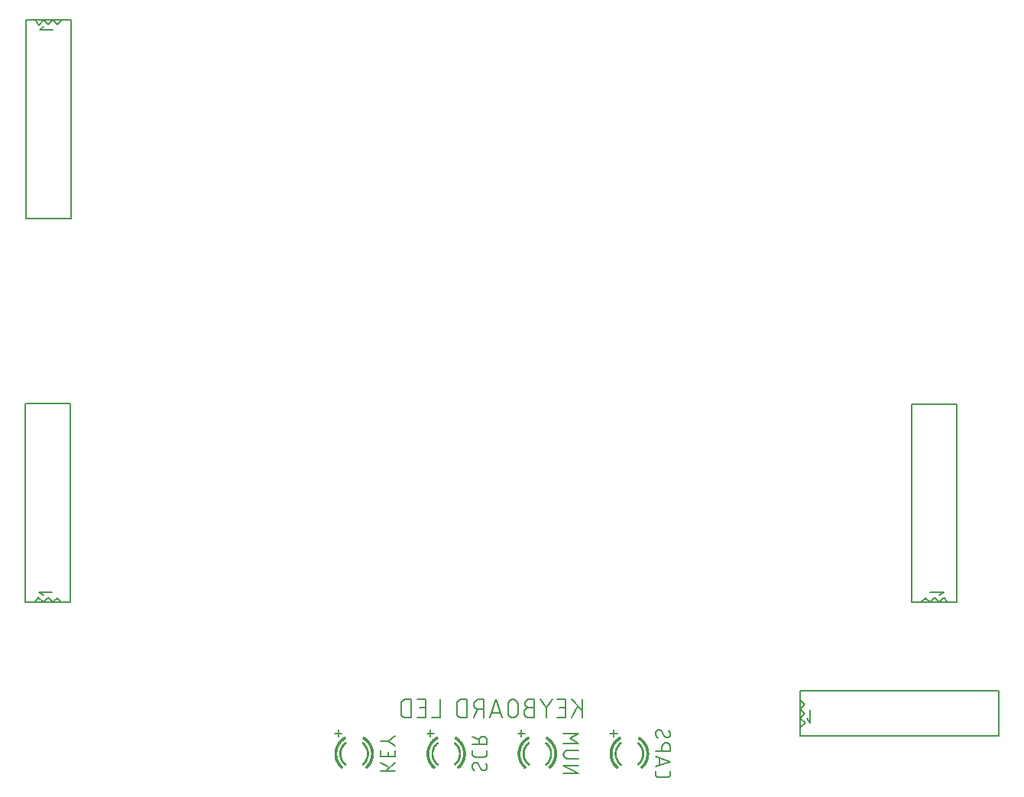
<source format=gbo>
G04 EAGLE Gerber RS-274X export*
G75*
%MOMM*%
%FSLAX34Y34*%
%LPD*%
%INBottom Silkscreen*%
%IPPOS*%
%AMOC8*
5,1,8,0,0,1.08239X$1,22.5*%
G01*
%ADD10C,0.152400*%
%ADD11C,0.177800*%
%ADD12C,0.203200*%
%ADD13C,0.127000*%
%ADD14C,0.015238*%
%ADD15C,0.025400*%


D10*
X486872Y15810D02*
X503128Y15810D01*
X503128Y24841D02*
X493194Y15810D01*
X496806Y19422D02*
X486872Y24841D01*
X486872Y31260D02*
X486872Y38485D01*
X486872Y31260D02*
X503128Y31260D01*
X503128Y38485D01*
X495903Y36678D02*
X495903Y31260D01*
X503128Y43353D02*
X495452Y48772D01*
X503128Y54190D01*
X495452Y48772D02*
X486872Y48772D01*
X588872Y21529D02*
X588874Y21647D01*
X588880Y21765D01*
X588889Y21883D01*
X588903Y22000D01*
X588920Y22117D01*
X588941Y22234D01*
X588966Y22349D01*
X588995Y22464D01*
X589028Y22578D01*
X589064Y22690D01*
X589104Y22801D01*
X589147Y22911D01*
X589194Y23020D01*
X589244Y23127D01*
X589299Y23232D01*
X589356Y23335D01*
X589417Y23436D01*
X589481Y23536D01*
X589548Y23633D01*
X589618Y23728D01*
X589692Y23820D01*
X589768Y23911D01*
X589848Y23998D01*
X589930Y24083D01*
X590015Y24165D01*
X590102Y24245D01*
X590193Y24321D01*
X590285Y24395D01*
X590380Y24465D01*
X590477Y24532D01*
X590577Y24596D01*
X590678Y24657D01*
X590781Y24714D01*
X590886Y24769D01*
X590993Y24819D01*
X591102Y24866D01*
X591212Y24909D01*
X591323Y24949D01*
X591435Y24985D01*
X591549Y25018D01*
X591664Y25047D01*
X591779Y25072D01*
X591896Y25093D01*
X592013Y25110D01*
X592130Y25124D01*
X592248Y25133D01*
X592366Y25139D01*
X592484Y25141D01*
X588872Y21529D02*
X588874Y21346D01*
X588881Y21164D01*
X588892Y20982D01*
X588907Y20800D01*
X588927Y20618D01*
X588950Y20437D01*
X588979Y20257D01*
X589011Y20077D01*
X589048Y19898D01*
X589089Y19721D01*
X589135Y19544D01*
X589184Y19368D01*
X589238Y19194D01*
X589296Y19020D01*
X589358Y18849D01*
X589424Y18679D01*
X589495Y18510D01*
X589569Y18343D01*
X589647Y18178D01*
X589729Y18015D01*
X589815Y17854D01*
X589905Y17695D01*
X589999Y17538D01*
X590096Y17384D01*
X590197Y17232D01*
X590302Y17082D01*
X590410Y16935D01*
X590521Y16791D01*
X590636Y16649D01*
X590755Y16510D01*
X590877Y16374D01*
X591002Y16241D01*
X591130Y16111D01*
X601516Y16562D02*
X601634Y16564D01*
X601752Y16570D01*
X601870Y16579D01*
X601987Y16593D01*
X602104Y16610D01*
X602221Y16631D01*
X602336Y16656D01*
X602451Y16685D01*
X602565Y16718D01*
X602677Y16754D01*
X602788Y16794D01*
X602898Y16837D01*
X603007Y16884D01*
X603114Y16934D01*
X603219Y16989D01*
X603322Y17046D01*
X603423Y17107D01*
X603523Y17171D01*
X603620Y17238D01*
X603715Y17308D01*
X603807Y17382D01*
X603898Y17458D01*
X603985Y17538D01*
X604070Y17620D01*
X604152Y17705D01*
X604232Y17792D01*
X604308Y17883D01*
X604382Y17975D01*
X604452Y18070D01*
X604519Y18167D01*
X604583Y18267D01*
X604644Y18368D01*
X604702Y18471D01*
X604756Y18576D01*
X604806Y18683D01*
X604853Y18792D01*
X604897Y18902D01*
X604936Y19013D01*
X604972Y19126D01*
X605005Y19239D01*
X605034Y19354D01*
X605059Y19469D01*
X605080Y19586D01*
X605097Y19703D01*
X605111Y19820D01*
X605120Y19938D01*
X605126Y20056D01*
X605128Y20174D01*
X605126Y20335D01*
X605120Y20497D01*
X605111Y20658D01*
X605097Y20819D01*
X605080Y20979D01*
X605059Y21139D01*
X605034Y21299D01*
X605005Y21458D01*
X604973Y21616D01*
X604937Y21773D01*
X604897Y21929D01*
X604853Y22085D01*
X604805Y22239D01*
X604754Y22392D01*
X604700Y22544D01*
X604641Y22695D01*
X604580Y22844D01*
X604514Y22991D01*
X604445Y23137D01*
X604373Y23282D01*
X604297Y23424D01*
X604218Y23565D01*
X604136Y23704D01*
X604050Y23840D01*
X603961Y23975D01*
X603869Y24108D01*
X603773Y24238D01*
X598355Y18367D02*
X598417Y18266D01*
X598482Y18166D01*
X598551Y18069D01*
X598623Y17974D01*
X598697Y17881D01*
X598775Y17791D01*
X598856Y17703D01*
X598939Y17618D01*
X599025Y17536D01*
X599114Y17457D01*
X599205Y17380D01*
X599299Y17307D01*
X599395Y17236D01*
X599493Y17169D01*
X599593Y17105D01*
X599696Y17044D01*
X599800Y16987D01*
X599906Y16933D01*
X600014Y16883D01*
X600123Y16836D01*
X600234Y16792D01*
X600346Y16752D01*
X600460Y16716D01*
X600574Y16684D01*
X600690Y16655D01*
X600806Y16630D01*
X600923Y16609D01*
X601041Y16592D01*
X601159Y16578D01*
X601278Y16569D01*
X601397Y16563D01*
X601516Y16561D01*
X595645Y23335D02*
X595583Y23436D01*
X595518Y23536D01*
X595449Y23633D01*
X595377Y23728D01*
X595303Y23821D01*
X595225Y23911D01*
X595144Y23999D01*
X595061Y24084D01*
X594975Y24166D01*
X594886Y24245D01*
X594795Y24322D01*
X594701Y24395D01*
X594605Y24466D01*
X594507Y24533D01*
X594407Y24597D01*
X594304Y24658D01*
X594200Y24715D01*
X594094Y24769D01*
X593986Y24819D01*
X593877Y24866D01*
X593766Y24910D01*
X593654Y24950D01*
X593540Y24986D01*
X593426Y25018D01*
X593310Y25047D01*
X593194Y25072D01*
X593077Y25093D01*
X592959Y25110D01*
X592841Y25124D01*
X592722Y25133D01*
X592603Y25139D01*
X592484Y25141D01*
X595645Y23335D02*
X598355Y18368D01*
X588872Y34793D02*
X588872Y38406D01*
X588872Y34793D02*
X588874Y34675D01*
X588880Y34557D01*
X588889Y34439D01*
X588903Y34322D01*
X588920Y34205D01*
X588941Y34088D01*
X588966Y33973D01*
X588995Y33858D01*
X589028Y33744D01*
X589064Y33632D01*
X589104Y33521D01*
X589147Y33411D01*
X589194Y33302D01*
X589244Y33195D01*
X589299Y33090D01*
X589356Y32987D01*
X589417Y32886D01*
X589481Y32786D01*
X589548Y32689D01*
X589618Y32594D01*
X589692Y32502D01*
X589768Y32411D01*
X589848Y32324D01*
X589930Y32239D01*
X590015Y32157D01*
X590102Y32077D01*
X590193Y32001D01*
X590285Y31927D01*
X590380Y31857D01*
X590477Y31790D01*
X590577Y31726D01*
X590678Y31665D01*
X590781Y31608D01*
X590886Y31553D01*
X590993Y31503D01*
X591102Y31456D01*
X591212Y31413D01*
X591323Y31373D01*
X591435Y31337D01*
X591549Y31304D01*
X591664Y31275D01*
X591779Y31250D01*
X591896Y31229D01*
X592013Y31212D01*
X592130Y31198D01*
X592248Y31189D01*
X592366Y31183D01*
X592484Y31181D01*
X601516Y31181D01*
X601634Y31183D01*
X601752Y31189D01*
X601870Y31198D01*
X601987Y31212D01*
X602104Y31229D01*
X602221Y31250D01*
X602336Y31275D01*
X602451Y31304D01*
X602565Y31337D01*
X602677Y31373D01*
X602788Y31413D01*
X602898Y31456D01*
X603007Y31503D01*
X603114Y31553D01*
X603219Y31607D01*
X603322Y31665D01*
X603423Y31726D01*
X603523Y31790D01*
X603620Y31857D01*
X603715Y31927D01*
X603807Y32001D01*
X603898Y32077D01*
X603985Y32157D01*
X604070Y32239D01*
X604152Y32324D01*
X604232Y32411D01*
X604308Y32502D01*
X604382Y32594D01*
X604452Y32689D01*
X604519Y32786D01*
X604583Y32886D01*
X604644Y32987D01*
X604701Y33090D01*
X604755Y33195D01*
X604806Y33302D01*
X604853Y33411D01*
X604896Y33521D01*
X604936Y33632D01*
X604972Y33744D01*
X605005Y33858D01*
X605034Y33973D01*
X605059Y34088D01*
X605080Y34205D01*
X605097Y34322D01*
X605111Y34439D01*
X605120Y34557D01*
X605126Y34675D01*
X605128Y34793D01*
X605128Y38406D01*
X605128Y44859D02*
X588872Y44859D01*
X605128Y44859D02*
X605128Y49374D01*
X605126Y49507D01*
X605120Y49639D01*
X605110Y49771D01*
X605097Y49903D01*
X605079Y50035D01*
X605058Y50165D01*
X605033Y50296D01*
X605004Y50425D01*
X604971Y50553D01*
X604935Y50681D01*
X604895Y50807D01*
X604851Y50932D01*
X604803Y51056D01*
X604752Y51178D01*
X604697Y51299D01*
X604639Y51418D01*
X604577Y51536D01*
X604512Y51651D01*
X604443Y51765D01*
X604372Y51876D01*
X604296Y51985D01*
X604218Y52092D01*
X604137Y52197D01*
X604052Y52299D01*
X603965Y52399D01*
X603875Y52496D01*
X603782Y52591D01*
X603686Y52682D01*
X603588Y52771D01*
X603487Y52857D01*
X603383Y52940D01*
X603277Y53020D01*
X603169Y53096D01*
X603059Y53170D01*
X602946Y53240D01*
X602832Y53307D01*
X602715Y53370D01*
X602597Y53430D01*
X602477Y53487D01*
X602355Y53540D01*
X602232Y53589D01*
X602108Y53635D01*
X601982Y53677D01*
X601855Y53715D01*
X601727Y53750D01*
X601598Y53781D01*
X601469Y53808D01*
X601338Y53831D01*
X601207Y53851D01*
X601075Y53866D01*
X600943Y53878D01*
X600811Y53886D01*
X600678Y53890D01*
X600546Y53890D01*
X600413Y53886D01*
X600281Y53878D01*
X600149Y53866D01*
X600017Y53851D01*
X599886Y53831D01*
X599755Y53808D01*
X599626Y53781D01*
X599497Y53750D01*
X599369Y53715D01*
X599242Y53677D01*
X599116Y53635D01*
X598992Y53589D01*
X598869Y53540D01*
X598747Y53487D01*
X598627Y53430D01*
X598509Y53370D01*
X598392Y53307D01*
X598278Y53240D01*
X598165Y53170D01*
X598055Y53096D01*
X597947Y53020D01*
X597841Y52940D01*
X597737Y52857D01*
X597636Y52771D01*
X597538Y52682D01*
X597442Y52591D01*
X597349Y52496D01*
X597259Y52399D01*
X597172Y52299D01*
X597087Y52197D01*
X597006Y52092D01*
X596928Y51985D01*
X596852Y51876D01*
X596781Y51765D01*
X596712Y51651D01*
X596647Y51536D01*
X596585Y51418D01*
X596527Y51299D01*
X596472Y51178D01*
X596421Y51056D01*
X596373Y50932D01*
X596329Y50807D01*
X596289Y50681D01*
X596253Y50553D01*
X596220Y50425D01*
X596191Y50296D01*
X596166Y50165D01*
X596145Y50035D01*
X596127Y49903D01*
X596114Y49771D01*
X596104Y49639D01*
X596098Y49507D01*
X596096Y49374D01*
X596097Y49374D02*
X596097Y44859D01*
X596097Y50278D02*
X588872Y53890D01*
X689872Y12839D02*
X706128Y12839D01*
X689872Y21870D01*
X706128Y21870D01*
X706128Y29512D02*
X694388Y29512D01*
X694388Y29511D02*
X694255Y29513D01*
X694123Y29519D01*
X693991Y29529D01*
X693859Y29542D01*
X693727Y29560D01*
X693597Y29581D01*
X693466Y29606D01*
X693337Y29635D01*
X693209Y29668D01*
X693081Y29704D01*
X692955Y29744D01*
X692830Y29788D01*
X692706Y29836D01*
X692584Y29887D01*
X692463Y29942D01*
X692344Y30000D01*
X692226Y30062D01*
X692111Y30127D01*
X691997Y30196D01*
X691886Y30267D01*
X691777Y30343D01*
X691670Y30421D01*
X691565Y30502D01*
X691463Y30587D01*
X691363Y30674D01*
X691266Y30764D01*
X691171Y30857D01*
X691080Y30953D01*
X690991Y31051D01*
X690905Y31152D01*
X690822Y31256D01*
X690742Y31362D01*
X690666Y31470D01*
X690592Y31580D01*
X690522Y31693D01*
X690455Y31807D01*
X690392Y31924D01*
X690332Y32042D01*
X690275Y32162D01*
X690222Y32284D01*
X690173Y32407D01*
X690127Y32531D01*
X690085Y32657D01*
X690047Y32784D01*
X690012Y32912D01*
X689981Y33041D01*
X689954Y33170D01*
X689931Y33301D01*
X689911Y33432D01*
X689896Y33564D01*
X689884Y33696D01*
X689876Y33828D01*
X689872Y33961D01*
X689872Y34093D01*
X689876Y34226D01*
X689884Y34358D01*
X689896Y34490D01*
X689911Y34622D01*
X689931Y34753D01*
X689954Y34884D01*
X689981Y35013D01*
X690012Y35142D01*
X690047Y35270D01*
X690085Y35397D01*
X690127Y35523D01*
X690173Y35647D01*
X690222Y35770D01*
X690275Y35892D01*
X690332Y36012D01*
X690392Y36130D01*
X690455Y36247D01*
X690522Y36361D01*
X690592Y36474D01*
X690666Y36584D01*
X690742Y36692D01*
X690822Y36798D01*
X690905Y36902D01*
X690991Y37003D01*
X691080Y37101D01*
X691171Y37197D01*
X691266Y37290D01*
X691363Y37380D01*
X691463Y37467D01*
X691565Y37552D01*
X691670Y37633D01*
X691777Y37711D01*
X691886Y37787D01*
X691997Y37858D01*
X692111Y37927D01*
X692226Y37992D01*
X692344Y38054D01*
X692463Y38112D01*
X692584Y38167D01*
X692706Y38218D01*
X692830Y38266D01*
X692955Y38310D01*
X693081Y38350D01*
X693209Y38386D01*
X693337Y38419D01*
X693466Y38448D01*
X693597Y38473D01*
X693727Y38494D01*
X693859Y38512D01*
X693991Y38525D01*
X694123Y38535D01*
X694255Y38541D01*
X694388Y38543D01*
X706128Y38543D01*
X706128Y46324D02*
X689872Y46324D01*
X697097Y51743D02*
X706128Y46324D01*
X697097Y51743D02*
X706128Y57162D01*
X689872Y57162D01*
X791872Y15806D02*
X791872Y12193D01*
X791874Y12075D01*
X791880Y11957D01*
X791889Y11839D01*
X791903Y11722D01*
X791920Y11605D01*
X791941Y11488D01*
X791966Y11373D01*
X791995Y11258D01*
X792028Y11144D01*
X792064Y11032D01*
X792104Y10921D01*
X792147Y10811D01*
X792194Y10702D01*
X792244Y10595D01*
X792299Y10490D01*
X792356Y10387D01*
X792417Y10286D01*
X792481Y10186D01*
X792548Y10089D01*
X792618Y9994D01*
X792692Y9902D01*
X792768Y9811D01*
X792848Y9724D01*
X792930Y9639D01*
X793015Y9557D01*
X793102Y9477D01*
X793193Y9401D01*
X793285Y9327D01*
X793380Y9257D01*
X793477Y9190D01*
X793577Y9126D01*
X793678Y9065D01*
X793781Y9008D01*
X793886Y8953D01*
X793993Y8903D01*
X794102Y8856D01*
X794212Y8813D01*
X794323Y8773D01*
X794435Y8737D01*
X794549Y8704D01*
X794664Y8675D01*
X794779Y8650D01*
X794896Y8629D01*
X795013Y8612D01*
X795130Y8598D01*
X795248Y8589D01*
X795366Y8583D01*
X795484Y8581D01*
X804516Y8581D01*
X804634Y8583D01*
X804752Y8589D01*
X804870Y8598D01*
X804987Y8612D01*
X805104Y8629D01*
X805221Y8650D01*
X805336Y8675D01*
X805451Y8704D01*
X805565Y8737D01*
X805677Y8773D01*
X805788Y8813D01*
X805898Y8856D01*
X806007Y8903D01*
X806114Y8953D01*
X806219Y9007D01*
X806322Y9065D01*
X806423Y9126D01*
X806523Y9190D01*
X806620Y9257D01*
X806715Y9327D01*
X806807Y9401D01*
X806898Y9477D01*
X806985Y9557D01*
X807070Y9639D01*
X807152Y9724D01*
X807232Y9811D01*
X807308Y9902D01*
X807382Y9994D01*
X807452Y10089D01*
X807519Y10186D01*
X807583Y10286D01*
X807644Y10387D01*
X807701Y10490D01*
X807755Y10595D01*
X807806Y10702D01*
X807853Y10811D01*
X807896Y10921D01*
X807936Y11032D01*
X807972Y11144D01*
X808005Y11258D01*
X808034Y11373D01*
X808059Y11488D01*
X808080Y11605D01*
X808097Y11722D01*
X808111Y11839D01*
X808120Y11957D01*
X808126Y12075D01*
X808128Y12193D01*
X808128Y15806D01*
X808128Y26162D02*
X791872Y20743D01*
X791872Y31581D02*
X808128Y26162D01*
X795936Y30226D02*
X795936Y22098D01*
X791872Y38010D02*
X808128Y38010D01*
X808128Y42525D01*
X808126Y42658D01*
X808120Y42790D01*
X808110Y42922D01*
X808097Y43054D01*
X808079Y43186D01*
X808058Y43316D01*
X808033Y43447D01*
X808004Y43576D01*
X807971Y43704D01*
X807935Y43832D01*
X807895Y43958D01*
X807851Y44083D01*
X807803Y44207D01*
X807752Y44329D01*
X807697Y44450D01*
X807639Y44569D01*
X807577Y44687D01*
X807512Y44802D01*
X807443Y44916D01*
X807372Y45027D01*
X807296Y45136D01*
X807218Y45243D01*
X807137Y45348D01*
X807052Y45450D01*
X806965Y45550D01*
X806875Y45647D01*
X806782Y45742D01*
X806686Y45833D01*
X806588Y45922D01*
X806487Y46008D01*
X806383Y46091D01*
X806277Y46171D01*
X806169Y46247D01*
X806059Y46321D01*
X805946Y46391D01*
X805832Y46458D01*
X805715Y46521D01*
X805597Y46581D01*
X805477Y46638D01*
X805355Y46691D01*
X805232Y46740D01*
X805108Y46786D01*
X804982Y46828D01*
X804855Y46866D01*
X804727Y46901D01*
X804598Y46932D01*
X804469Y46959D01*
X804338Y46982D01*
X804207Y47002D01*
X804075Y47017D01*
X803943Y47029D01*
X803811Y47037D01*
X803678Y47041D01*
X803546Y47041D01*
X803413Y47037D01*
X803281Y47029D01*
X803149Y47017D01*
X803017Y47002D01*
X802886Y46982D01*
X802755Y46959D01*
X802626Y46932D01*
X802497Y46901D01*
X802369Y46866D01*
X802242Y46828D01*
X802116Y46786D01*
X801992Y46740D01*
X801869Y46691D01*
X801747Y46638D01*
X801627Y46581D01*
X801509Y46521D01*
X801392Y46458D01*
X801278Y46391D01*
X801165Y46321D01*
X801055Y46247D01*
X800947Y46171D01*
X800841Y46091D01*
X800737Y46008D01*
X800636Y45922D01*
X800538Y45833D01*
X800442Y45742D01*
X800349Y45647D01*
X800259Y45550D01*
X800172Y45450D01*
X800087Y45348D01*
X800006Y45243D01*
X799928Y45136D01*
X799852Y45027D01*
X799781Y44916D01*
X799712Y44802D01*
X799647Y44687D01*
X799585Y44569D01*
X799527Y44450D01*
X799472Y44329D01*
X799421Y44207D01*
X799373Y44083D01*
X799329Y43958D01*
X799289Y43832D01*
X799253Y43704D01*
X799220Y43576D01*
X799191Y43447D01*
X799166Y43316D01*
X799145Y43186D01*
X799127Y43054D01*
X799114Y42922D01*
X799104Y42790D01*
X799098Y42658D01*
X799096Y42525D01*
X799097Y42525D02*
X799097Y38010D01*
X791872Y57807D02*
X791874Y57925D01*
X791880Y58043D01*
X791889Y58161D01*
X791903Y58278D01*
X791920Y58395D01*
X791941Y58512D01*
X791966Y58627D01*
X791995Y58742D01*
X792028Y58856D01*
X792064Y58968D01*
X792104Y59079D01*
X792147Y59189D01*
X792194Y59298D01*
X792244Y59405D01*
X792299Y59510D01*
X792356Y59613D01*
X792417Y59714D01*
X792481Y59814D01*
X792548Y59911D01*
X792618Y60006D01*
X792692Y60098D01*
X792768Y60189D01*
X792848Y60276D01*
X792930Y60361D01*
X793015Y60443D01*
X793102Y60523D01*
X793193Y60599D01*
X793285Y60673D01*
X793380Y60743D01*
X793477Y60810D01*
X793577Y60874D01*
X793678Y60935D01*
X793781Y60992D01*
X793886Y61047D01*
X793993Y61097D01*
X794102Y61144D01*
X794212Y61187D01*
X794323Y61227D01*
X794435Y61263D01*
X794549Y61296D01*
X794664Y61325D01*
X794779Y61350D01*
X794896Y61371D01*
X795013Y61388D01*
X795130Y61402D01*
X795248Y61411D01*
X795366Y61417D01*
X795484Y61419D01*
X791872Y57807D02*
X791874Y57624D01*
X791881Y57442D01*
X791892Y57260D01*
X791907Y57078D01*
X791927Y56896D01*
X791950Y56715D01*
X791979Y56535D01*
X792011Y56355D01*
X792048Y56176D01*
X792089Y55999D01*
X792135Y55822D01*
X792184Y55646D01*
X792238Y55472D01*
X792296Y55298D01*
X792358Y55127D01*
X792424Y54957D01*
X792495Y54788D01*
X792569Y54621D01*
X792647Y54456D01*
X792729Y54293D01*
X792815Y54132D01*
X792905Y53973D01*
X792999Y53816D01*
X793096Y53662D01*
X793197Y53510D01*
X793302Y53360D01*
X793410Y53213D01*
X793521Y53069D01*
X793636Y52927D01*
X793755Y52788D01*
X793877Y52652D01*
X794002Y52519D01*
X794130Y52389D01*
X804516Y52840D02*
X804634Y52842D01*
X804752Y52848D01*
X804870Y52857D01*
X804987Y52871D01*
X805104Y52888D01*
X805221Y52909D01*
X805336Y52934D01*
X805451Y52963D01*
X805565Y52996D01*
X805677Y53032D01*
X805788Y53072D01*
X805898Y53115D01*
X806007Y53162D01*
X806114Y53212D01*
X806219Y53267D01*
X806322Y53324D01*
X806423Y53385D01*
X806523Y53449D01*
X806620Y53516D01*
X806715Y53586D01*
X806807Y53660D01*
X806898Y53736D01*
X806985Y53816D01*
X807070Y53898D01*
X807152Y53983D01*
X807232Y54070D01*
X807308Y54161D01*
X807382Y54253D01*
X807452Y54348D01*
X807519Y54445D01*
X807583Y54545D01*
X807644Y54646D01*
X807702Y54749D01*
X807756Y54854D01*
X807806Y54961D01*
X807853Y55070D01*
X807897Y55180D01*
X807936Y55291D01*
X807972Y55404D01*
X808005Y55517D01*
X808034Y55632D01*
X808059Y55747D01*
X808080Y55864D01*
X808097Y55981D01*
X808111Y56098D01*
X808120Y56216D01*
X808126Y56334D01*
X808128Y56452D01*
X808126Y56613D01*
X808120Y56775D01*
X808111Y56936D01*
X808097Y57097D01*
X808080Y57257D01*
X808059Y57417D01*
X808034Y57577D01*
X808005Y57736D01*
X807973Y57894D01*
X807937Y58051D01*
X807897Y58207D01*
X807853Y58363D01*
X807805Y58517D01*
X807754Y58670D01*
X807700Y58822D01*
X807641Y58973D01*
X807580Y59122D01*
X807514Y59269D01*
X807445Y59415D01*
X807373Y59560D01*
X807297Y59702D01*
X807218Y59843D01*
X807136Y59982D01*
X807050Y60118D01*
X806961Y60253D01*
X806869Y60386D01*
X806773Y60516D01*
X801355Y54645D02*
X801417Y54544D01*
X801482Y54444D01*
X801551Y54347D01*
X801623Y54252D01*
X801697Y54159D01*
X801775Y54069D01*
X801856Y53981D01*
X801939Y53896D01*
X802025Y53814D01*
X802114Y53735D01*
X802205Y53658D01*
X802299Y53585D01*
X802395Y53514D01*
X802493Y53447D01*
X802593Y53383D01*
X802696Y53322D01*
X802800Y53265D01*
X802906Y53211D01*
X803014Y53161D01*
X803123Y53114D01*
X803234Y53070D01*
X803346Y53030D01*
X803460Y52994D01*
X803574Y52962D01*
X803690Y52933D01*
X803806Y52908D01*
X803923Y52887D01*
X804041Y52870D01*
X804159Y52856D01*
X804278Y52847D01*
X804397Y52841D01*
X804516Y52839D01*
X798645Y59613D02*
X798583Y59714D01*
X798518Y59814D01*
X798449Y59911D01*
X798377Y60006D01*
X798303Y60099D01*
X798225Y60189D01*
X798144Y60277D01*
X798061Y60362D01*
X797975Y60444D01*
X797886Y60523D01*
X797795Y60600D01*
X797701Y60673D01*
X797605Y60744D01*
X797507Y60811D01*
X797407Y60875D01*
X797304Y60936D01*
X797200Y60993D01*
X797094Y61047D01*
X796986Y61097D01*
X796877Y61144D01*
X796766Y61188D01*
X796654Y61228D01*
X796540Y61264D01*
X796426Y61296D01*
X796310Y61325D01*
X796194Y61350D01*
X796077Y61371D01*
X795959Y61388D01*
X795841Y61402D01*
X795722Y61411D01*
X795603Y61417D01*
X795484Y61419D01*
X798645Y59613D02*
X801355Y54646D01*
D11*
X710335Y74967D02*
X710335Y95033D01*
X699187Y95033D02*
X710335Y82770D01*
X705876Y87230D02*
X699187Y74967D01*
X691955Y74967D02*
X683037Y74967D01*
X691955Y74967D02*
X691955Y95033D01*
X683037Y95033D01*
X685266Y86115D02*
X691955Y86115D01*
X677650Y95033D02*
X670961Y85557D01*
X664273Y95033D01*
X670961Y85557D02*
X670961Y74967D01*
X657191Y86115D02*
X651618Y86115D01*
X651470Y86113D01*
X651321Y86107D01*
X651173Y86097D01*
X651026Y86083D01*
X650878Y86066D01*
X650731Y86044D01*
X650585Y86018D01*
X650440Y85989D01*
X650295Y85956D01*
X650151Y85919D01*
X650009Y85878D01*
X649867Y85833D01*
X649727Y85784D01*
X649588Y85732D01*
X649451Y85676D01*
X649315Y85617D01*
X649180Y85554D01*
X649048Y85487D01*
X648917Y85417D01*
X648788Y85343D01*
X648661Y85266D01*
X648537Y85186D01*
X648414Y85102D01*
X648294Y85015D01*
X648176Y84925D01*
X648060Y84832D01*
X647947Y84736D01*
X647837Y84637D01*
X647729Y84535D01*
X647624Y84430D01*
X647522Y84322D01*
X647423Y84212D01*
X647327Y84099D01*
X647234Y83983D01*
X647144Y83865D01*
X647057Y83745D01*
X646973Y83622D01*
X646893Y83498D01*
X646816Y83371D01*
X646742Y83242D01*
X646672Y83111D01*
X646605Y82979D01*
X646542Y82844D01*
X646483Y82708D01*
X646427Y82571D01*
X646375Y82432D01*
X646326Y82292D01*
X646281Y82150D01*
X646240Y82008D01*
X646203Y81864D01*
X646170Y81719D01*
X646141Y81574D01*
X646115Y81428D01*
X646093Y81281D01*
X646076Y81133D01*
X646062Y80986D01*
X646052Y80838D01*
X646046Y80689D01*
X646044Y80541D01*
X646046Y80393D01*
X646052Y80244D01*
X646062Y80096D01*
X646076Y79949D01*
X646093Y79801D01*
X646115Y79654D01*
X646141Y79508D01*
X646170Y79363D01*
X646203Y79218D01*
X646240Y79074D01*
X646281Y78932D01*
X646326Y78790D01*
X646375Y78650D01*
X646427Y78511D01*
X646483Y78374D01*
X646542Y78238D01*
X646605Y78103D01*
X646672Y77971D01*
X646742Y77840D01*
X646816Y77711D01*
X646893Y77584D01*
X646973Y77460D01*
X647057Y77337D01*
X647144Y77217D01*
X647234Y77099D01*
X647327Y76983D01*
X647423Y76870D01*
X647522Y76760D01*
X647624Y76652D01*
X647729Y76547D01*
X647837Y76445D01*
X647947Y76346D01*
X648060Y76250D01*
X648176Y76157D01*
X648294Y76067D01*
X648414Y75980D01*
X648537Y75896D01*
X648661Y75816D01*
X648788Y75739D01*
X648917Y75665D01*
X649048Y75595D01*
X649180Y75528D01*
X649315Y75465D01*
X649451Y75406D01*
X649588Y75350D01*
X649727Y75298D01*
X649867Y75249D01*
X650009Y75204D01*
X650151Y75163D01*
X650295Y75126D01*
X650440Y75093D01*
X650585Y75064D01*
X650731Y75038D01*
X650878Y75016D01*
X651026Y74999D01*
X651173Y74985D01*
X651321Y74975D01*
X651470Y74969D01*
X651618Y74967D01*
X657191Y74967D01*
X657191Y95033D01*
X651618Y95033D01*
X651486Y95031D01*
X651354Y95025D01*
X651222Y95015D01*
X651091Y95002D01*
X650960Y94984D01*
X650829Y94963D01*
X650700Y94937D01*
X650571Y94908D01*
X650443Y94875D01*
X650316Y94839D01*
X650190Y94798D01*
X650065Y94754D01*
X649942Y94706D01*
X649820Y94655D01*
X649700Y94600D01*
X649582Y94541D01*
X649465Y94479D01*
X649350Y94413D01*
X649238Y94345D01*
X649127Y94272D01*
X649018Y94197D01*
X648912Y94118D01*
X648808Y94037D01*
X648707Y93952D01*
X648608Y93864D01*
X648512Y93773D01*
X648419Y93680D01*
X648328Y93584D01*
X648240Y93485D01*
X648155Y93384D01*
X648074Y93280D01*
X647995Y93174D01*
X647920Y93065D01*
X647847Y92954D01*
X647779Y92842D01*
X647713Y92727D01*
X647651Y92610D01*
X647592Y92492D01*
X647537Y92372D01*
X647486Y92250D01*
X647438Y92127D01*
X647394Y92002D01*
X647353Y91876D01*
X647317Y91749D01*
X647284Y91621D01*
X647255Y91492D01*
X647229Y91363D01*
X647208Y91232D01*
X647190Y91101D01*
X647177Y90970D01*
X647167Y90838D01*
X647161Y90706D01*
X647159Y90574D01*
X647161Y90442D01*
X647167Y90310D01*
X647177Y90178D01*
X647190Y90047D01*
X647208Y89916D01*
X647229Y89785D01*
X647255Y89656D01*
X647284Y89527D01*
X647317Y89399D01*
X647353Y89272D01*
X647394Y89146D01*
X647438Y89021D01*
X647486Y88898D01*
X647537Y88776D01*
X647592Y88656D01*
X647651Y88538D01*
X647713Y88421D01*
X647779Y88306D01*
X647847Y88194D01*
X647920Y88083D01*
X647995Y87974D01*
X648074Y87868D01*
X648155Y87764D01*
X648240Y87663D01*
X648328Y87564D01*
X648419Y87468D01*
X648512Y87375D01*
X648608Y87284D01*
X648707Y87196D01*
X648808Y87111D01*
X648912Y87030D01*
X649018Y86951D01*
X649127Y86876D01*
X649238Y86803D01*
X649350Y86735D01*
X649465Y86669D01*
X649582Y86607D01*
X649700Y86548D01*
X649820Y86493D01*
X649942Y86442D01*
X650065Y86394D01*
X650190Y86350D01*
X650316Y86309D01*
X650443Y86273D01*
X650571Y86240D01*
X650700Y86211D01*
X650829Y86185D01*
X650960Y86164D01*
X651091Y86146D01*
X651222Y86133D01*
X651354Y86123D01*
X651486Y86117D01*
X651618Y86115D01*
X639458Y89459D02*
X639458Y80541D01*
X639459Y89459D02*
X639457Y89607D01*
X639451Y89756D01*
X639441Y89904D01*
X639427Y90051D01*
X639410Y90199D01*
X639388Y90346D01*
X639362Y90492D01*
X639333Y90637D01*
X639300Y90782D01*
X639263Y90926D01*
X639222Y91068D01*
X639177Y91210D01*
X639128Y91350D01*
X639076Y91489D01*
X639020Y91626D01*
X638961Y91762D01*
X638898Y91897D01*
X638831Y92029D01*
X638761Y92160D01*
X638687Y92289D01*
X638610Y92416D01*
X638530Y92540D01*
X638446Y92663D01*
X638359Y92783D01*
X638269Y92901D01*
X638176Y93017D01*
X638080Y93130D01*
X637981Y93240D01*
X637879Y93348D01*
X637774Y93453D01*
X637666Y93555D01*
X637556Y93654D01*
X637443Y93750D01*
X637327Y93843D01*
X637209Y93933D01*
X637089Y94020D01*
X636966Y94104D01*
X636842Y94184D01*
X636715Y94261D01*
X636586Y94335D01*
X636455Y94405D01*
X636323Y94472D01*
X636188Y94535D01*
X636052Y94594D01*
X635915Y94650D01*
X635776Y94702D01*
X635636Y94751D01*
X635494Y94796D01*
X635352Y94837D01*
X635208Y94874D01*
X635063Y94907D01*
X634918Y94936D01*
X634772Y94962D01*
X634625Y94984D01*
X634477Y95001D01*
X634330Y95015D01*
X634182Y95025D01*
X634033Y95031D01*
X633885Y95033D01*
X633737Y95031D01*
X633588Y95025D01*
X633440Y95015D01*
X633293Y95001D01*
X633145Y94984D01*
X632998Y94962D01*
X632852Y94936D01*
X632707Y94907D01*
X632562Y94874D01*
X632418Y94837D01*
X632276Y94796D01*
X632134Y94751D01*
X631994Y94702D01*
X631855Y94650D01*
X631718Y94594D01*
X631582Y94535D01*
X631447Y94472D01*
X631315Y94405D01*
X631184Y94335D01*
X631055Y94261D01*
X630928Y94184D01*
X630804Y94104D01*
X630681Y94020D01*
X630561Y93933D01*
X630443Y93843D01*
X630327Y93750D01*
X630214Y93654D01*
X630104Y93555D01*
X629996Y93453D01*
X629891Y93348D01*
X629789Y93240D01*
X629690Y93130D01*
X629594Y93017D01*
X629501Y92901D01*
X629411Y92783D01*
X629324Y92663D01*
X629240Y92540D01*
X629160Y92416D01*
X629083Y92289D01*
X629009Y92160D01*
X628939Y92029D01*
X628872Y91897D01*
X628809Y91762D01*
X628750Y91626D01*
X628694Y91489D01*
X628642Y91350D01*
X628593Y91210D01*
X628548Y91068D01*
X628507Y90926D01*
X628470Y90782D01*
X628437Y90637D01*
X628408Y90492D01*
X628382Y90346D01*
X628360Y90199D01*
X628343Y90051D01*
X628329Y89904D01*
X628319Y89756D01*
X628313Y89607D01*
X628311Y89459D01*
X628311Y80541D01*
X628313Y80393D01*
X628319Y80244D01*
X628329Y80096D01*
X628343Y79949D01*
X628360Y79801D01*
X628382Y79654D01*
X628408Y79508D01*
X628437Y79363D01*
X628470Y79218D01*
X628507Y79074D01*
X628548Y78932D01*
X628593Y78790D01*
X628642Y78650D01*
X628694Y78511D01*
X628750Y78374D01*
X628809Y78238D01*
X628872Y78103D01*
X628939Y77971D01*
X629009Y77840D01*
X629083Y77711D01*
X629160Y77584D01*
X629240Y77460D01*
X629324Y77337D01*
X629411Y77217D01*
X629501Y77099D01*
X629594Y76983D01*
X629690Y76870D01*
X629789Y76760D01*
X629891Y76652D01*
X629996Y76547D01*
X630104Y76445D01*
X630214Y76346D01*
X630327Y76250D01*
X630443Y76157D01*
X630561Y76067D01*
X630681Y75980D01*
X630804Y75896D01*
X630928Y75816D01*
X631055Y75739D01*
X631184Y75665D01*
X631315Y75595D01*
X631447Y75528D01*
X631582Y75465D01*
X631718Y75406D01*
X631855Y75350D01*
X631994Y75298D01*
X632134Y75249D01*
X632276Y75204D01*
X632418Y75163D01*
X632562Y75126D01*
X632707Y75093D01*
X632852Y75064D01*
X632998Y75038D01*
X633145Y75016D01*
X633293Y74999D01*
X633440Y74985D01*
X633588Y74975D01*
X633737Y74969D01*
X633885Y74967D01*
X634033Y74969D01*
X634182Y74975D01*
X634330Y74985D01*
X634477Y74999D01*
X634625Y75016D01*
X634772Y75038D01*
X634918Y75064D01*
X635063Y75093D01*
X635208Y75126D01*
X635352Y75163D01*
X635494Y75204D01*
X635636Y75249D01*
X635776Y75298D01*
X635915Y75350D01*
X636052Y75406D01*
X636188Y75465D01*
X636323Y75528D01*
X636455Y75595D01*
X636586Y75665D01*
X636715Y75739D01*
X636842Y75816D01*
X636966Y75896D01*
X637089Y75980D01*
X637209Y76067D01*
X637327Y76157D01*
X637443Y76250D01*
X637556Y76346D01*
X637666Y76445D01*
X637774Y76547D01*
X637879Y76652D01*
X637981Y76760D01*
X638080Y76870D01*
X638176Y76983D01*
X638269Y77099D01*
X638359Y77217D01*
X638446Y77337D01*
X638530Y77460D01*
X638610Y77584D01*
X638687Y77711D01*
X638761Y77840D01*
X638831Y77971D01*
X638898Y78103D01*
X638961Y78238D01*
X639020Y78374D01*
X639076Y78511D01*
X639128Y78650D01*
X639177Y78790D01*
X639222Y78932D01*
X639263Y79074D01*
X639300Y79218D01*
X639333Y79363D01*
X639362Y79508D01*
X639388Y79654D01*
X639410Y79801D01*
X639427Y79949D01*
X639441Y80096D01*
X639451Y80244D01*
X639457Y80393D01*
X639459Y80541D01*
X622035Y74967D02*
X615346Y95033D01*
X608658Y74967D01*
X610330Y79984D02*
X620363Y79984D01*
X601683Y74967D02*
X601683Y95033D01*
X596109Y95033D01*
X595961Y95031D01*
X595812Y95025D01*
X595664Y95015D01*
X595517Y95001D01*
X595369Y94984D01*
X595222Y94962D01*
X595076Y94936D01*
X594931Y94907D01*
X594786Y94874D01*
X594642Y94837D01*
X594500Y94796D01*
X594358Y94751D01*
X594218Y94702D01*
X594079Y94650D01*
X593942Y94594D01*
X593806Y94535D01*
X593671Y94472D01*
X593539Y94405D01*
X593408Y94335D01*
X593279Y94261D01*
X593152Y94184D01*
X593028Y94104D01*
X592905Y94020D01*
X592785Y93933D01*
X592667Y93843D01*
X592551Y93750D01*
X592438Y93654D01*
X592328Y93555D01*
X592220Y93453D01*
X592115Y93348D01*
X592013Y93240D01*
X591914Y93130D01*
X591818Y93017D01*
X591725Y92901D01*
X591635Y92783D01*
X591548Y92663D01*
X591464Y92540D01*
X591384Y92416D01*
X591307Y92289D01*
X591233Y92160D01*
X591163Y92029D01*
X591096Y91897D01*
X591033Y91762D01*
X590974Y91626D01*
X590918Y91489D01*
X590866Y91350D01*
X590817Y91210D01*
X590772Y91068D01*
X590731Y90926D01*
X590694Y90782D01*
X590661Y90637D01*
X590632Y90492D01*
X590606Y90346D01*
X590584Y90199D01*
X590567Y90051D01*
X590553Y89904D01*
X590543Y89756D01*
X590537Y89607D01*
X590535Y89459D01*
X590537Y89311D01*
X590543Y89162D01*
X590553Y89014D01*
X590567Y88867D01*
X590584Y88719D01*
X590606Y88572D01*
X590632Y88426D01*
X590661Y88281D01*
X590694Y88136D01*
X590731Y87992D01*
X590772Y87850D01*
X590817Y87708D01*
X590866Y87568D01*
X590918Y87429D01*
X590974Y87292D01*
X591033Y87156D01*
X591096Y87021D01*
X591163Y86889D01*
X591233Y86758D01*
X591307Y86629D01*
X591384Y86502D01*
X591464Y86378D01*
X591548Y86255D01*
X591635Y86135D01*
X591725Y86017D01*
X591818Y85901D01*
X591914Y85788D01*
X592013Y85678D01*
X592115Y85570D01*
X592220Y85465D01*
X592328Y85363D01*
X592438Y85264D01*
X592551Y85168D01*
X592667Y85075D01*
X592785Y84985D01*
X592905Y84898D01*
X593028Y84814D01*
X593152Y84734D01*
X593279Y84657D01*
X593408Y84583D01*
X593539Y84513D01*
X593671Y84446D01*
X593806Y84383D01*
X593942Y84324D01*
X594079Y84268D01*
X594218Y84216D01*
X594358Y84167D01*
X594500Y84122D01*
X594642Y84081D01*
X594786Y84044D01*
X594931Y84011D01*
X595076Y83982D01*
X595222Y83956D01*
X595369Y83934D01*
X595517Y83917D01*
X595664Y83903D01*
X595812Y83893D01*
X595961Y83887D01*
X596109Y83885D01*
X601683Y83885D01*
X594994Y83885D02*
X590535Y74967D01*
X582608Y74967D02*
X582608Y95033D01*
X577034Y95033D01*
X576886Y95031D01*
X576737Y95025D01*
X576589Y95015D01*
X576442Y95001D01*
X576294Y94984D01*
X576147Y94962D01*
X576001Y94936D01*
X575856Y94907D01*
X575711Y94874D01*
X575567Y94837D01*
X575425Y94796D01*
X575283Y94751D01*
X575143Y94702D01*
X575004Y94650D01*
X574867Y94594D01*
X574731Y94535D01*
X574596Y94472D01*
X574464Y94405D01*
X574333Y94335D01*
X574204Y94261D01*
X574077Y94184D01*
X573953Y94104D01*
X573830Y94020D01*
X573710Y93933D01*
X573592Y93843D01*
X573476Y93750D01*
X573363Y93654D01*
X573253Y93555D01*
X573145Y93453D01*
X573040Y93348D01*
X572938Y93240D01*
X572839Y93130D01*
X572743Y93017D01*
X572650Y92901D01*
X572560Y92783D01*
X572473Y92663D01*
X572389Y92540D01*
X572309Y92416D01*
X572232Y92289D01*
X572158Y92160D01*
X572088Y92029D01*
X572021Y91897D01*
X571958Y91762D01*
X571899Y91626D01*
X571843Y91489D01*
X571791Y91350D01*
X571742Y91210D01*
X571697Y91068D01*
X571656Y90926D01*
X571619Y90782D01*
X571586Y90637D01*
X571557Y90492D01*
X571531Y90346D01*
X571509Y90199D01*
X571492Y90051D01*
X571478Y89904D01*
X571468Y89756D01*
X571462Y89607D01*
X571460Y89459D01*
X571460Y80541D01*
X571462Y80393D01*
X571468Y80244D01*
X571478Y80096D01*
X571492Y79949D01*
X571509Y79801D01*
X571531Y79654D01*
X571557Y79508D01*
X571586Y79363D01*
X571619Y79218D01*
X571656Y79074D01*
X571697Y78932D01*
X571742Y78790D01*
X571791Y78650D01*
X571843Y78511D01*
X571899Y78374D01*
X571958Y78238D01*
X572021Y78103D01*
X572088Y77971D01*
X572158Y77840D01*
X572232Y77711D01*
X572309Y77584D01*
X572389Y77460D01*
X572473Y77337D01*
X572560Y77217D01*
X572650Y77099D01*
X572743Y76983D01*
X572839Y76870D01*
X572938Y76760D01*
X573040Y76652D01*
X573145Y76547D01*
X573253Y76445D01*
X573363Y76346D01*
X573476Y76250D01*
X573592Y76157D01*
X573710Y76067D01*
X573830Y75980D01*
X573953Y75896D01*
X574077Y75816D01*
X574204Y75739D01*
X574333Y75665D01*
X574464Y75595D01*
X574596Y75528D01*
X574731Y75465D01*
X574867Y75406D01*
X575004Y75350D01*
X575143Y75298D01*
X575283Y75249D01*
X575425Y75204D01*
X575567Y75163D01*
X575711Y75126D01*
X575856Y75093D01*
X576001Y75064D01*
X576147Y75038D01*
X576294Y75016D01*
X576442Y74999D01*
X576589Y74985D01*
X576737Y74975D01*
X576886Y74969D01*
X577034Y74967D01*
X582608Y74967D01*
X552918Y74967D02*
X552918Y95033D01*
X552918Y74967D02*
X543999Y74967D01*
X536851Y74967D02*
X527933Y74967D01*
X536851Y74967D02*
X536851Y95033D01*
X527933Y95033D01*
X530162Y86115D02*
X536851Y86115D01*
X520813Y95033D02*
X520813Y74967D01*
X520813Y95033D02*
X515239Y95033D01*
X515091Y95031D01*
X514942Y95025D01*
X514794Y95015D01*
X514647Y95001D01*
X514499Y94984D01*
X514352Y94962D01*
X514206Y94936D01*
X514061Y94907D01*
X513916Y94874D01*
X513772Y94837D01*
X513630Y94796D01*
X513488Y94751D01*
X513348Y94702D01*
X513209Y94650D01*
X513072Y94594D01*
X512936Y94535D01*
X512801Y94472D01*
X512669Y94405D01*
X512538Y94335D01*
X512409Y94261D01*
X512282Y94184D01*
X512158Y94104D01*
X512035Y94020D01*
X511915Y93933D01*
X511797Y93843D01*
X511681Y93750D01*
X511568Y93654D01*
X511458Y93555D01*
X511350Y93453D01*
X511245Y93348D01*
X511143Y93240D01*
X511044Y93130D01*
X510948Y93017D01*
X510855Y92901D01*
X510765Y92783D01*
X510678Y92663D01*
X510594Y92540D01*
X510514Y92416D01*
X510437Y92289D01*
X510363Y92160D01*
X510293Y92029D01*
X510226Y91897D01*
X510163Y91762D01*
X510104Y91626D01*
X510048Y91489D01*
X509996Y91350D01*
X509947Y91210D01*
X509902Y91068D01*
X509861Y90926D01*
X509824Y90782D01*
X509791Y90637D01*
X509762Y90492D01*
X509736Y90346D01*
X509714Y90199D01*
X509697Y90051D01*
X509683Y89904D01*
X509673Y89756D01*
X509667Y89607D01*
X509665Y89459D01*
X509665Y80541D01*
X509667Y80393D01*
X509673Y80244D01*
X509683Y80096D01*
X509697Y79949D01*
X509714Y79801D01*
X509736Y79654D01*
X509762Y79508D01*
X509791Y79363D01*
X509824Y79218D01*
X509861Y79074D01*
X509902Y78932D01*
X509947Y78790D01*
X509996Y78650D01*
X510048Y78511D01*
X510104Y78374D01*
X510163Y78238D01*
X510226Y78103D01*
X510293Y77971D01*
X510363Y77840D01*
X510437Y77711D01*
X510514Y77584D01*
X510594Y77460D01*
X510678Y77337D01*
X510765Y77217D01*
X510855Y77099D01*
X510948Y76983D01*
X511044Y76870D01*
X511143Y76760D01*
X511245Y76652D01*
X511350Y76547D01*
X511458Y76445D01*
X511568Y76346D01*
X511681Y76250D01*
X511797Y76157D01*
X511915Y76067D01*
X512035Y75980D01*
X512158Y75896D01*
X512282Y75816D01*
X512409Y75739D01*
X512538Y75665D01*
X512669Y75595D01*
X512801Y75528D01*
X512936Y75465D01*
X513072Y75406D01*
X513209Y75350D01*
X513348Y75298D01*
X513488Y75249D01*
X513630Y75204D01*
X513772Y75163D01*
X513916Y75126D01*
X514061Y75093D01*
X514206Y75064D01*
X514352Y75038D01*
X514499Y75016D01*
X514647Y74999D01*
X514794Y74985D01*
X514942Y74975D01*
X515091Y74969D01*
X515239Y74967D01*
X520813Y74967D01*
D12*
X133472Y202276D02*
X93848Y202276D01*
X133472Y202276D02*
X143124Y202276D01*
X143632Y202784D01*
X143632Y422748D01*
X94102Y422748D01*
X93594Y422240D01*
X93594Y202530D01*
X93848Y202276D01*
D10*
X104008Y202784D02*
X106040Y205324D01*
X108072Y208118D01*
X113914Y202530D01*
X117724Y206594D01*
X118740Y207610D01*
X123820Y202530D01*
X125598Y204308D01*
X128646Y207102D01*
X133472Y202276D01*
X113660Y210150D02*
X111120Y211928D01*
X108834Y213452D01*
X123058Y213452D01*
D12*
X144200Y627600D02*
X144200Y847600D01*
X144200Y627600D02*
X94200Y627600D01*
X94200Y847600D01*
X104200Y847600D01*
X114200Y847600D01*
X124200Y847600D01*
X134200Y847600D01*
X144200Y847600D01*
D13*
X134200Y847600D02*
X129200Y843100D01*
X124200Y847600D01*
X119200Y842600D01*
X114200Y847600D01*
X108700Y842100D01*
X104200Y847600D01*
X109200Y836600D02*
X114200Y840100D01*
X109200Y836600D02*
X123700Y836600D01*
D12*
X1075800Y422400D02*
X1075800Y202400D01*
X1075800Y422400D02*
X1125800Y422400D01*
X1125800Y202400D01*
X1115800Y202400D01*
X1105800Y202400D01*
X1095800Y202400D01*
X1085800Y202400D01*
X1075800Y202400D01*
D13*
X1085800Y202400D02*
X1090800Y206900D01*
X1095800Y202400D01*
X1100800Y207400D01*
X1105800Y202400D01*
X1111300Y207900D01*
X1115800Y202400D01*
X1110800Y213400D02*
X1105800Y209900D01*
X1110800Y213400D02*
X1096300Y213400D01*
D12*
X1172400Y104200D02*
X952400Y104200D01*
X1172400Y104200D02*
X1172400Y54200D01*
X952400Y54200D01*
X952400Y64200D01*
X952400Y74200D01*
X952400Y84200D01*
X952400Y94200D01*
X952400Y104200D01*
D13*
X952400Y94200D02*
X956900Y89200D01*
X952400Y84200D01*
X957400Y79200D01*
X952400Y74200D01*
X957900Y68700D01*
X952400Y64200D01*
X963400Y69200D02*
X959900Y74200D01*
X963400Y69200D02*
X963400Y83700D01*
D14*
X746575Y34924D02*
X747947Y34924D01*
X747946Y34924D02*
X747952Y34573D01*
X747967Y34222D01*
X747990Y33872D01*
X748021Y33523D01*
X748061Y33174D01*
X748109Y32827D01*
X748166Y32481D01*
X748231Y32136D01*
X748304Y31793D01*
X748385Y31452D01*
X748475Y31112D01*
X748573Y30776D01*
X748678Y30441D01*
X748792Y30109D01*
X748914Y29780D01*
X749044Y29454D01*
X749182Y29132D01*
X749327Y28812D01*
X749480Y28497D01*
X749640Y28185D01*
X749808Y27877D01*
X749984Y27573D01*
X750166Y27273D01*
X750356Y26978D01*
X750553Y26688D01*
X750757Y26402D01*
X750968Y26122D01*
X751185Y25847D01*
X751409Y25576D01*
X751639Y25312D01*
X751876Y25053D01*
X752119Y24800D01*
X752367Y24552D01*
X752622Y24311D01*
X752883Y24076D01*
X753149Y23848D01*
X753420Y23626D01*
X753697Y23410D01*
X753979Y23201D01*
X753182Y22085D01*
X752873Y22313D01*
X752569Y22549D01*
X752272Y22792D01*
X751980Y23043D01*
X751695Y23300D01*
X751416Y23564D01*
X751143Y23835D01*
X750877Y24112D01*
X750618Y24396D01*
X750365Y24685D01*
X750120Y24981D01*
X749882Y25283D01*
X749651Y25590D01*
X749428Y25903D01*
X749212Y26221D01*
X749004Y26544D01*
X748804Y26872D01*
X748612Y27205D01*
X748428Y27542D01*
X748252Y27884D01*
X748085Y28230D01*
X747926Y28579D01*
X747775Y28933D01*
X747633Y29290D01*
X747499Y29650D01*
X747375Y30014D01*
X747259Y30380D01*
X747152Y30749D01*
X747054Y31120D01*
X746965Y31494D01*
X746885Y31870D01*
X746814Y32248D01*
X746752Y32627D01*
X746699Y33008D01*
X746656Y33389D01*
X746621Y33772D01*
X746596Y34156D01*
X746581Y34539D01*
X746574Y34924D01*
X746717Y34924D01*
X746724Y34543D01*
X746739Y34162D01*
X746764Y33783D01*
X746798Y33403D01*
X746841Y33025D01*
X746893Y32648D01*
X746955Y32272D01*
X747025Y31898D01*
X747104Y31525D01*
X747193Y31155D01*
X747290Y30787D01*
X747396Y30421D01*
X747511Y30058D01*
X747634Y29698D01*
X747766Y29341D01*
X747907Y28987D01*
X748057Y28637D01*
X748214Y28290D01*
X748380Y27948D01*
X748555Y27609D01*
X748737Y27275D01*
X748927Y26945D01*
X749125Y26620D01*
X749332Y26300D01*
X749545Y25985D01*
X749766Y25675D01*
X749995Y25370D01*
X750231Y25071D01*
X750474Y24778D01*
X750724Y24491D01*
X750981Y24210D01*
X751245Y23935D01*
X751515Y23667D01*
X751792Y23405D01*
X752074Y23151D01*
X752363Y22902D01*
X752658Y22661D01*
X752959Y22428D01*
X753265Y22201D01*
X753348Y22317D01*
X753045Y22542D01*
X752747Y22774D01*
X752455Y23012D01*
X752168Y23258D01*
X751888Y23511D01*
X751614Y23770D01*
X751346Y24036D01*
X751085Y24308D01*
X750831Y24587D01*
X750583Y24871D01*
X750342Y25162D01*
X750108Y25458D01*
X749882Y25759D01*
X749663Y26066D01*
X749451Y26379D01*
X749247Y26696D01*
X749050Y27018D01*
X748862Y27345D01*
X748681Y27676D01*
X748508Y28011D01*
X748344Y28351D01*
X748187Y28694D01*
X748040Y29041D01*
X747900Y29392D01*
X747769Y29746D01*
X747647Y30103D01*
X747533Y30462D01*
X747428Y30825D01*
X747331Y31189D01*
X747244Y31556D01*
X747165Y31925D01*
X747095Y32296D01*
X747035Y32669D01*
X746983Y33042D01*
X746940Y33417D01*
X746907Y33793D01*
X746882Y34169D01*
X746867Y34546D01*
X746860Y34924D01*
X747003Y34924D01*
X747010Y34550D01*
X747025Y34176D01*
X747049Y33803D01*
X747083Y33431D01*
X747125Y33060D01*
X747176Y32689D01*
X747236Y32321D01*
X747305Y31953D01*
X747383Y31588D01*
X747470Y31224D01*
X747566Y30863D01*
X747670Y30504D01*
X747782Y30147D01*
X747904Y29794D01*
X748034Y29443D01*
X748172Y29096D01*
X748318Y28752D01*
X748473Y28412D01*
X748636Y28075D01*
X748807Y27743D01*
X748986Y27415D01*
X749173Y27091D01*
X749368Y26772D01*
X749570Y26458D01*
X749780Y26148D01*
X749997Y25844D01*
X750221Y25545D01*
X750453Y25252D01*
X750692Y24964D01*
X750937Y24682D01*
X751189Y24406D01*
X751448Y24137D01*
X751713Y23873D01*
X751985Y23616D01*
X752263Y23366D01*
X752546Y23122D01*
X752835Y22886D01*
X753130Y22656D01*
X753431Y22434D01*
X753514Y22550D01*
X753216Y22771D01*
X752924Y22998D01*
X752637Y23232D01*
X752357Y23474D01*
X752082Y23722D01*
X751813Y23976D01*
X751550Y24237D01*
X751293Y24504D01*
X751044Y24778D01*
X750800Y25057D01*
X750564Y25342D01*
X750335Y25633D01*
X750112Y25929D01*
X749897Y26230D01*
X749689Y26537D01*
X749489Y26848D01*
X749296Y27164D01*
X749111Y27485D01*
X748934Y27810D01*
X748764Y28139D01*
X748603Y28472D01*
X748449Y28810D01*
X748304Y29150D01*
X748167Y29494D01*
X748038Y29842D01*
X747918Y30192D01*
X747807Y30545D01*
X747703Y30900D01*
X747609Y31259D01*
X747523Y31619D01*
X747446Y31981D01*
X747377Y32345D01*
X747318Y32710D01*
X747267Y33077D01*
X747225Y33445D01*
X747192Y33814D01*
X747168Y34183D01*
X747152Y34553D01*
X747146Y34924D01*
X747289Y34924D01*
X747295Y34557D01*
X747311Y34190D01*
X747335Y33824D01*
X747367Y33459D01*
X747409Y33095D01*
X747459Y32731D01*
X747518Y32369D01*
X747586Y32009D01*
X747663Y31650D01*
X747748Y31293D01*
X747841Y30938D01*
X747943Y30586D01*
X748054Y30236D01*
X748173Y29889D01*
X748301Y29545D01*
X748436Y29205D01*
X748580Y28867D01*
X748732Y28533D01*
X748892Y28203D01*
X749060Y27877D01*
X749236Y27555D01*
X749419Y27237D01*
X749610Y26924D01*
X749808Y26616D01*
X750014Y26312D01*
X750227Y26013D01*
X750448Y25720D01*
X750675Y25432D01*
X750909Y25150D01*
X751150Y24873D01*
X751398Y24602D01*
X751651Y24338D01*
X751912Y24079D01*
X752178Y23827D01*
X752451Y23581D01*
X752729Y23342D01*
X753013Y23110D01*
X753302Y22885D01*
X753597Y22667D01*
X753680Y22783D01*
X753388Y22999D01*
X753102Y23222D01*
X752820Y23452D01*
X752545Y23689D01*
X752275Y23932D01*
X752011Y24182D01*
X751753Y24438D01*
X751502Y24700D01*
X751256Y24969D01*
X751018Y25243D01*
X750786Y25522D01*
X750561Y25808D01*
X750343Y26098D01*
X750132Y26394D01*
X749928Y26695D01*
X749731Y27000D01*
X749542Y27310D01*
X749360Y27625D01*
X749186Y27944D01*
X749020Y28267D01*
X748862Y28594D01*
X748711Y28925D01*
X748569Y29259D01*
X748434Y29597D01*
X748308Y29937D01*
X748190Y30281D01*
X748080Y30627D01*
X747979Y30976D01*
X747886Y31328D01*
X747802Y31681D01*
X747726Y32036D01*
X747659Y32393D01*
X747601Y32752D01*
X747551Y33112D01*
X747510Y33473D01*
X747477Y33835D01*
X747453Y34197D01*
X747438Y34560D01*
X747432Y34924D01*
X747575Y34924D01*
X747581Y34564D01*
X747596Y34204D01*
X747620Y33845D01*
X747652Y33487D01*
X747693Y33129D01*
X747742Y32773D01*
X747800Y32418D01*
X747867Y32064D01*
X747942Y31712D01*
X748025Y31362D01*
X748117Y31014D01*
X748217Y30669D01*
X748326Y30325D01*
X748443Y29985D01*
X748568Y29648D01*
X748701Y29313D01*
X748842Y28982D01*
X748991Y28655D01*
X749148Y28331D01*
X749313Y28011D01*
X749485Y27695D01*
X749665Y27383D01*
X749852Y27076D01*
X750047Y26773D01*
X750249Y26476D01*
X750458Y26183D01*
X750674Y25895D01*
X750897Y25613D01*
X751127Y25336D01*
X751363Y25064D01*
X751606Y24799D01*
X751855Y24539D01*
X752110Y24285D01*
X752371Y24038D01*
X752639Y23797D01*
X752912Y23562D01*
X753190Y23335D01*
X753474Y23113D01*
X753763Y22899D01*
X753846Y23016D01*
X753560Y23228D01*
X753279Y23447D01*
X753003Y23672D01*
X752733Y23905D01*
X752468Y24143D01*
X752209Y24388D01*
X751956Y24639D01*
X751710Y24897D01*
X751469Y25160D01*
X751235Y25428D01*
X751008Y25703D01*
X750787Y25982D01*
X750573Y26267D01*
X750366Y26557D01*
X750166Y26852D01*
X749973Y27152D01*
X749788Y27456D01*
X749610Y27765D01*
X749439Y28078D01*
X749276Y28395D01*
X749120Y28715D01*
X748973Y29040D01*
X748833Y29368D01*
X748701Y29699D01*
X748578Y30033D01*
X748462Y30370D01*
X748354Y30710D01*
X748255Y31052D01*
X748164Y31397D01*
X748081Y31743D01*
X748007Y32092D01*
X747941Y32442D01*
X747884Y32794D01*
X747835Y33147D01*
X747794Y33501D01*
X747762Y33856D01*
X747739Y34211D01*
X747724Y34567D01*
X747718Y34924D01*
X747861Y34924D01*
X747867Y34571D01*
X747882Y34218D01*
X747905Y33866D01*
X747937Y33515D01*
X747977Y33164D01*
X748025Y32815D01*
X748082Y32466D01*
X748147Y32119D01*
X748221Y31774D01*
X748303Y31431D01*
X748393Y31090D01*
X748491Y30751D01*
X748598Y30415D01*
X748712Y30081D01*
X748835Y29750D01*
X748965Y29422D01*
X749104Y29097D01*
X749250Y28776D01*
X749404Y28459D01*
X749565Y28145D01*
X749734Y27835D01*
X749911Y27529D01*
X750094Y27228D01*
X750285Y26931D01*
X750483Y26639D01*
X750688Y26352D01*
X750900Y26070D01*
X751119Y25793D01*
X751344Y25521D01*
X751576Y25255D01*
X751814Y24995D01*
X752058Y24740D01*
X752309Y24491D01*
X752565Y24249D01*
X752827Y24012D01*
X753094Y23782D01*
X753368Y23559D01*
X753646Y23342D01*
X753930Y23132D01*
X752884Y47695D02*
X753707Y46597D01*
X753430Y46382D01*
X753158Y46160D01*
X752891Y45931D01*
X752630Y45696D01*
X752375Y45455D01*
X752126Y45208D01*
X751883Y44954D01*
X751646Y44695D01*
X751415Y44431D01*
X751191Y44160D01*
X750973Y43885D01*
X750762Y43604D01*
X750558Y43319D01*
X750360Y43028D01*
X750170Y42733D01*
X749987Y42433D01*
X749812Y42129D01*
X749643Y41821D01*
X749483Y41509D01*
X749329Y41193D01*
X749184Y40873D01*
X749046Y40550D01*
X748916Y40224D01*
X748794Y39895D01*
X748680Y39563D01*
X748574Y39228D01*
X748476Y38891D01*
X748386Y38551D01*
X748304Y38210D01*
X748231Y37866D01*
X748166Y37521D01*
X748109Y37175D01*
X748061Y36827D01*
X748021Y36478D01*
X747990Y36128D01*
X747967Y35778D01*
X747952Y35427D01*
X747946Y35076D01*
X746575Y35075D01*
X746574Y35076D01*
X746581Y35461D01*
X746596Y35845D01*
X746621Y36229D01*
X746656Y36612D01*
X746699Y36994D01*
X746752Y37375D01*
X746814Y37755D01*
X746885Y38133D01*
X746965Y38509D01*
X747055Y38883D01*
X747153Y39255D01*
X747260Y39624D01*
X747376Y39991D01*
X747501Y40354D01*
X747635Y40715D01*
X747777Y41072D01*
X747928Y41426D01*
X748088Y41776D01*
X748255Y42122D01*
X748432Y42464D01*
X748616Y42802D01*
X748808Y43135D01*
X749009Y43463D01*
X749217Y43786D01*
X749433Y44105D01*
X749657Y44418D01*
X749888Y44725D01*
X750126Y45027D01*
X750372Y45323D01*
X750625Y45612D01*
X750885Y45896D01*
X751151Y46173D01*
X751424Y46444D01*
X751704Y46708D01*
X751990Y46966D01*
X752282Y47216D01*
X752580Y47459D01*
X752884Y47695D01*
X752970Y47581D01*
X752669Y47347D01*
X752373Y47106D01*
X752084Y46858D01*
X751801Y46603D01*
X751524Y46341D01*
X751253Y46073D01*
X750989Y45798D01*
X750731Y45517D01*
X750481Y45230D01*
X750237Y44936D01*
X750001Y44637D01*
X749772Y44333D01*
X749550Y44023D01*
X749336Y43707D01*
X749130Y43387D01*
X748931Y43062D01*
X748740Y42732D01*
X748558Y42397D01*
X748383Y42058D01*
X748217Y41715D01*
X748059Y41369D01*
X747909Y41018D01*
X747768Y40664D01*
X747636Y40307D01*
X747512Y39946D01*
X747397Y39583D01*
X747291Y39217D01*
X747193Y38848D01*
X747105Y38478D01*
X747025Y38105D01*
X746955Y37730D01*
X746894Y37354D01*
X746841Y36977D01*
X746798Y36598D01*
X746764Y36218D01*
X746739Y35838D01*
X746724Y35457D01*
X746717Y35076D01*
X746860Y35076D01*
X746867Y35454D01*
X746882Y35831D01*
X746907Y36208D01*
X746940Y36584D01*
X746983Y36959D01*
X747035Y37333D01*
X747096Y37706D01*
X747166Y38077D01*
X747244Y38446D01*
X747332Y38814D01*
X747429Y39179D01*
X747534Y39541D01*
X747648Y39902D01*
X747771Y40259D01*
X747902Y40613D01*
X748042Y40964D01*
X748190Y41311D01*
X748346Y41655D01*
X748511Y41994D01*
X748684Y42330D01*
X748865Y42662D01*
X749054Y42989D01*
X749251Y43311D01*
X749455Y43628D01*
X749668Y43941D01*
X749887Y44248D01*
X750114Y44550D01*
X750348Y44846D01*
X750590Y45137D01*
X750838Y45421D01*
X751093Y45700D01*
X751354Y45972D01*
X751623Y46238D01*
X751897Y46497D01*
X752178Y46750D01*
X752465Y46996D01*
X752757Y47235D01*
X753055Y47466D01*
X753141Y47352D01*
X752846Y47122D01*
X752556Y46886D01*
X752272Y46642D01*
X751994Y46392D01*
X751722Y46135D01*
X751456Y45871D01*
X751197Y45602D01*
X750944Y45326D01*
X750698Y45044D01*
X750459Y44756D01*
X750227Y44462D01*
X750002Y44163D01*
X749785Y43859D01*
X749575Y43549D01*
X749372Y43235D01*
X749177Y42915D01*
X748990Y42591D01*
X748810Y42263D01*
X748639Y41930D01*
X748476Y41594D01*
X748321Y41253D01*
X748174Y40909D01*
X748035Y40562D01*
X747905Y40211D01*
X747784Y39857D01*
X747671Y39500D01*
X747566Y39141D01*
X747471Y38779D01*
X747384Y38415D01*
X747306Y38049D01*
X747237Y37682D01*
X747176Y37312D01*
X747125Y36942D01*
X747083Y36570D01*
X747049Y36197D01*
X747025Y35824D01*
X747010Y35450D01*
X747003Y35076D01*
X747146Y35076D01*
X747152Y35447D01*
X747168Y35817D01*
X747192Y36187D01*
X747225Y36556D01*
X747267Y36924D01*
X747318Y37291D01*
X747378Y37657D01*
X747446Y38022D01*
X747524Y38384D01*
X747610Y38745D01*
X747704Y39103D01*
X747808Y39459D01*
X747920Y39812D01*
X748040Y40163D01*
X748169Y40510D01*
X748306Y40855D01*
X748452Y41196D01*
X748605Y41533D01*
X748767Y41867D01*
X748937Y42196D01*
X749114Y42521D01*
X749300Y42842D01*
X749493Y43159D01*
X749694Y43470D01*
X749902Y43777D01*
X750117Y44078D01*
X750340Y44375D01*
X750570Y44666D01*
X750807Y44951D01*
X751051Y45230D01*
X751301Y45503D01*
X751558Y45771D01*
X751821Y46032D01*
X752090Y46286D01*
X752366Y46534D01*
X752647Y46776D01*
X752934Y47010D01*
X753227Y47237D01*
X753313Y47123D01*
X753023Y46898D01*
X752738Y46666D01*
X752460Y46427D01*
X752187Y46181D01*
X751920Y45929D01*
X751659Y45670D01*
X751405Y45405D01*
X751157Y45134D01*
X750916Y44858D01*
X750681Y44575D01*
X750453Y44287D01*
X750233Y43994D01*
X750019Y43695D01*
X749813Y43391D01*
X749614Y43083D01*
X749423Y42769D01*
X749239Y42451D01*
X749063Y42129D01*
X748895Y41803D01*
X748735Y41472D01*
X748582Y41138D01*
X748438Y40800D01*
X748302Y40459D01*
X748175Y40115D01*
X748055Y39768D01*
X747945Y39418D01*
X747842Y39065D01*
X747748Y38710D01*
X747663Y38353D01*
X747587Y37994D01*
X747519Y37633D01*
X747459Y37271D01*
X747409Y36907D01*
X747367Y36542D01*
X747335Y36176D01*
X747311Y35810D01*
X747295Y35443D01*
X747289Y35076D01*
X747432Y35076D01*
X747438Y35440D01*
X747453Y35803D01*
X747477Y36166D01*
X747510Y36528D01*
X747551Y36889D01*
X747601Y37250D01*
X747660Y37609D01*
X747727Y37966D01*
X747803Y38322D01*
X747887Y38676D01*
X747980Y39027D01*
X748082Y39376D01*
X748191Y39723D01*
X748310Y40067D01*
X748436Y40408D01*
X748571Y40746D01*
X748713Y41080D01*
X748864Y41411D01*
X749023Y41739D01*
X749189Y42062D01*
X749364Y42381D01*
X749546Y42696D01*
X749735Y43006D01*
X749932Y43312D01*
X750136Y43613D01*
X750348Y43909D01*
X750566Y44200D01*
X750792Y44485D01*
X751024Y44765D01*
X751263Y45039D01*
X751509Y45307D01*
X751761Y45569D01*
X752019Y45826D01*
X752283Y46075D01*
X752554Y46319D01*
X752830Y46555D01*
X753111Y46785D01*
X753399Y47009D01*
X753484Y46894D01*
X753200Y46673D01*
X752921Y46445D01*
X752648Y46211D01*
X752380Y45970D01*
X752118Y45722D01*
X751862Y45469D01*
X751613Y45209D01*
X751370Y44943D01*
X751133Y44672D01*
X750903Y44395D01*
X750679Y44112D01*
X750463Y43824D01*
X750254Y43531D01*
X750051Y43233D01*
X749856Y42930D01*
X749668Y42623D01*
X749488Y42311D01*
X749316Y41995D01*
X749151Y41675D01*
X748993Y41351D01*
X748844Y41023D01*
X748703Y40691D01*
X748569Y40357D01*
X748444Y40019D01*
X748327Y39678D01*
X748218Y39335D01*
X748118Y38989D01*
X748026Y38641D01*
X747942Y38291D01*
X747867Y37938D01*
X747800Y37584D01*
X747742Y37229D01*
X747693Y36872D01*
X747652Y36514D01*
X747620Y36155D01*
X747596Y35796D01*
X747581Y35436D01*
X747575Y35076D01*
X747718Y35076D01*
X747724Y35433D01*
X747739Y35789D01*
X747762Y36145D01*
X747794Y36500D01*
X747835Y36855D01*
X747884Y37208D01*
X747941Y37560D01*
X748007Y37911D01*
X748082Y38259D01*
X748165Y38606D01*
X748256Y38951D01*
X748355Y39294D01*
X748463Y39634D01*
X748579Y39971D01*
X748703Y40306D01*
X748835Y40637D01*
X748975Y40965D01*
X749123Y41290D01*
X749279Y41611D01*
X749442Y41928D01*
X749613Y42241D01*
X749791Y42550D01*
X749977Y42854D01*
X750170Y43154D01*
X750371Y43449D01*
X750578Y43739D01*
X750793Y44025D01*
X751014Y44304D01*
X751242Y44579D01*
X751476Y44848D01*
X751717Y45111D01*
X751964Y45368D01*
X752217Y45619D01*
X752476Y45864D01*
X752741Y46103D01*
X753012Y46335D01*
X753288Y46561D01*
X753570Y46780D01*
X753656Y46665D01*
X753377Y46449D01*
X753103Y46225D01*
X752835Y45995D01*
X752573Y45759D01*
X752316Y45516D01*
X752065Y45267D01*
X751821Y45013D01*
X751582Y44752D01*
X751350Y44486D01*
X751125Y44214D01*
X750906Y43937D01*
X750693Y43655D01*
X750488Y43367D01*
X750290Y43075D01*
X750098Y42778D01*
X749914Y42477D01*
X749738Y42171D01*
X749568Y41861D01*
X749406Y41547D01*
X749252Y41229D01*
X749106Y40908D01*
X748967Y40583D01*
X748837Y40255D01*
X748714Y39923D01*
X748599Y39589D01*
X748492Y39253D01*
X748394Y38913D01*
X748303Y38572D01*
X748221Y38228D01*
X748148Y37883D01*
X748082Y37536D01*
X748025Y37187D01*
X747977Y36837D01*
X747937Y36486D01*
X747905Y36135D01*
X747882Y35782D01*
X747867Y35429D01*
X747861Y35076D01*
X772337Y22476D02*
X771494Y23559D01*
X771495Y23558D02*
X771770Y23780D01*
X772040Y24009D01*
X772304Y24244D01*
X772563Y24485D01*
X772816Y24733D01*
X773062Y24987D01*
X773302Y25247D01*
X773536Y25512D01*
X773763Y25783D01*
X773984Y26059D01*
X774198Y26341D01*
X774405Y26628D01*
X774605Y26920D01*
X774798Y27216D01*
X774983Y27518D01*
X775161Y27823D01*
X775332Y28133D01*
X775495Y28447D01*
X775651Y28765D01*
X775798Y29086D01*
X775938Y29411D01*
X776070Y29739D01*
X776194Y30071D01*
X776310Y30405D01*
X776417Y30742D01*
X776517Y31082D01*
X776608Y31423D01*
X776690Y31767D01*
X776765Y32113D01*
X776831Y32461D01*
X776888Y32810D01*
X776937Y33160D01*
X776978Y33512D01*
X777010Y33864D01*
X777033Y34217D01*
X777048Y34570D01*
X777054Y34924D01*
X778425Y34924D01*
X778426Y34924D01*
X778419Y34536D01*
X778403Y34149D01*
X778378Y33763D01*
X778343Y33377D01*
X778299Y32992D01*
X778245Y32608D01*
X778182Y32226D01*
X778110Y31845D01*
X778029Y31466D01*
X777938Y31089D01*
X777839Y30715D01*
X777730Y30343D01*
X777612Y29974D01*
X777485Y29608D01*
X777350Y29245D01*
X777205Y28885D01*
X777052Y28529D01*
X776890Y28177D01*
X776720Y27829D01*
X776542Y27485D01*
X776355Y27146D01*
X776159Y26811D01*
X775956Y26481D01*
X775745Y26156D01*
X775526Y25837D01*
X775299Y25523D01*
X775065Y25214D01*
X774823Y24911D01*
X774574Y24614D01*
X774318Y24324D01*
X774054Y24039D01*
X773784Y23762D01*
X773508Y23490D01*
X773224Y23226D01*
X772935Y22969D01*
X772639Y22718D01*
X772337Y22475D01*
X772249Y22588D01*
X772548Y22829D01*
X772841Y23077D01*
X773128Y23332D01*
X773409Y23594D01*
X773683Y23863D01*
X773951Y24138D01*
X774212Y24420D01*
X774466Y24708D01*
X774712Y25002D01*
X774952Y25302D01*
X775184Y25608D01*
X775409Y25919D01*
X775626Y26236D01*
X775835Y26558D01*
X776037Y26885D01*
X776230Y27216D01*
X776416Y27553D01*
X776593Y27893D01*
X776761Y28238D01*
X776922Y28587D01*
X777073Y28940D01*
X777216Y29296D01*
X777351Y29656D01*
X777476Y30019D01*
X777593Y30385D01*
X777701Y30753D01*
X777800Y31124D01*
X777889Y31498D01*
X777970Y31873D01*
X778042Y32250D01*
X778104Y32629D01*
X778157Y33009D01*
X778201Y33391D01*
X778235Y33773D01*
X778260Y34156D01*
X778276Y34540D01*
X778283Y34924D01*
X778140Y34924D01*
X778133Y34544D01*
X778118Y34163D01*
X778093Y33784D01*
X778058Y33405D01*
X778015Y33027D01*
X777962Y32650D01*
X777901Y32275D01*
X777830Y31901D01*
X777750Y31529D01*
X777661Y31159D01*
X777563Y30791D01*
X777456Y30426D01*
X777341Y30064D01*
X777216Y29704D01*
X777083Y29348D01*
X776941Y28995D01*
X776791Y28645D01*
X776632Y28300D01*
X776465Y27958D01*
X776289Y27620D01*
X776106Y27287D01*
X775914Y26958D01*
X775715Y26634D01*
X775507Y26316D01*
X775292Y26002D01*
X775070Y25693D01*
X774839Y25390D01*
X774602Y25093D01*
X774357Y24801D01*
X774106Y24516D01*
X773847Y24237D01*
X773582Y23964D01*
X773311Y23698D01*
X773032Y23438D01*
X772748Y23185D01*
X772458Y22940D01*
X772161Y22701D01*
X772074Y22814D01*
X772367Y23050D01*
X772655Y23294D01*
X772937Y23544D01*
X773212Y23801D01*
X773481Y24065D01*
X773744Y24336D01*
X774000Y24612D01*
X774249Y24895D01*
X774492Y25184D01*
X774727Y25478D01*
X774955Y25779D01*
X775175Y26084D01*
X775388Y26395D01*
X775594Y26711D01*
X775792Y27032D01*
X775982Y27358D01*
X776163Y27688D01*
X776337Y28022D01*
X776503Y28361D01*
X776660Y28703D01*
X776809Y29050D01*
X776950Y29399D01*
X777082Y29753D01*
X777205Y30109D01*
X777319Y30468D01*
X777425Y30830D01*
X777522Y31194D01*
X777610Y31560D01*
X777690Y31929D01*
X777760Y32299D01*
X777821Y32671D01*
X777873Y33044D01*
X777916Y33419D01*
X777950Y33794D01*
X777975Y34170D01*
X777990Y34547D01*
X777997Y34924D01*
X777854Y34924D01*
X777847Y34551D01*
X777832Y34177D01*
X777807Y33805D01*
X777774Y33433D01*
X777731Y33062D01*
X777680Y32692D01*
X777619Y32324D01*
X777549Y31957D01*
X777471Y31592D01*
X777384Y31229D01*
X777287Y30868D01*
X777183Y30509D01*
X777069Y30154D01*
X776947Y29801D01*
X776816Y29451D01*
X776677Y29104D01*
X776529Y28761D01*
X776374Y28422D01*
X776210Y28087D01*
X776037Y27755D01*
X775857Y27428D01*
X775669Y27106D01*
X775473Y26788D01*
X775270Y26475D01*
X775059Y26167D01*
X774840Y25864D01*
X774614Y25566D01*
X774381Y25275D01*
X774141Y24989D01*
X773894Y24708D01*
X773641Y24434D01*
X773380Y24167D01*
X773114Y23905D01*
X772841Y23650D01*
X772562Y23402D01*
X772277Y23161D01*
X771986Y22927D01*
X771898Y23040D01*
X772186Y23272D01*
X772468Y23511D01*
X772745Y23756D01*
X773015Y24009D01*
X773279Y24268D01*
X773537Y24533D01*
X773788Y24805D01*
X774033Y25082D01*
X774271Y25366D01*
X774502Y25655D01*
X774725Y25949D01*
X774942Y26249D01*
X775151Y26554D01*
X775352Y26864D01*
X775546Y27179D01*
X775733Y27499D01*
X775911Y27823D01*
X776082Y28151D01*
X776244Y28483D01*
X776399Y28820D01*
X776545Y29159D01*
X776683Y29503D01*
X776812Y29849D01*
X776933Y30199D01*
X777046Y30551D01*
X777150Y30906D01*
X777245Y31263D01*
X777331Y31623D01*
X777409Y31985D01*
X777478Y32348D01*
X777538Y32713D01*
X777589Y33079D01*
X777632Y33447D01*
X777665Y33815D01*
X777689Y34184D01*
X777704Y34554D01*
X777711Y34924D01*
X777568Y34924D01*
X777562Y34558D01*
X777546Y34192D01*
X777522Y33826D01*
X777489Y33461D01*
X777447Y33097D01*
X777397Y32734D01*
X777337Y32373D01*
X777269Y32013D01*
X777192Y31654D01*
X777106Y31298D01*
X777012Y30944D01*
X776909Y30593D01*
X776798Y30244D01*
X776678Y29897D01*
X776549Y29554D01*
X776413Y29214D01*
X776268Y28878D01*
X776115Y28545D01*
X775954Y28215D01*
X775785Y27890D01*
X775608Y27569D01*
X775424Y27253D01*
X775232Y26941D01*
X775032Y26634D01*
X774825Y26332D01*
X774611Y26034D01*
X774389Y25743D01*
X774160Y25456D01*
X773925Y25176D01*
X773683Y24901D01*
X773434Y24632D01*
X773178Y24369D01*
X772917Y24113D01*
X772649Y23863D01*
X772375Y23619D01*
X772096Y23382D01*
X771810Y23152D01*
X771722Y23265D01*
X772005Y23493D01*
X772282Y23728D01*
X772553Y23969D01*
X772818Y24216D01*
X773077Y24470D01*
X773330Y24731D01*
X773577Y24997D01*
X773817Y25269D01*
X774050Y25547D01*
X774276Y25831D01*
X774496Y26120D01*
X774708Y26414D01*
X774913Y26713D01*
X775111Y27018D01*
X775301Y27327D01*
X775484Y27640D01*
X775659Y27958D01*
X775827Y28280D01*
X775986Y28606D01*
X776137Y28936D01*
X776281Y29269D01*
X776416Y29606D01*
X776543Y29946D01*
X776662Y30288D01*
X776772Y30634D01*
X776874Y30982D01*
X776968Y31333D01*
X777052Y31686D01*
X777129Y32041D01*
X777196Y32397D01*
X777255Y32755D01*
X777305Y33115D01*
X777347Y33475D01*
X777380Y33836D01*
X777403Y34199D01*
X777419Y34561D01*
X777425Y34924D01*
X777282Y34924D01*
X777276Y34565D01*
X777261Y34206D01*
X777237Y33847D01*
X777205Y33489D01*
X777164Y33132D01*
X777114Y32776D01*
X777055Y32422D01*
X776988Y32069D01*
X776913Y31717D01*
X776829Y31368D01*
X776736Y31021D01*
X776635Y30676D01*
X776526Y30333D01*
X776408Y29994D01*
X776283Y29657D01*
X776149Y29324D01*
X776007Y28994D01*
X775857Y28667D01*
X775699Y28344D01*
X775533Y28025D01*
X775360Y27711D01*
X775179Y27400D01*
X774990Y27094D01*
X774794Y26793D01*
X774591Y26497D01*
X774381Y26205D01*
X774164Y25919D01*
X773939Y25638D01*
X773709Y25363D01*
X773471Y25093D01*
X773227Y24829D01*
X772976Y24572D01*
X772720Y24320D01*
X772457Y24075D01*
X772189Y23836D01*
X771915Y23604D01*
X771635Y23378D01*
X771547Y23491D01*
X771824Y23714D01*
X772096Y23944D01*
X772361Y24181D01*
X772621Y24424D01*
X772876Y24673D01*
X773123Y24928D01*
X773365Y25189D01*
X773600Y25456D01*
X773829Y25729D01*
X774051Y26007D01*
X774266Y26290D01*
X774474Y26579D01*
X774676Y26873D01*
X774870Y27171D01*
X775056Y27474D01*
X775235Y27781D01*
X775407Y28093D01*
X775571Y28409D01*
X775727Y28728D01*
X775876Y29052D01*
X776017Y29379D01*
X776149Y29709D01*
X776274Y30042D01*
X776390Y30378D01*
X776499Y30717D01*
X776598Y31059D01*
X776690Y31403D01*
X776773Y31749D01*
X776848Y32097D01*
X776915Y32446D01*
X776972Y32797D01*
X777022Y33150D01*
X777062Y33503D01*
X777094Y33858D01*
X777118Y34213D01*
X777133Y34568D01*
X777139Y34924D01*
X778425Y35076D02*
X777053Y35076D01*
X777054Y35076D02*
X777048Y35430D01*
X777033Y35783D01*
X777010Y36136D01*
X776978Y36488D01*
X776937Y36840D01*
X776888Y37190D01*
X776831Y37539D01*
X776765Y37887D01*
X776690Y38233D01*
X776608Y38577D01*
X776517Y38918D01*
X776417Y39258D01*
X776310Y39595D01*
X776194Y39929D01*
X776070Y40261D01*
X775938Y40589D01*
X775798Y40914D01*
X775651Y41235D01*
X775495Y41553D01*
X775332Y41867D01*
X775161Y42177D01*
X774983Y42482D01*
X774798Y42784D01*
X774605Y43080D01*
X774405Y43372D01*
X774198Y43659D01*
X773984Y43941D01*
X773763Y44217D01*
X773536Y44488D01*
X773302Y44753D01*
X773062Y45013D01*
X772816Y45267D01*
X772563Y45515D01*
X772304Y45756D01*
X772040Y45991D01*
X771770Y46220D01*
X771495Y46442D01*
X772337Y47524D01*
X772337Y47525D01*
X772639Y47282D01*
X772935Y47031D01*
X773224Y46774D01*
X773508Y46510D01*
X773784Y46238D01*
X774054Y45961D01*
X774318Y45676D01*
X774574Y45386D01*
X774823Y45089D01*
X775065Y44786D01*
X775299Y44477D01*
X775526Y44163D01*
X775745Y43844D01*
X775956Y43519D01*
X776159Y43189D01*
X776355Y42854D01*
X776542Y42515D01*
X776720Y42171D01*
X776890Y41823D01*
X777052Y41471D01*
X777205Y41115D01*
X777350Y40755D01*
X777485Y40392D01*
X777612Y40026D01*
X777730Y39657D01*
X777839Y39285D01*
X777938Y38911D01*
X778029Y38534D01*
X778110Y38155D01*
X778182Y37774D01*
X778245Y37392D01*
X778299Y37008D01*
X778343Y36623D01*
X778378Y36237D01*
X778403Y35851D01*
X778419Y35464D01*
X778426Y35076D01*
X778283Y35076D01*
X778276Y35460D01*
X778260Y35844D01*
X778235Y36227D01*
X778201Y36609D01*
X778157Y36991D01*
X778104Y37371D01*
X778042Y37750D01*
X777970Y38127D01*
X777889Y38502D01*
X777800Y38876D01*
X777701Y39247D01*
X777593Y39615D01*
X777476Y39981D01*
X777351Y40344D01*
X777216Y40704D01*
X777073Y41060D01*
X776922Y41413D01*
X776761Y41762D01*
X776593Y42107D01*
X776416Y42447D01*
X776230Y42784D01*
X776037Y43115D01*
X775835Y43442D01*
X775626Y43764D01*
X775409Y44081D01*
X775184Y44392D01*
X774952Y44698D01*
X774712Y44998D01*
X774466Y45292D01*
X774212Y45580D01*
X773951Y45862D01*
X773683Y46137D01*
X773409Y46406D01*
X773128Y46668D01*
X772841Y46923D01*
X772548Y47171D01*
X772249Y47412D01*
X772161Y47299D01*
X772458Y47060D01*
X772748Y46815D01*
X773032Y46562D01*
X773311Y46302D01*
X773582Y46036D01*
X773847Y45763D01*
X774106Y45484D01*
X774357Y45199D01*
X774602Y44907D01*
X774839Y44610D01*
X775070Y44307D01*
X775292Y43998D01*
X775507Y43684D01*
X775715Y43366D01*
X775914Y43042D01*
X776106Y42713D01*
X776289Y42380D01*
X776465Y42042D01*
X776632Y41700D01*
X776791Y41355D01*
X776941Y41005D01*
X777083Y40652D01*
X777216Y40296D01*
X777341Y39936D01*
X777456Y39574D01*
X777563Y39209D01*
X777661Y38841D01*
X777750Y38471D01*
X777830Y38099D01*
X777901Y37725D01*
X777962Y37350D01*
X778015Y36973D01*
X778058Y36595D01*
X778093Y36216D01*
X778118Y35837D01*
X778133Y35456D01*
X778140Y35076D01*
X777997Y35076D01*
X777990Y35453D01*
X777975Y35830D01*
X777950Y36206D01*
X777916Y36581D01*
X777873Y36956D01*
X777821Y37329D01*
X777760Y37701D01*
X777690Y38071D01*
X777610Y38440D01*
X777522Y38806D01*
X777425Y39170D01*
X777319Y39532D01*
X777205Y39891D01*
X777082Y40247D01*
X776950Y40601D01*
X776809Y40950D01*
X776660Y41297D01*
X776503Y41639D01*
X776337Y41978D01*
X776163Y42312D01*
X775982Y42642D01*
X775792Y42968D01*
X775594Y43289D01*
X775388Y43605D01*
X775175Y43916D01*
X774955Y44221D01*
X774727Y44522D01*
X774492Y44816D01*
X774249Y45105D01*
X774000Y45388D01*
X773744Y45664D01*
X773481Y45935D01*
X773212Y46199D01*
X772937Y46456D01*
X772655Y46706D01*
X772367Y46950D01*
X772074Y47186D01*
X771986Y47073D01*
X772277Y46839D01*
X772562Y46598D01*
X772841Y46350D01*
X773114Y46095D01*
X773380Y45833D01*
X773641Y45566D01*
X773894Y45292D01*
X774141Y45011D01*
X774381Y44725D01*
X774614Y44434D01*
X774840Y44136D01*
X775059Y43833D01*
X775270Y43525D01*
X775473Y43212D01*
X775669Y42894D01*
X775857Y42572D01*
X776037Y42245D01*
X776210Y41913D01*
X776374Y41578D01*
X776529Y41239D01*
X776677Y40896D01*
X776816Y40549D01*
X776947Y40199D01*
X777069Y39846D01*
X777183Y39491D01*
X777287Y39132D01*
X777384Y38771D01*
X777471Y38408D01*
X777549Y38043D01*
X777619Y37676D01*
X777680Y37308D01*
X777731Y36938D01*
X777774Y36567D01*
X777807Y36195D01*
X777832Y35823D01*
X777847Y35449D01*
X777854Y35076D01*
X777711Y35076D01*
X777704Y35446D01*
X777689Y35816D01*
X777665Y36185D01*
X777632Y36553D01*
X777589Y36921D01*
X777538Y37287D01*
X777478Y37652D01*
X777409Y38015D01*
X777331Y38377D01*
X777245Y38737D01*
X777150Y39094D01*
X777046Y39449D01*
X776933Y39801D01*
X776812Y40151D01*
X776683Y40497D01*
X776545Y40841D01*
X776399Y41180D01*
X776244Y41517D01*
X776082Y41849D01*
X775911Y42177D01*
X775733Y42501D01*
X775546Y42821D01*
X775352Y43136D01*
X775151Y43446D01*
X774942Y43751D01*
X774725Y44051D01*
X774502Y44345D01*
X774271Y44634D01*
X774033Y44918D01*
X773788Y45195D01*
X773537Y45467D01*
X773279Y45732D01*
X773015Y45991D01*
X772745Y46244D01*
X772468Y46489D01*
X772186Y46728D01*
X771898Y46960D01*
X771810Y46848D01*
X772096Y46618D01*
X772375Y46381D01*
X772649Y46137D01*
X772917Y45887D01*
X773178Y45631D01*
X773434Y45368D01*
X773683Y45099D01*
X773925Y44824D01*
X774160Y44544D01*
X774389Y44257D01*
X774611Y43966D01*
X774825Y43668D01*
X775032Y43366D01*
X775232Y43059D01*
X775424Y42747D01*
X775608Y42431D01*
X775785Y42110D01*
X775954Y41785D01*
X776115Y41455D01*
X776268Y41122D01*
X776413Y40786D01*
X776549Y40446D01*
X776678Y40103D01*
X776798Y39756D01*
X776909Y39407D01*
X777012Y39056D01*
X777106Y38702D01*
X777192Y38346D01*
X777269Y37987D01*
X777337Y37627D01*
X777397Y37266D01*
X777447Y36903D01*
X777489Y36539D01*
X777522Y36174D01*
X777546Y35808D01*
X777562Y35442D01*
X777568Y35076D01*
X777425Y35076D01*
X777419Y35439D01*
X777403Y35801D01*
X777380Y36164D01*
X777347Y36525D01*
X777305Y36885D01*
X777255Y37245D01*
X777196Y37603D01*
X777129Y37959D01*
X777052Y38314D01*
X776968Y38667D01*
X776874Y39018D01*
X776772Y39366D01*
X776662Y39712D01*
X776543Y40054D01*
X776416Y40394D01*
X776281Y40731D01*
X776137Y41064D01*
X775986Y41394D01*
X775827Y41720D01*
X775659Y42042D01*
X775484Y42360D01*
X775301Y42673D01*
X775111Y42982D01*
X774913Y43287D01*
X774708Y43586D01*
X774496Y43880D01*
X774276Y44169D01*
X774050Y44453D01*
X773817Y44731D01*
X773577Y45003D01*
X773330Y45269D01*
X773077Y45530D01*
X772818Y45784D01*
X772553Y46031D01*
X772282Y46272D01*
X772005Y46507D01*
X771722Y46735D01*
X771635Y46622D01*
X771915Y46396D01*
X772189Y46164D01*
X772457Y45925D01*
X772720Y45680D01*
X772976Y45428D01*
X773227Y45171D01*
X773471Y44907D01*
X773709Y44637D01*
X773939Y44362D01*
X774164Y44081D01*
X774381Y43795D01*
X774591Y43503D01*
X774794Y43207D01*
X774990Y42906D01*
X775179Y42600D01*
X775360Y42289D01*
X775533Y41975D01*
X775699Y41656D01*
X775857Y41333D01*
X776007Y41006D01*
X776149Y40676D01*
X776283Y40343D01*
X776408Y40006D01*
X776526Y39667D01*
X776635Y39324D01*
X776736Y38979D01*
X776829Y38632D01*
X776913Y38283D01*
X776988Y37931D01*
X777055Y37578D01*
X777114Y37224D01*
X777164Y36868D01*
X777205Y36511D01*
X777237Y36153D01*
X777261Y35794D01*
X777276Y35435D01*
X777282Y35076D01*
X777139Y35076D01*
X777133Y35432D01*
X777118Y35787D01*
X777094Y36142D01*
X777062Y36497D01*
X777022Y36850D01*
X776972Y37203D01*
X776915Y37554D01*
X776848Y37903D01*
X776773Y38251D01*
X776690Y38597D01*
X776598Y38941D01*
X776499Y39283D01*
X776390Y39622D01*
X776274Y39958D01*
X776149Y40291D01*
X776017Y40621D01*
X775876Y40948D01*
X775727Y41272D01*
X775571Y41591D01*
X775407Y41907D01*
X775235Y42219D01*
X775056Y42526D01*
X774870Y42829D01*
X774676Y43127D01*
X774474Y43421D01*
X774266Y43710D01*
X774051Y43993D01*
X773829Y44271D01*
X773600Y44544D01*
X773365Y44811D01*
X773123Y45072D01*
X772876Y45327D01*
X772621Y45576D01*
X772361Y45819D01*
X772096Y46056D01*
X771824Y46286D01*
X771547Y46509D01*
D15*
X741038Y34874D02*
X743324Y34874D01*
X743323Y34873D02*
X743332Y34414D01*
X743352Y33954D01*
X743382Y33496D01*
X743424Y33038D01*
X743476Y32582D01*
X743540Y32126D01*
X743614Y31673D01*
X743699Y31221D01*
X743795Y30772D01*
X743902Y30325D01*
X744019Y29880D01*
X744147Y29439D01*
X744286Y29001D01*
X744435Y28566D01*
X744594Y28135D01*
X744764Y27708D01*
X744943Y27285D01*
X745133Y26866D01*
X745333Y26452D01*
X745543Y26044D01*
X745763Y25640D01*
X745992Y25241D01*
X746230Y24849D01*
X746478Y24462D01*
X746735Y24081D01*
X747002Y23706D01*
X747277Y23338D01*
X747560Y22976D01*
X747853Y22622D01*
X748154Y22274D01*
X748463Y21934D01*
X748780Y21602D01*
X749105Y21277D01*
X749438Y20960D01*
X749778Y20651D01*
X750125Y20350D01*
X748662Y18594D01*
X748272Y18931D01*
X747890Y19277D01*
X747517Y19632D01*
X747153Y19996D01*
X746797Y20369D01*
X746450Y20750D01*
X746113Y21139D01*
X745785Y21536D01*
X745467Y21942D01*
X745158Y22354D01*
X744859Y22774D01*
X744571Y23201D01*
X744293Y23635D01*
X744025Y24075D01*
X743769Y24522D01*
X743522Y24974D01*
X743287Y25433D01*
X743063Y25897D01*
X742850Y26366D01*
X742649Y26840D01*
X742459Y27319D01*
X742280Y27802D01*
X742113Y28290D01*
X741958Y28781D01*
X741814Y29276D01*
X741683Y29774D01*
X741564Y30275D01*
X741456Y30779D01*
X741361Y31285D01*
X741278Y31794D01*
X741207Y32304D01*
X741148Y32816D01*
X741102Y33329D01*
X741068Y33843D01*
X741047Y34358D01*
X741037Y34873D01*
X741277Y34873D01*
X741287Y34364D01*
X741308Y33855D01*
X741342Y33347D01*
X741387Y32839D01*
X741445Y32333D01*
X741515Y31829D01*
X741597Y31326D01*
X741692Y30825D01*
X741798Y30327D01*
X741916Y29832D01*
X742046Y29339D01*
X742188Y28850D01*
X742341Y28364D01*
X742506Y27882D01*
X742683Y27405D01*
X742871Y26931D01*
X743070Y26462D01*
X743281Y25998D01*
X743502Y25540D01*
X743735Y25087D01*
X743978Y24639D01*
X744232Y24198D01*
X744496Y23762D01*
X744771Y23333D01*
X745056Y22911D01*
X745352Y22496D01*
X745657Y22088D01*
X745971Y21688D01*
X746296Y21295D01*
X746629Y20910D01*
X746972Y20533D01*
X747324Y20165D01*
X747684Y19805D01*
X748053Y19453D01*
X748430Y19111D01*
X748816Y18778D01*
X748969Y18962D01*
X748588Y19292D01*
X748215Y19630D01*
X747851Y19977D01*
X747494Y20333D01*
X747147Y20697D01*
X746808Y21070D01*
X746478Y21450D01*
X746158Y21839D01*
X745847Y22235D01*
X745545Y22638D01*
X745253Y23048D01*
X744972Y23466D01*
X744700Y23890D01*
X744438Y24320D01*
X744187Y24756D01*
X743947Y25199D01*
X743717Y25647D01*
X743498Y26100D01*
X743290Y26559D01*
X743093Y27022D01*
X742907Y27490D01*
X742732Y27963D01*
X742569Y28439D01*
X742417Y28919D01*
X742277Y29403D01*
X742149Y29890D01*
X742032Y30379D01*
X741927Y30872D01*
X741834Y31367D01*
X741753Y31864D01*
X741683Y32362D01*
X741626Y32863D01*
X741581Y33364D01*
X741548Y33867D01*
X741526Y34370D01*
X741517Y34873D01*
X741757Y34873D01*
X741766Y34376D01*
X741787Y33878D01*
X741820Y33382D01*
X741865Y32886D01*
X741922Y32391D01*
X741990Y31899D01*
X742070Y31407D01*
X742163Y30918D01*
X742266Y30431D01*
X742382Y29947D01*
X742509Y29466D01*
X742647Y28988D01*
X742797Y28514D01*
X742959Y28043D01*
X743131Y27576D01*
X743315Y27113D01*
X743510Y26655D01*
X743715Y26202D01*
X743932Y25754D01*
X744159Y25311D01*
X744397Y24874D01*
X744645Y24442D01*
X744903Y24017D01*
X745172Y23598D01*
X745450Y23186D01*
X745739Y22780D01*
X746037Y22381D01*
X746344Y21990D01*
X746661Y21606D01*
X746987Y21230D01*
X747322Y20862D01*
X747665Y20502D01*
X748017Y20150D01*
X748378Y19807D01*
X748746Y19472D01*
X749123Y19147D01*
X749277Y19331D01*
X748904Y19653D01*
X748540Y19983D01*
X748184Y20323D01*
X747836Y20670D01*
X747497Y21026D01*
X747166Y21390D01*
X746844Y21762D01*
X746531Y22141D01*
X746227Y22528D01*
X745932Y22922D01*
X745647Y23323D01*
X745372Y23730D01*
X745107Y24145D01*
X744851Y24565D01*
X744606Y24991D01*
X744371Y25423D01*
X744146Y25861D01*
X743933Y26304D01*
X743729Y26752D01*
X743537Y27204D01*
X743355Y27662D01*
X743185Y28123D01*
X743025Y28588D01*
X742877Y29057D01*
X742740Y29530D01*
X742615Y30005D01*
X742501Y30484D01*
X742398Y30965D01*
X742307Y31448D01*
X742228Y31933D01*
X742160Y32421D01*
X742104Y32909D01*
X742060Y33399D01*
X742027Y33890D01*
X742006Y34381D01*
X741997Y34873D01*
X742237Y34873D01*
X742246Y34387D01*
X742267Y33902D01*
X742299Y33417D01*
X742343Y32933D01*
X742398Y32450D01*
X742465Y31968D01*
X742544Y31489D01*
X742633Y31011D01*
X742735Y30536D01*
X742848Y30063D01*
X742972Y29593D01*
X743107Y29126D01*
X743253Y28663D01*
X743411Y28203D01*
X743579Y27747D01*
X743759Y27296D01*
X743949Y26848D01*
X744150Y26406D01*
X744361Y25968D01*
X744583Y25536D01*
X744815Y25109D01*
X745058Y24687D01*
X745310Y24272D01*
X745572Y23863D01*
X745844Y23460D01*
X746126Y23064D01*
X746417Y22675D01*
X746717Y22292D01*
X747026Y21917D01*
X747345Y21550D01*
X747671Y21190D01*
X748007Y20839D01*
X748351Y20495D01*
X748703Y20160D01*
X749063Y19833D01*
X749430Y19516D01*
X749584Y19700D01*
X749221Y20014D01*
X748865Y20337D01*
X748517Y20668D01*
X748178Y21007D01*
X747846Y21355D01*
X747523Y21710D01*
X747209Y22073D01*
X746903Y22443D01*
X746607Y22821D01*
X746319Y23206D01*
X746041Y23597D01*
X745772Y23995D01*
X745513Y24399D01*
X745264Y24810D01*
X745025Y25226D01*
X744795Y25648D01*
X744576Y26075D01*
X744367Y26507D01*
X744169Y26945D01*
X743981Y27387D01*
X743804Y27833D01*
X743637Y28283D01*
X743482Y28738D01*
X743337Y29195D01*
X743203Y29657D01*
X743081Y30121D01*
X742969Y30588D01*
X742869Y31058D01*
X742780Y31529D01*
X742703Y32003D01*
X742636Y32479D01*
X742582Y32956D01*
X742538Y33434D01*
X742507Y33913D01*
X742486Y34393D01*
X742477Y34873D01*
X742717Y34873D01*
X742726Y34399D01*
X742746Y33925D01*
X742778Y33452D01*
X742820Y32979D01*
X742875Y32508D01*
X742940Y32038D01*
X743017Y31570D01*
X743104Y31104D01*
X743203Y30640D01*
X743313Y30179D01*
X743435Y29720D01*
X743567Y29264D01*
X743710Y28812D01*
X743863Y28363D01*
X744028Y27919D01*
X744203Y27478D01*
X744389Y27041D01*
X744585Y26609D01*
X744791Y26182D01*
X745007Y25760D01*
X745234Y25343D01*
X745470Y24932D01*
X745717Y24527D01*
X745973Y24127D01*
X746238Y23734D01*
X746513Y23348D01*
X746797Y22968D01*
X747090Y22595D01*
X747392Y22229D01*
X747702Y21870D01*
X748021Y21519D01*
X748349Y21176D01*
X748684Y20841D01*
X749028Y20513D01*
X749379Y20195D01*
X749737Y19884D01*
X749891Y20069D01*
X749537Y20375D01*
X749190Y20690D01*
X748851Y21013D01*
X748519Y21344D01*
X748196Y21684D01*
X747881Y22030D01*
X747574Y22384D01*
X747276Y22746D01*
X746987Y23114D01*
X746706Y23490D01*
X746435Y23871D01*
X746173Y24260D01*
X745920Y24654D01*
X745677Y25055D01*
X745443Y25461D01*
X745220Y25872D01*
X745006Y26289D01*
X744802Y26711D01*
X744608Y27138D01*
X744425Y27569D01*
X744252Y28004D01*
X744090Y28444D01*
X743938Y28887D01*
X743797Y29334D01*
X743666Y29784D01*
X743546Y30236D01*
X743438Y30692D01*
X743340Y31150D01*
X743253Y31611D01*
X743177Y32073D01*
X743113Y32537D01*
X743059Y33003D01*
X743017Y33469D01*
X742986Y33937D01*
X742966Y34405D01*
X742957Y34873D01*
X743197Y34873D01*
X743206Y34411D01*
X743226Y33948D01*
X743256Y33487D01*
X743298Y33026D01*
X743351Y32566D01*
X743415Y32108D01*
X743490Y31651D01*
X743575Y31197D01*
X743672Y30744D01*
X743779Y30294D01*
X743898Y29847D01*
X744026Y29403D01*
X744166Y28962D01*
X744316Y28524D01*
X744476Y28090D01*
X744647Y27660D01*
X744828Y27234D01*
X745019Y26813D01*
X745221Y26396D01*
X745432Y25985D01*
X745653Y25578D01*
X745883Y25177D01*
X746123Y24782D01*
X746373Y24392D01*
X746632Y24009D01*
X746900Y23631D01*
X747177Y23261D01*
X747463Y22897D01*
X747757Y22540D01*
X748060Y22190D01*
X748371Y21848D01*
X748690Y21513D01*
X749017Y21186D01*
X749352Y20867D01*
X749695Y20556D01*
X750045Y20253D01*
X752289Y53877D02*
X753365Y51859D01*
X753364Y51860D02*
X752958Y51633D01*
X752557Y51397D01*
X752162Y51151D01*
X751773Y50895D01*
X751391Y50630D01*
X751015Y50356D01*
X750645Y50073D01*
X750283Y49781D01*
X749928Y49480D01*
X749581Y49171D01*
X749241Y48853D01*
X748908Y48528D01*
X748584Y48194D01*
X748268Y47852D01*
X747960Y47503D01*
X747661Y47147D01*
X747371Y46783D01*
X747090Y46413D01*
X746817Y46036D01*
X746554Y45652D01*
X746300Y45262D01*
X746056Y44866D01*
X745822Y44464D01*
X745597Y44057D01*
X745382Y43644D01*
X745177Y43226D01*
X744983Y42803D01*
X744799Y42376D01*
X744625Y41944D01*
X744462Y41509D01*
X744309Y41069D01*
X744167Y40626D01*
X744036Y40180D01*
X743916Y39730D01*
X743806Y39278D01*
X743708Y38823D01*
X743621Y38366D01*
X743545Y37907D01*
X743480Y37446D01*
X743426Y36984D01*
X743383Y36521D01*
X743352Y36057D01*
X743332Y35592D01*
X743323Y35127D01*
X741038Y35126D01*
X741037Y35127D01*
X741047Y35648D01*
X741069Y36169D01*
X741104Y36689D01*
X741151Y37209D01*
X741211Y37726D01*
X741284Y38243D01*
X741369Y38757D01*
X741466Y39270D01*
X741576Y39779D01*
X741698Y40286D01*
X741833Y40790D01*
X741980Y41290D01*
X742139Y41787D01*
X742310Y42280D01*
X742492Y42768D01*
X742687Y43252D01*
X742893Y43731D01*
X743111Y44204D01*
X743341Y44673D01*
X743581Y45135D01*
X743833Y45592D01*
X744096Y46042D01*
X744370Y46486D01*
X744654Y46923D01*
X744949Y47353D01*
X745254Y47776D01*
X745570Y48191D01*
X745895Y48598D01*
X746230Y48998D01*
X746575Y49389D01*
X746930Y49771D01*
X747293Y50145D01*
X747665Y50510D01*
X748047Y50866D01*
X748436Y51212D01*
X748834Y51549D01*
X749240Y51876D01*
X749654Y52194D01*
X750076Y52500D01*
X750505Y52797D01*
X750941Y53083D01*
X751383Y53359D01*
X751833Y53623D01*
X752288Y53877D01*
X752401Y53665D01*
X751951Y53414D01*
X751507Y53153D01*
X751069Y52880D01*
X750638Y52597D01*
X750214Y52304D01*
X749797Y52001D01*
X749388Y51687D01*
X748987Y51364D01*
X748593Y51031D01*
X748208Y50688D01*
X747831Y50336D01*
X747463Y49975D01*
X747103Y49606D01*
X746753Y49227D01*
X746412Y48841D01*
X746081Y48446D01*
X745759Y48043D01*
X745447Y47633D01*
X745145Y47215D01*
X744853Y46790D01*
X744572Y46357D01*
X744302Y45919D01*
X744042Y45473D01*
X743793Y45022D01*
X743555Y44565D01*
X743328Y44102D01*
X743113Y43633D01*
X742909Y43160D01*
X742716Y42681D01*
X742536Y42199D01*
X742367Y41712D01*
X742209Y41221D01*
X742064Y40726D01*
X741931Y40228D01*
X741810Y39727D01*
X741702Y39223D01*
X741605Y38716D01*
X741521Y38208D01*
X741449Y37697D01*
X741390Y37185D01*
X741343Y36672D01*
X741309Y36157D01*
X741287Y35642D01*
X741277Y35127D01*
X741517Y35127D01*
X741527Y35636D01*
X741548Y36145D01*
X741582Y36654D01*
X741629Y37161D01*
X741687Y37668D01*
X741758Y38172D01*
X741842Y38675D01*
X741937Y39176D01*
X742044Y39674D01*
X742164Y40169D01*
X742296Y40662D01*
X742439Y41151D01*
X742594Y41636D01*
X742761Y42118D01*
X742940Y42595D01*
X743130Y43068D01*
X743332Y43536D01*
X743545Y43999D01*
X743769Y44457D01*
X744004Y44909D01*
X744251Y45355D01*
X744507Y45795D01*
X744775Y46229D01*
X745053Y46656D01*
X745341Y47076D01*
X745640Y47490D01*
X745948Y47895D01*
X746266Y48294D01*
X746594Y48684D01*
X746931Y49066D01*
X747277Y49440D01*
X747632Y49806D01*
X747996Y50162D01*
X748369Y50510D01*
X748750Y50849D01*
X749139Y51178D01*
X749536Y51498D01*
X749940Y51808D01*
X750352Y52108D01*
X750771Y52398D01*
X751197Y52678D01*
X751630Y52947D01*
X752069Y53206D01*
X752514Y53454D01*
X752627Y53242D01*
X752187Y52997D01*
X751753Y52741D01*
X751325Y52475D01*
X750904Y52198D01*
X750490Y51911D01*
X750083Y51615D01*
X749683Y51308D01*
X749291Y50992D01*
X748906Y50667D01*
X748530Y50332D01*
X748162Y49988D01*
X747802Y49636D01*
X747451Y49275D01*
X747108Y48905D01*
X746775Y48527D01*
X746451Y48141D01*
X746137Y47748D01*
X745832Y47346D01*
X745537Y46938D01*
X745252Y46523D01*
X744978Y46100D01*
X744713Y45672D01*
X744459Y45237D01*
X744216Y44795D01*
X743984Y44349D01*
X743762Y43896D01*
X743551Y43438D01*
X743352Y42976D01*
X743164Y42509D01*
X742987Y42037D01*
X742822Y41561D01*
X742669Y41081D01*
X742527Y40598D01*
X742397Y40111D01*
X742279Y39621D01*
X742172Y39129D01*
X742078Y38634D01*
X741996Y38137D01*
X741926Y37638D01*
X741868Y37138D01*
X741822Y36636D01*
X741788Y36134D01*
X741767Y35630D01*
X741757Y35127D01*
X741997Y35127D01*
X742007Y35624D01*
X742028Y36122D01*
X742061Y36619D01*
X742106Y37114D01*
X742164Y37609D01*
X742233Y38102D01*
X742314Y38593D01*
X742408Y39082D01*
X742513Y39569D01*
X742630Y40053D01*
X742758Y40534D01*
X742898Y41011D01*
X743050Y41486D01*
X743213Y41956D01*
X743388Y42422D01*
X743574Y42884D01*
X743771Y43341D01*
X743979Y43793D01*
X744198Y44241D01*
X744428Y44682D01*
X744668Y45118D01*
X744919Y45548D01*
X745180Y45972D01*
X745452Y46389D01*
X745734Y46800D01*
X746025Y47203D01*
X746326Y47600D01*
X746637Y47989D01*
X746957Y48370D01*
X747286Y48744D01*
X747624Y49109D01*
X747971Y49466D01*
X748327Y49814D01*
X748691Y50154D01*
X749063Y50485D01*
X749443Y50807D01*
X749831Y51119D01*
X750226Y51422D01*
X750628Y51715D01*
X751037Y51998D01*
X751454Y52272D01*
X751876Y52535D01*
X752305Y52788D01*
X752740Y53030D01*
X752853Y52818D01*
X752423Y52579D01*
X751999Y52329D01*
X751582Y52069D01*
X751171Y51799D01*
X750766Y51519D01*
X750368Y51229D01*
X749978Y50930D01*
X749595Y50621D01*
X749220Y50303D01*
X748852Y49976D01*
X748492Y49641D01*
X748141Y49296D01*
X747798Y48943D01*
X747464Y48582D01*
X747139Y48213D01*
X746822Y47836D01*
X746515Y47452D01*
X746218Y47060D01*
X745930Y46661D01*
X745651Y46256D01*
X745383Y45843D01*
X745125Y45425D01*
X744877Y45000D01*
X744639Y44569D01*
X744412Y44133D01*
X744196Y43691D01*
X743990Y43244D01*
X743796Y42792D01*
X743612Y42336D01*
X743439Y41875D01*
X743278Y41410D01*
X743128Y40942D01*
X742989Y40470D01*
X742862Y39994D01*
X742747Y39516D01*
X742643Y39035D01*
X742551Y38552D01*
X742471Y38067D01*
X742402Y37579D01*
X742345Y37091D01*
X742300Y36601D01*
X742267Y36110D01*
X742246Y35618D01*
X742237Y35127D01*
X742477Y35127D01*
X742486Y35613D01*
X742507Y36098D01*
X742540Y36583D01*
X742584Y37067D01*
X742640Y37550D01*
X742708Y38031D01*
X742787Y38511D01*
X742878Y38988D01*
X742981Y39463D01*
X743095Y39936D01*
X743221Y40406D01*
X743358Y40872D01*
X743506Y41335D01*
X743665Y41794D01*
X743836Y42249D01*
X744017Y42700D01*
X744210Y43146D01*
X744413Y43588D01*
X744627Y44025D01*
X744851Y44456D01*
X745086Y44881D01*
X745331Y45301D01*
X745586Y45715D01*
X745851Y46122D01*
X746126Y46523D01*
X746410Y46917D01*
X746704Y47304D01*
X747008Y47684D01*
X747320Y48056D01*
X747642Y48421D01*
X747972Y48778D01*
X748311Y49126D01*
X748658Y49467D01*
X749013Y49798D01*
X749376Y50121D01*
X749747Y50435D01*
X750126Y50740D01*
X750511Y51036D01*
X750904Y51322D01*
X751304Y51599D01*
X751710Y51866D01*
X752123Y52123D01*
X752541Y52370D01*
X752966Y52606D01*
X753079Y52395D01*
X752659Y52161D01*
X752246Y51917D01*
X751838Y51663D01*
X751437Y51399D01*
X751042Y51126D01*
X750654Y50843D01*
X750273Y50551D01*
X749899Y50250D01*
X749533Y49939D01*
X749174Y49620D01*
X748823Y49293D01*
X748480Y48956D01*
X748146Y48612D01*
X747819Y48260D01*
X747502Y47900D01*
X747193Y47532D01*
X746894Y47157D01*
X746603Y46774D01*
X746322Y46385D01*
X746050Y45989D01*
X745789Y45586D01*
X745536Y45178D01*
X745294Y44763D01*
X745063Y44343D01*
X744841Y43917D01*
X744630Y43485D01*
X744429Y43049D01*
X744239Y42608D01*
X744060Y42163D01*
X743891Y41713D01*
X743734Y41259D01*
X743587Y40802D01*
X743452Y40341D01*
X743328Y39878D01*
X743215Y39411D01*
X743114Y38941D01*
X743024Y38470D01*
X742945Y37996D01*
X742878Y37521D01*
X742823Y37044D01*
X742779Y36565D01*
X742747Y36086D01*
X742726Y35607D01*
X742717Y35127D01*
X742957Y35127D01*
X742966Y35601D01*
X742987Y36075D01*
X743018Y36548D01*
X743062Y37020D01*
X743117Y37491D01*
X743183Y37961D01*
X743260Y38429D01*
X743349Y38895D01*
X743449Y39358D01*
X743561Y39819D01*
X743683Y40277D01*
X743817Y40732D01*
X743962Y41184D01*
X744117Y41632D01*
X744283Y42076D01*
X744461Y42516D01*
X744648Y42952D01*
X744847Y43383D01*
X745055Y43809D01*
X745274Y44229D01*
X745503Y44645D01*
X745742Y45054D01*
X745991Y45458D01*
X746250Y45855D01*
X746518Y46247D01*
X746796Y46631D01*
X747083Y47009D01*
X747379Y47379D01*
X747683Y47743D01*
X747997Y48098D01*
X748319Y48446D01*
X748650Y48787D01*
X748988Y49119D01*
X749335Y49442D01*
X749689Y49758D01*
X750051Y50064D01*
X750421Y50362D01*
X750797Y50650D01*
X751180Y50930D01*
X751570Y51200D01*
X751966Y51460D01*
X752369Y51711D01*
X752778Y51952D01*
X753192Y52183D01*
X753305Y51971D01*
X752896Y51743D01*
X752492Y51505D01*
X752095Y51257D01*
X751703Y51000D01*
X751318Y50733D01*
X750940Y50458D01*
X750568Y50172D01*
X750203Y49879D01*
X749846Y49576D01*
X749496Y49264D01*
X749154Y48945D01*
X748819Y48617D01*
X748493Y48281D01*
X748175Y47937D01*
X747865Y47586D01*
X747564Y47227D01*
X747272Y46861D01*
X746988Y46488D01*
X746714Y46108D01*
X746449Y45722D01*
X746194Y45329D01*
X745948Y44931D01*
X745712Y44526D01*
X745486Y44116D01*
X745270Y43701D01*
X745063Y43280D01*
X744868Y42854D01*
X744682Y42424D01*
X744507Y41990D01*
X744343Y41551D01*
X744189Y41109D01*
X744047Y40663D01*
X743915Y40213D01*
X743794Y39761D01*
X743684Y39306D01*
X743585Y38848D01*
X743497Y38388D01*
X743420Y37926D01*
X743355Y37462D01*
X743301Y36997D01*
X743258Y36530D01*
X743226Y36063D01*
X743206Y35595D01*
X743197Y35127D01*
X776461Y18699D02*
X774984Y20444D01*
X774984Y20443D02*
X775336Y20753D01*
X775681Y21071D01*
X776017Y21397D01*
X776345Y21731D01*
X776665Y22073D01*
X776977Y22423D01*
X777280Y22781D01*
X777574Y23146D01*
X777859Y23517D01*
X778135Y23896D01*
X778402Y24282D01*
X778659Y24673D01*
X778907Y25071D01*
X779144Y25475D01*
X779372Y25885D01*
X779590Y26300D01*
X779797Y26720D01*
X779994Y27145D01*
X780181Y27575D01*
X780357Y28009D01*
X780523Y28447D01*
X780677Y28890D01*
X780821Y29336D01*
X780954Y29785D01*
X781076Y30237D01*
X781187Y30693D01*
X781287Y31151D01*
X781375Y31611D01*
X781452Y32073D01*
X781518Y32537D01*
X781573Y33002D01*
X781616Y33469D01*
X781647Y33937D01*
X781668Y34405D01*
X781677Y34873D01*
X783962Y34874D01*
X783963Y34873D01*
X783953Y34348D01*
X783931Y33823D01*
X783895Y33299D01*
X783847Y32776D01*
X783787Y32254D01*
X783713Y31734D01*
X783627Y31216D01*
X783528Y30700D01*
X783416Y30187D01*
X783292Y29676D01*
X783156Y29169D01*
X783007Y28665D01*
X782846Y28165D01*
X782672Y27669D01*
X782487Y27178D01*
X782289Y26691D01*
X782080Y26209D01*
X781859Y25732D01*
X781626Y25261D01*
X781382Y24796D01*
X781127Y24337D01*
X780860Y23884D01*
X780583Y23438D01*
X780294Y22999D01*
X779995Y22567D01*
X779686Y22143D01*
X779366Y21726D01*
X779036Y21317D01*
X778696Y20917D01*
X778347Y20524D01*
X777988Y20141D01*
X777619Y19766D01*
X777242Y19401D01*
X776856Y19045D01*
X776461Y18698D01*
X776306Y18881D01*
X776696Y19224D01*
X777078Y19576D01*
X777451Y19938D01*
X777815Y20308D01*
X778170Y20687D01*
X778516Y21075D01*
X778852Y21471D01*
X779178Y21875D01*
X779494Y22287D01*
X779800Y22707D01*
X780096Y23134D01*
X780381Y23568D01*
X780655Y24009D01*
X780919Y24457D01*
X781171Y24910D01*
X781413Y25370D01*
X781643Y25836D01*
X781861Y26307D01*
X782068Y26784D01*
X782263Y27265D01*
X782447Y27751D01*
X782618Y28241D01*
X782777Y28735D01*
X782925Y29233D01*
X783060Y29735D01*
X783182Y30240D01*
X783293Y30747D01*
X783390Y31257D01*
X783476Y31770D01*
X783548Y32284D01*
X783609Y32800D01*
X783656Y33317D01*
X783691Y33835D01*
X783713Y34354D01*
X783723Y34873D01*
X783483Y34873D01*
X783473Y34360D01*
X783451Y33847D01*
X783417Y33335D01*
X783370Y32824D01*
X783310Y32314D01*
X783238Y31805D01*
X783154Y31299D01*
X783057Y30795D01*
X782948Y30293D01*
X782827Y29794D01*
X782693Y29298D01*
X782548Y28806D01*
X782390Y28317D01*
X782221Y27833D01*
X782040Y27352D01*
X781847Y26876D01*
X781642Y26405D01*
X781426Y25940D01*
X781199Y25479D01*
X780960Y25025D01*
X780711Y24576D01*
X780450Y24134D01*
X780179Y23698D01*
X779897Y23268D01*
X779605Y22846D01*
X779302Y22431D01*
X778990Y22024D01*
X778667Y21625D01*
X778335Y21233D01*
X777994Y20850D01*
X777643Y20475D01*
X777283Y20109D01*
X776914Y19751D01*
X776537Y19403D01*
X776151Y19065D01*
X775996Y19248D01*
X776377Y19583D01*
X776750Y19927D01*
X777115Y20280D01*
X777470Y20642D01*
X777817Y21012D01*
X778155Y21391D01*
X778483Y21778D01*
X778802Y22173D01*
X779111Y22576D01*
X779410Y22986D01*
X779698Y23403D01*
X779977Y23827D01*
X780245Y24258D01*
X780502Y24695D01*
X780749Y25139D01*
X780985Y25588D01*
X781210Y26043D01*
X781423Y26504D01*
X781625Y26969D01*
X781816Y27439D01*
X781995Y27914D01*
X782163Y28393D01*
X782318Y28876D01*
X782462Y29363D01*
X782594Y29853D01*
X782714Y30346D01*
X782822Y30842D01*
X782918Y31340D01*
X783001Y31841D01*
X783072Y32343D01*
X783131Y32847D01*
X783177Y33353D01*
X783212Y33859D01*
X783233Y34366D01*
X783243Y34873D01*
X783003Y34873D01*
X782993Y34372D01*
X782972Y33871D01*
X782938Y33371D01*
X782892Y32871D01*
X782834Y32373D01*
X782764Y31876D01*
X782681Y31382D01*
X782587Y30889D01*
X782480Y30399D01*
X782362Y29912D01*
X782231Y29428D01*
X782089Y28947D01*
X781935Y28469D01*
X781770Y27996D01*
X781592Y27527D01*
X781404Y27062D01*
X781204Y26602D01*
X780993Y26147D01*
X780771Y25697D01*
X780538Y25253D01*
X780294Y24815D01*
X780040Y24383D01*
X779775Y23957D01*
X779500Y23538D01*
X779214Y23125D01*
X778919Y22720D01*
X778614Y22322D01*
X778299Y21932D01*
X777974Y21549D01*
X777641Y21175D01*
X777298Y20809D01*
X776946Y20451D01*
X776586Y20102D01*
X776218Y19762D01*
X775841Y19431D01*
X775686Y19614D01*
X776058Y19941D01*
X776422Y20277D01*
X776778Y20622D01*
X777126Y20976D01*
X777464Y21338D01*
X777794Y21708D01*
X778114Y22086D01*
X778425Y22471D01*
X778727Y22864D01*
X779019Y23265D01*
X779301Y23672D01*
X779573Y24087D01*
X779835Y24507D01*
X780086Y24934D01*
X780327Y25368D01*
X780557Y25806D01*
X780777Y26251D01*
X780985Y26700D01*
X781183Y27155D01*
X781369Y27614D01*
X781544Y28078D01*
X781707Y28545D01*
X781860Y29017D01*
X782000Y29492D01*
X782129Y29971D01*
X782246Y30452D01*
X782351Y30937D01*
X782445Y31423D01*
X782526Y31912D01*
X782596Y32403D01*
X782653Y32895D01*
X782699Y33388D01*
X782732Y33883D01*
X782753Y34378D01*
X782763Y34873D01*
X782523Y34873D01*
X782514Y34384D01*
X782492Y33895D01*
X782459Y33406D01*
X782415Y32919D01*
X782358Y32432D01*
X782289Y31948D01*
X782208Y31465D01*
X782116Y30984D01*
X782012Y30505D01*
X781896Y30030D01*
X781769Y29557D01*
X781630Y29087D01*
X781480Y28621D01*
X781318Y28159D01*
X781145Y27701D01*
X780961Y27248D01*
X780766Y26799D01*
X780560Y26354D01*
X780343Y25915D01*
X780116Y25482D01*
X779878Y25054D01*
X779630Y24632D01*
X779371Y24216D01*
X779102Y23807D01*
X778824Y23404D01*
X778535Y23009D01*
X778237Y22620D01*
X777930Y22239D01*
X777613Y21866D01*
X777288Y21500D01*
X776953Y21143D01*
X776610Y20793D01*
X776258Y20453D01*
X775899Y20121D01*
X775531Y19797D01*
X775376Y19981D01*
X775739Y20300D01*
X776095Y20628D01*
X776442Y20965D01*
X776781Y21310D01*
X777111Y21663D01*
X777433Y22024D01*
X777746Y22393D01*
X778049Y22769D01*
X778344Y23153D01*
X778628Y23544D01*
X778904Y23942D01*
X779169Y24346D01*
X779425Y24757D01*
X779670Y25173D01*
X779905Y25596D01*
X780130Y26024D01*
X780344Y26458D01*
X780547Y26897D01*
X780740Y27340D01*
X780922Y27789D01*
X781093Y28241D01*
X781252Y28698D01*
X781401Y29158D01*
X781538Y29622D01*
X781664Y30089D01*
X781778Y30559D01*
X781881Y31031D01*
X781972Y31506D01*
X782052Y31983D01*
X782120Y32462D01*
X782176Y32942D01*
X782220Y33424D01*
X782253Y33907D01*
X782274Y34390D01*
X782283Y34873D01*
X782043Y34873D01*
X782034Y34396D01*
X782013Y33919D01*
X781981Y33442D01*
X781937Y32966D01*
X781881Y32492D01*
X781814Y32019D01*
X781736Y31548D01*
X781646Y31079D01*
X781544Y30612D01*
X781431Y30148D01*
X781307Y29686D01*
X781171Y29228D01*
X781025Y28774D01*
X780867Y28323D01*
X780698Y27876D01*
X780519Y27433D01*
X780328Y26995D01*
X780127Y26562D01*
X779916Y26133D01*
X779694Y25710D01*
X779462Y25293D01*
X779219Y24881D01*
X778967Y24476D01*
X778705Y24076D01*
X778433Y23683D01*
X778152Y23297D01*
X777861Y22918D01*
X777561Y22547D01*
X777252Y22182D01*
X776935Y21825D01*
X776608Y21477D01*
X776274Y21136D01*
X775931Y20803D01*
X775580Y20479D01*
X775221Y20164D01*
X775066Y20347D01*
X775420Y20659D01*
X775767Y20979D01*
X776105Y21307D01*
X776436Y21643D01*
X776758Y21988D01*
X777072Y22340D01*
X777377Y22700D01*
X777673Y23067D01*
X777960Y23442D01*
X778238Y23823D01*
X778506Y24211D01*
X778765Y24605D01*
X779014Y25006D01*
X779254Y25412D01*
X779483Y25825D01*
X779702Y26242D01*
X779911Y26665D01*
X780109Y27093D01*
X780297Y27526D01*
X780475Y27963D01*
X780641Y28404D01*
X780797Y28850D01*
X780942Y29299D01*
X781076Y29751D01*
X781198Y30207D01*
X781310Y30665D01*
X781410Y31126D01*
X781499Y31589D01*
X781577Y32054D01*
X781643Y32521D01*
X781698Y32990D01*
X781741Y33460D01*
X781773Y33930D01*
X781794Y34402D01*
X781803Y34873D01*
X783962Y35127D02*
X781676Y35127D01*
X781677Y35127D02*
X781668Y35590D01*
X781648Y36053D01*
X781617Y36515D01*
X781575Y36976D01*
X781522Y37436D01*
X781457Y37895D01*
X781382Y38352D01*
X781296Y38807D01*
X781198Y39260D01*
X781090Y39710D01*
X780971Y40157D01*
X780841Y40602D01*
X780700Y41043D01*
X780549Y41481D01*
X780387Y41915D01*
X780215Y42345D01*
X780033Y42770D01*
X779840Y43191D01*
X779637Y43608D01*
X779424Y44019D01*
X779202Y44425D01*
X778969Y44826D01*
X778727Y45220D01*
X778476Y45609D01*
X778215Y45992D01*
X777945Y46368D01*
X777666Y46738D01*
X777378Y47101D01*
X777082Y47456D01*
X776777Y47805D01*
X776463Y48146D01*
X776142Y48479D01*
X775812Y48805D01*
X775475Y49122D01*
X775130Y49431D01*
X774778Y49732D01*
X774419Y50024D01*
X774053Y50308D01*
X773680Y50582D01*
X773300Y50847D01*
X772915Y51104D01*
X772523Y51350D01*
X772125Y51588D01*
X773259Y53572D01*
X773705Y53307D01*
X774144Y53031D01*
X774577Y52744D01*
X775002Y52447D01*
X775421Y52139D01*
X775831Y51822D01*
X776234Y51495D01*
X776629Y51158D01*
X777015Y50811D01*
X777393Y50456D01*
X777763Y50091D01*
X778123Y49718D01*
X778474Y49336D01*
X778816Y48945D01*
X779149Y48546D01*
X779471Y48140D01*
X779784Y47726D01*
X780087Y47304D01*
X780379Y46875D01*
X780661Y46439D01*
X780932Y45997D01*
X781193Y45548D01*
X781442Y45093D01*
X781681Y44632D01*
X781908Y44165D01*
X782124Y43694D01*
X782328Y43217D01*
X782521Y42735D01*
X782702Y42248D01*
X782872Y41758D01*
X783029Y41263D01*
X783175Y40765D01*
X783308Y40263D01*
X783429Y39759D01*
X783538Y39251D01*
X783635Y38741D01*
X783719Y38229D01*
X783791Y37715D01*
X783850Y37200D01*
X783897Y36683D01*
X783931Y36165D01*
X783953Y35646D01*
X783963Y35127D01*
X783723Y35127D01*
X783713Y35640D01*
X783692Y36153D01*
X783658Y36665D01*
X783611Y37176D01*
X783552Y37686D01*
X783481Y38194D01*
X783398Y38700D01*
X783303Y39205D01*
X783195Y39706D01*
X783075Y40205D01*
X782943Y40701D01*
X782799Y41194D01*
X782644Y41683D01*
X782476Y42168D01*
X782297Y42649D01*
X782107Y43125D01*
X781904Y43597D01*
X781691Y44063D01*
X781466Y44525D01*
X781230Y44980D01*
X780984Y45430D01*
X780726Y45874D01*
X780458Y46311D01*
X780179Y46742D01*
X779890Y47166D01*
X779591Y47583D01*
X779282Y47993D01*
X778963Y48395D01*
X778634Y48789D01*
X778296Y49175D01*
X777949Y49553D01*
X777593Y49922D01*
X777227Y50282D01*
X776854Y50634D01*
X776472Y50976D01*
X776081Y51309D01*
X775683Y51633D01*
X775277Y51947D01*
X774864Y52251D01*
X774443Y52545D01*
X774015Y52828D01*
X773581Y53102D01*
X773140Y53364D01*
X773021Y53156D01*
X773457Y52896D01*
X773886Y52626D01*
X774309Y52346D01*
X774725Y52055D01*
X775133Y51755D01*
X775535Y51444D01*
X775928Y51124D01*
X776314Y50795D01*
X776692Y50457D01*
X777061Y50109D01*
X777422Y49753D01*
X777775Y49388D01*
X778118Y49014D01*
X778452Y48632D01*
X778777Y48243D01*
X779092Y47846D01*
X779398Y47441D01*
X779694Y47029D01*
X779979Y46609D01*
X780255Y46184D01*
X780520Y45751D01*
X780775Y45312D01*
X781019Y44868D01*
X781252Y44417D01*
X781474Y43961D01*
X781685Y43500D01*
X781885Y43033D01*
X782073Y42563D01*
X782250Y42087D01*
X782416Y41608D01*
X782570Y41124D01*
X782712Y40637D01*
X782842Y40147D01*
X782961Y39654D01*
X783067Y39158D01*
X783162Y38660D01*
X783244Y38159D01*
X783314Y37657D01*
X783372Y37153D01*
X783418Y36648D01*
X783452Y36141D01*
X783473Y35635D01*
X783483Y35127D01*
X783243Y35127D01*
X783233Y35629D01*
X783212Y36130D01*
X783179Y36630D01*
X783134Y37129D01*
X783076Y37627D01*
X783007Y38124D01*
X782925Y38619D01*
X782832Y39111D01*
X782726Y39601D01*
X782609Y40089D01*
X782480Y40574D01*
X782340Y41055D01*
X782188Y41533D01*
X782024Y42007D01*
X781849Y42476D01*
X781663Y42942D01*
X781465Y43403D01*
X781257Y43859D01*
X781037Y44309D01*
X780807Y44755D01*
X780566Y45194D01*
X780314Y45628D01*
X780052Y46056D01*
X779780Y46477D01*
X779497Y46891D01*
X779205Y47298D01*
X778903Y47698D01*
X778591Y48091D01*
X778270Y48476D01*
X777940Y48853D01*
X777600Y49223D01*
X777252Y49583D01*
X776895Y49936D01*
X776530Y50279D01*
X776157Y50614D01*
X775776Y50939D01*
X775386Y51256D01*
X774990Y51562D01*
X774586Y51859D01*
X774175Y52147D01*
X773757Y52424D01*
X773333Y52691D01*
X772902Y52947D01*
X772783Y52739D01*
X773209Y52485D01*
X773628Y52221D01*
X774041Y51947D01*
X774447Y51664D01*
X774846Y51370D01*
X775238Y51067D01*
X775623Y50754D01*
X776000Y50433D01*
X776369Y50102D01*
X776729Y49762D01*
X777082Y49414D01*
X777426Y49057D01*
X777761Y48693D01*
X778088Y48320D01*
X778405Y47939D01*
X778713Y47551D01*
X779012Y47156D01*
X779301Y46753D01*
X779580Y46344D01*
X779849Y45928D01*
X780108Y45505D01*
X780357Y45076D01*
X780595Y44642D01*
X780823Y44202D01*
X781040Y43756D01*
X781246Y43306D01*
X781441Y42850D01*
X781625Y42390D01*
X781798Y41926D01*
X781960Y41458D01*
X782110Y40985D01*
X782249Y40510D01*
X782376Y40031D01*
X782492Y39549D01*
X782596Y39065D01*
X782689Y38578D01*
X782769Y38089D01*
X782838Y37598D01*
X782895Y37106D01*
X782940Y36612D01*
X782973Y36118D01*
X782994Y35623D01*
X783003Y35127D01*
X782763Y35127D01*
X782754Y35617D01*
X782733Y36106D01*
X782700Y36595D01*
X782656Y37082D01*
X782600Y37569D01*
X782532Y38054D01*
X782452Y38537D01*
X782361Y39018D01*
X782258Y39497D01*
X782144Y39973D01*
X782018Y40446D01*
X781880Y40916D01*
X781732Y41383D01*
X781572Y41845D01*
X781401Y42304D01*
X781219Y42759D01*
X781026Y43209D01*
X780822Y43654D01*
X780608Y44094D01*
X780383Y44529D01*
X780148Y44959D01*
X779902Y45382D01*
X779646Y45800D01*
X779380Y46211D01*
X779104Y46615D01*
X778819Y47013D01*
X778524Y47404D01*
X778219Y47787D01*
X777906Y48164D01*
X777583Y48532D01*
X777252Y48892D01*
X776912Y49245D01*
X776563Y49589D01*
X776207Y49925D01*
X775842Y50251D01*
X775470Y50569D01*
X775090Y50878D01*
X774703Y51178D01*
X774308Y51468D01*
X773907Y51748D01*
X773499Y52019D01*
X773084Y52280D01*
X772664Y52531D01*
X772545Y52322D01*
X772960Y52074D01*
X773370Y51817D01*
X773773Y51549D01*
X774169Y51272D01*
X774559Y50985D01*
X774942Y50689D01*
X775317Y50384D01*
X775685Y50070D01*
X776045Y49747D01*
X776397Y49416D01*
X776742Y49076D01*
X777078Y48727D01*
X777405Y48371D01*
X777724Y48007D01*
X778033Y47636D01*
X778334Y47257D01*
X778626Y46871D01*
X778908Y46478D01*
X779180Y46078D01*
X779443Y45672D01*
X779696Y45259D01*
X779939Y44841D01*
X780171Y44416D01*
X780393Y43987D01*
X780605Y43552D01*
X780807Y43112D01*
X780997Y42667D01*
X781177Y42218D01*
X781346Y41765D01*
X781504Y41308D01*
X781651Y40847D01*
X781786Y40382D01*
X781911Y39915D01*
X782024Y39444D01*
X782125Y38971D01*
X782216Y38496D01*
X782294Y38019D01*
X782361Y37540D01*
X782417Y37059D01*
X782461Y36577D01*
X782493Y36094D01*
X782514Y35611D01*
X782523Y35127D01*
X782283Y35127D01*
X782274Y35605D01*
X782253Y36083D01*
X782222Y36560D01*
X782178Y37036D01*
X782123Y37510D01*
X782057Y37984D01*
X781979Y38455D01*
X781890Y38925D01*
X781790Y39392D01*
X781678Y39857D01*
X781555Y40318D01*
X781421Y40777D01*
X781276Y41233D01*
X781120Y41684D01*
X780953Y42132D01*
X780775Y42576D01*
X780587Y43015D01*
X780388Y43450D01*
X780179Y43879D01*
X779959Y44304D01*
X779729Y44723D01*
X779490Y45136D01*
X779240Y45544D01*
X778980Y45945D01*
X778711Y46340D01*
X778432Y46728D01*
X778145Y47109D01*
X777847Y47484D01*
X777541Y47851D01*
X777227Y48211D01*
X776903Y48562D01*
X776571Y48906D01*
X776231Y49242D01*
X775883Y49570D01*
X775528Y49889D01*
X775164Y50199D01*
X774793Y50501D01*
X774415Y50793D01*
X774030Y51076D01*
X773639Y51350D01*
X773241Y51614D01*
X772836Y51869D01*
X772426Y52114D01*
X772307Y51905D01*
X772712Y51664D01*
X773111Y51412D01*
X773505Y51151D01*
X773892Y50881D01*
X774272Y50601D01*
X774645Y50312D01*
X775011Y50014D01*
X775370Y49708D01*
X775722Y49392D01*
X776065Y49069D01*
X776401Y48737D01*
X776729Y48397D01*
X777048Y48050D01*
X777359Y47695D01*
X777662Y47332D01*
X777955Y46962D01*
X778239Y46586D01*
X778515Y46202D01*
X778780Y45812D01*
X779037Y45416D01*
X779284Y45013D01*
X779520Y44605D01*
X779747Y44191D01*
X779964Y43772D01*
X780171Y43347D01*
X780368Y42918D01*
X780554Y42484D01*
X780729Y42046D01*
X780894Y41604D01*
X781048Y41158D01*
X781191Y40708D01*
X781324Y40255D01*
X781445Y39798D01*
X781555Y39340D01*
X781655Y38878D01*
X781743Y38414D01*
X781819Y37949D01*
X781885Y37481D01*
X781939Y37012D01*
X781982Y36542D01*
X782014Y36071D01*
X782034Y35599D01*
X782043Y35127D01*
X781803Y35127D01*
X781794Y35594D01*
X781774Y36059D01*
X781743Y36524D01*
X781700Y36989D01*
X781647Y37452D01*
X781582Y37913D01*
X781506Y38373D01*
X781419Y38831D01*
X781321Y39287D01*
X781212Y39740D01*
X781092Y40191D01*
X780961Y40638D01*
X780820Y41083D01*
X780668Y41523D01*
X780505Y41960D01*
X780332Y42393D01*
X780148Y42821D01*
X779954Y43245D01*
X779750Y43664D01*
X779536Y44078D01*
X779311Y44487D01*
X779077Y44890D01*
X778834Y45288D01*
X778581Y45679D01*
X778318Y46064D01*
X778046Y46443D01*
X777765Y46815D01*
X777476Y47180D01*
X777177Y47538D01*
X776870Y47889D01*
X776555Y48232D01*
X776231Y48568D01*
X775899Y48896D01*
X775560Y49215D01*
X775213Y49526D01*
X774859Y49829D01*
X774497Y50123D01*
X774128Y50409D01*
X773753Y50685D01*
X773371Y50952D01*
X772982Y51210D01*
X772588Y51458D01*
X772187Y51697D01*
D13*
X745228Y53542D02*
X745228Y60908D01*
X741418Y57352D02*
X749292Y57352D01*
D14*
X644575Y34924D02*
X645947Y34924D01*
X645946Y34924D02*
X645952Y34573D01*
X645967Y34222D01*
X645990Y33872D01*
X646021Y33523D01*
X646061Y33174D01*
X646109Y32827D01*
X646166Y32481D01*
X646231Y32136D01*
X646304Y31793D01*
X646385Y31452D01*
X646475Y31112D01*
X646573Y30776D01*
X646678Y30441D01*
X646792Y30109D01*
X646914Y29780D01*
X647044Y29454D01*
X647182Y29132D01*
X647327Y28812D01*
X647480Y28497D01*
X647640Y28185D01*
X647808Y27877D01*
X647984Y27573D01*
X648166Y27273D01*
X648356Y26978D01*
X648553Y26688D01*
X648757Y26402D01*
X648968Y26122D01*
X649185Y25847D01*
X649409Y25576D01*
X649639Y25312D01*
X649876Y25053D01*
X650119Y24800D01*
X650367Y24552D01*
X650622Y24311D01*
X650883Y24076D01*
X651149Y23848D01*
X651420Y23626D01*
X651697Y23410D01*
X651979Y23201D01*
X651182Y22085D01*
X650873Y22313D01*
X650569Y22549D01*
X650272Y22792D01*
X649980Y23043D01*
X649695Y23300D01*
X649416Y23564D01*
X649143Y23835D01*
X648877Y24112D01*
X648618Y24396D01*
X648365Y24685D01*
X648120Y24981D01*
X647882Y25283D01*
X647651Y25590D01*
X647428Y25903D01*
X647212Y26221D01*
X647004Y26544D01*
X646804Y26872D01*
X646612Y27205D01*
X646428Y27542D01*
X646252Y27884D01*
X646085Y28230D01*
X645926Y28579D01*
X645775Y28933D01*
X645633Y29290D01*
X645499Y29650D01*
X645375Y30014D01*
X645259Y30380D01*
X645152Y30749D01*
X645054Y31120D01*
X644965Y31494D01*
X644885Y31870D01*
X644814Y32248D01*
X644752Y32627D01*
X644699Y33008D01*
X644656Y33389D01*
X644621Y33772D01*
X644596Y34156D01*
X644581Y34539D01*
X644574Y34924D01*
X644717Y34924D01*
X644724Y34543D01*
X644739Y34162D01*
X644764Y33783D01*
X644798Y33403D01*
X644841Y33025D01*
X644893Y32648D01*
X644955Y32272D01*
X645025Y31898D01*
X645104Y31525D01*
X645193Y31155D01*
X645290Y30787D01*
X645396Y30421D01*
X645511Y30058D01*
X645634Y29698D01*
X645766Y29341D01*
X645907Y28987D01*
X646057Y28637D01*
X646214Y28290D01*
X646380Y27948D01*
X646555Y27609D01*
X646737Y27275D01*
X646927Y26945D01*
X647125Y26620D01*
X647332Y26300D01*
X647545Y25985D01*
X647766Y25675D01*
X647995Y25370D01*
X648231Y25071D01*
X648474Y24778D01*
X648724Y24491D01*
X648981Y24210D01*
X649245Y23935D01*
X649515Y23667D01*
X649792Y23405D01*
X650074Y23151D01*
X650363Y22902D01*
X650658Y22661D01*
X650959Y22428D01*
X651265Y22201D01*
X651348Y22317D01*
X651045Y22542D01*
X650747Y22774D01*
X650455Y23012D01*
X650168Y23258D01*
X649888Y23511D01*
X649614Y23770D01*
X649346Y24036D01*
X649085Y24308D01*
X648831Y24587D01*
X648583Y24871D01*
X648342Y25162D01*
X648108Y25458D01*
X647882Y25759D01*
X647663Y26066D01*
X647451Y26379D01*
X647247Y26696D01*
X647050Y27018D01*
X646862Y27345D01*
X646681Y27676D01*
X646508Y28011D01*
X646344Y28351D01*
X646187Y28694D01*
X646040Y29041D01*
X645900Y29392D01*
X645769Y29746D01*
X645647Y30103D01*
X645533Y30462D01*
X645428Y30825D01*
X645331Y31189D01*
X645244Y31556D01*
X645165Y31925D01*
X645095Y32296D01*
X645035Y32669D01*
X644983Y33042D01*
X644940Y33417D01*
X644907Y33793D01*
X644882Y34169D01*
X644867Y34546D01*
X644860Y34924D01*
X645003Y34924D01*
X645010Y34550D01*
X645025Y34176D01*
X645049Y33803D01*
X645083Y33431D01*
X645125Y33060D01*
X645176Y32689D01*
X645236Y32321D01*
X645305Y31953D01*
X645383Y31588D01*
X645470Y31224D01*
X645566Y30863D01*
X645670Y30504D01*
X645782Y30147D01*
X645904Y29794D01*
X646034Y29443D01*
X646172Y29096D01*
X646318Y28752D01*
X646473Y28412D01*
X646636Y28075D01*
X646807Y27743D01*
X646986Y27415D01*
X647173Y27091D01*
X647368Y26772D01*
X647570Y26458D01*
X647780Y26148D01*
X647997Y25844D01*
X648221Y25545D01*
X648453Y25252D01*
X648692Y24964D01*
X648937Y24682D01*
X649189Y24406D01*
X649448Y24137D01*
X649713Y23873D01*
X649985Y23616D01*
X650263Y23366D01*
X650546Y23122D01*
X650835Y22886D01*
X651130Y22656D01*
X651431Y22434D01*
X651514Y22550D01*
X651216Y22771D01*
X650924Y22998D01*
X650637Y23232D01*
X650357Y23474D01*
X650082Y23722D01*
X649813Y23976D01*
X649550Y24237D01*
X649293Y24504D01*
X649044Y24778D01*
X648800Y25057D01*
X648564Y25342D01*
X648335Y25633D01*
X648112Y25929D01*
X647897Y26230D01*
X647689Y26537D01*
X647489Y26848D01*
X647296Y27164D01*
X647111Y27485D01*
X646934Y27810D01*
X646764Y28139D01*
X646603Y28472D01*
X646449Y28810D01*
X646304Y29150D01*
X646167Y29494D01*
X646038Y29842D01*
X645918Y30192D01*
X645807Y30545D01*
X645703Y30900D01*
X645609Y31259D01*
X645523Y31619D01*
X645446Y31981D01*
X645377Y32345D01*
X645318Y32710D01*
X645267Y33077D01*
X645225Y33445D01*
X645192Y33814D01*
X645168Y34183D01*
X645152Y34553D01*
X645146Y34924D01*
X645289Y34924D01*
X645295Y34557D01*
X645311Y34190D01*
X645335Y33824D01*
X645367Y33459D01*
X645409Y33095D01*
X645459Y32731D01*
X645518Y32369D01*
X645586Y32009D01*
X645663Y31650D01*
X645748Y31293D01*
X645841Y30938D01*
X645943Y30586D01*
X646054Y30236D01*
X646173Y29889D01*
X646301Y29545D01*
X646436Y29205D01*
X646580Y28867D01*
X646732Y28533D01*
X646892Y28203D01*
X647060Y27877D01*
X647236Y27555D01*
X647419Y27237D01*
X647610Y26924D01*
X647808Y26616D01*
X648014Y26312D01*
X648227Y26013D01*
X648448Y25720D01*
X648675Y25432D01*
X648909Y25150D01*
X649150Y24873D01*
X649398Y24602D01*
X649651Y24338D01*
X649912Y24079D01*
X650178Y23827D01*
X650451Y23581D01*
X650729Y23342D01*
X651013Y23110D01*
X651302Y22885D01*
X651597Y22667D01*
X651680Y22783D01*
X651388Y22999D01*
X651102Y23222D01*
X650820Y23452D01*
X650545Y23689D01*
X650275Y23932D01*
X650011Y24182D01*
X649753Y24438D01*
X649502Y24700D01*
X649256Y24969D01*
X649018Y25243D01*
X648786Y25522D01*
X648561Y25808D01*
X648343Y26098D01*
X648132Y26394D01*
X647928Y26695D01*
X647731Y27000D01*
X647542Y27310D01*
X647360Y27625D01*
X647186Y27944D01*
X647020Y28267D01*
X646862Y28594D01*
X646711Y28925D01*
X646569Y29259D01*
X646434Y29597D01*
X646308Y29937D01*
X646190Y30281D01*
X646080Y30627D01*
X645979Y30976D01*
X645886Y31328D01*
X645802Y31681D01*
X645726Y32036D01*
X645659Y32393D01*
X645601Y32752D01*
X645551Y33112D01*
X645510Y33473D01*
X645477Y33835D01*
X645453Y34197D01*
X645438Y34560D01*
X645432Y34924D01*
X645575Y34924D01*
X645581Y34564D01*
X645596Y34204D01*
X645620Y33845D01*
X645652Y33487D01*
X645693Y33129D01*
X645742Y32773D01*
X645800Y32418D01*
X645867Y32064D01*
X645942Y31712D01*
X646025Y31362D01*
X646117Y31014D01*
X646217Y30669D01*
X646326Y30325D01*
X646443Y29985D01*
X646568Y29648D01*
X646701Y29313D01*
X646842Y28982D01*
X646991Y28655D01*
X647148Y28331D01*
X647313Y28011D01*
X647485Y27695D01*
X647665Y27383D01*
X647852Y27076D01*
X648047Y26773D01*
X648249Y26476D01*
X648458Y26183D01*
X648674Y25895D01*
X648897Y25613D01*
X649127Y25336D01*
X649363Y25064D01*
X649606Y24799D01*
X649855Y24539D01*
X650110Y24285D01*
X650371Y24038D01*
X650639Y23797D01*
X650912Y23562D01*
X651190Y23335D01*
X651474Y23113D01*
X651763Y22899D01*
X651846Y23016D01*
X651560Y23228D01*
X651279Y23447D01*
X651003Y23672D01*
X650733Y23905D01*
X650468Y24143D01*
X650209Y24388D01*
X649956Y24639D01*
X649710Y24897D01*
X649469Y25160D01*
X649235Y25428D01*
X649008Y25703D01*
X648787Y25982D01*
X648573Y26267D01*
X648366Y26557D01*
X648166Y26852D01*
X647973Y27152D01*
X647788Y27456D01*
X647610Y27765D01*
X647439Y28078D01*
X647276Y28395D01*
X647120Y28715D01*
X646973Y29040D01*
X646833Y29368D01*
X646701Y29699D01*
X646578Y30033D01*
X646462Y30370D01*
X646354Y30710D01*
X646255Y31052D01*
X646164Y31397D01*
X646081Y31743D01*
X646007Y32092D01*
X645941Y32442D01*
X645884Y32794D01*
X645835Y33147D01*
X645794Y33501D01*
X645762Y33856D01*
X645739Y34211D01*
X645724Y34567D01*
X645718Y34924D01*
X645861Y34924D01*
X645867Y34571D01*
X645882Y34218D01*
X645905Y33866D01*
X645937Y33515D01*
X645977Y33164D01*
X646025Y32815D01*
X646082Y32466D01*
X646147Y32119D01*
X646221Y31774D01*
X646303Y31431D01*
X646393Y31090D01*
X646491Y30751D01*
X646598Y30415D01*
X646712Y30081D01*
X646835Y29750D01*
X646965Y29422D01*
X647104Y29097D01*
X647250Y28776D01*
X647404Y28459D01*
X647565Y28145D01*
X647734Y27835D01*
X647911Y27529D01*
X648094Y27228D01*
X648285Y26931D01*
X648483Y26639D01*
X648688Y26352D01*
X648900Y26070D01*
X649119Y25793D01*
X649344Y25521D01*
X649576Y25255D01*
X649814Y24995D01*
X650058Y24740D01*
X650309Y24491D01*
X650565Y24249D01*
X650827Y24012D01*
X651094Y23782D01*
X651368Y23559D01*
X651646Y23342D01*
X651930Y23132D01*
X650884Y47695D02*
X651707Y46597D01*
X651430Y46382D01*
X651158Y46160D01*
X650891Y45931D01*
X650630Y45696D01*
X650375Y45455D01*
X650126Y45208D01*
X649883Y44954D01*
X649646Y44695D01*
X649415Y44431D01*
X649191Y44160D01*
X648973Y43885D01*
X648762Y43604D01*
X648558Y43319D01*
X648360Y43028D01*
X648170Y42733D01*
X647987Y42433D01*
X647812Y42129D01*
X647643Y41821D01*
X647483Y41509D01*
X647329Y41193D01*
X647184Y40873D01*
X647046Y40550D01*
X646916Y40224D01*
X646794Y39895D01*
X646680Y39563D01*
X646574Y39228D01*
X646476Y38891D01*
X646386Y38551D01*
X646304Y38210D01*
X646231Y37866D01*
X646166Y37521D01*
X646109Y37175D01*
X646061Y36827D01*
X646021Y36478D01*
X645990Y36128D01*
X645967Y35778D01*
X645952Y35427D01*
X645946Y35076D01*
X644575Y35075D01*
X644574Y35076D01*
X644581Y35461D01*
X644596Y35845D01*
X644621Y36229D01*
X644656Y36612D01*
X644699Y36994D01*
X644752Y37375D01*
X644814Y37755D01*
X644885Y38133D01*
X644965Y38509D01*
X645055Y38883D01*
X645153Y39255D01*
X645260Y39624D01*
X645376Y39991D01*
X645501Y40354D01*
X645635Y40715D01*
X645777Y41072D01*
X645928Y41426D01*
X646088Y41776D01*
X646255Y42122D01*
X646432Y42464D01*
X646616Y42802D01*
X646808Y43135D01*
X647009Y43463D01*
X647217Y43786D01*
X647433Y44105D01*
X647657Y44418D01*
X647888Y44725D01*
X648126Y45027D01*
X648372Y45323D01*
X648625Y45612D01*
X648885Y45896D01*
X649151Y46173D01*
X649424Y46444D01*
X649704Y46708D01*
X649990Y46966D01*
X650282Y47216D01*
X650580Y47459D01*
X650884Y47695D01*
X650970Y47581D01*
X650669Y47347D01*
X650373Y47106D01*
X650084Y46858D01*
X649801Y46603D01*
X649524Y46341D01*
X649253Y46073D01*
X648989Y45798D01*
X648731Y45517D01*
X648481Y45230D01*
X648237Y44936D01*
X648001Y44637D01*
X647772Y44333D01*
X647550Y44023D01*
X647336Y43707D01*
X647130Y43387D01*
X646931Y43062D01*
X646740Y42732D01*
X646558Y42397D01*
X646383Y42058D01*
X646217Y41715D01*
X646059Y41369D01*
X645909Y41018D01*
X645768Y40664D01*
X645636Y40307D01*
X645512Y39946D01*
X645397Y39583D01*
X645291Y39217D01*
X645193Y38848D01*
X645105Y38478D01*
X645025Y38105D01*
X644955Y37730D01*
X644894Y37354D01*
X644841Y36977D01*
X644798Y36598D01*
X644764Y36218D01*
X644739Y35838D01*
X644724Y35457D01*
X644717Y35076D01*
X644860Y35076D01*
X644867Y35454D01*
X644882Y35831D01*
X644907Y36208D01*
X644940Y36584D01*
X644983Y36959D01*
X645035Y37333D01*
X645096Y37706D01*
X645166Y38077D01*
X645244Y38446D01*
X645332Y38814D01*
X645429Y39179D01*
X645534Y39541D01*
X645648Y39902D01*
X645771Y40259D01*
X645902Y40613D01*
X646042Y40964D01*
X646190Y41311D01*
X646346Y41655D01*
X646511Y41994D01*
X646684Y42330D01*
X646865Y42662D01*
X647054Y42989D01*
X647251Y43311D01*
X647455Y43628D01*
X647668Y43941D01*
X647887Y44248D01*
X648114Y44550D01*
X648348Y44846D01*
X648590Y45137D01*
X648838Y45421D01*
X649093Y45700D01*
X649354Y45972D01*
X649623Y46238D01*
X649897Y46497D01*
X650178Y46750D01*
X650465Y46996D01*
X650757Y47235D01*
X651055Y47466D01*
X651141Y47352D01*
X650846Y47122D01*
X650556Y46886D01*
X650272Y46642D01*
X649994Y46392D01*
X649722Y46135D01*
X649456Y45871D01*
X649197Y45602D01*
X648944Y45326D01*
X648698Y45044D01*
X648459Y44756D01*
X648227Y44462D01*
X648002Y44163D01*
X647785Y43859D01*
X647575Y43549D01*
X647372Y43235D01*
X647177Y42915D01*
X646990Y42591D01*
X646810Y42263D01*
X646639Y41930D01*
X646476Y41594D01*
X646321Y41253D01*
X646174Y40909D01*
X646035Y40562D01*
X645905Y40211D01*
X645784Y39857D01*
X645671Y39500D01*
X645566Y39141D01*
X645471Y38779D01*
X645384Y38415D01*
X645306Y38049D01*
X645237Y37682D01*
X645176Y37312D01*
X645125Y36942D01*
X645083Y36570D01*
X645049Y36197D01*
X645025Y35824D01*
X645010Y35450D01*
X645003Y35076D01*
X645146Y35076D01*
X645152Y35447D01*
X645168Y35817D01*
X645192Y36187D01*
X645225Y36556D01*
X645267Y36924D01*
X645318Y37291D01*
X645378Y37657D01*
X645446Y38022D01*
X645524Y38384D01*
X645610Y38745D01*
X645704Y39103D01*
X645808Y39459D01*
X645920Y39812D01*
X646040Y40163D01*
X646169Y40510D01*
X646306Y40855D01*
X646452Y41196D01*
X646605Y41533D01*
X646767Y41867D01*
X646937Y42196D01*
X647114Y42521D01*
X647300Y42842D01*
X647493Y43159D01*
X647694Y43470D01*
X647902Y43777D01*
X648117Y44078D01*
X648340Y44375D01*
X648570Y44666D01*
X648807Y44951D01*
X649051Y45230D01*
X649301Y45503D01*
X649558Y45771D01*
X649821Y46032D01*
X650090Y46286D01*
X650366Y46534D01*
X650647Y46776D01*
X650934Y47010D01*
X651227Y47237D01*
X651313Y47123D01*
X651023Y46898D01*
X650738Y46666D01*
X650460Y46427D01*
X650187Y46181D01*
X649920Y45929D01*
X649659Y45670D01*
X649405Y45405D01*
X649157Y45134D01*
X648916Y44858D01*
X648681Y44575D01*
X648453Y44287D01*
X648233Y43994D01*
X648019Y43695D01*
X647813Y43391D01*
X647614Y43083D01*
X647423Y42769D01*
X647239Y42451D01*
X647063Y42129D01*
X646895Y41803D01*
X646735Y41472D01*
X646582Y41138D01*
X646438Y40800D01*
X646302Y40459D01*
X646175Y40115D01*
X646055Y39768D01*
X645945Y39418D01*
X645842Y39065D01*
X645748Y38710D01*
X645663Y38353D01*
X645587Y37994D01*
X645519Y37633D01*
X645459Y37271D01*
X645409Y36907D01*
X645367Y36542D01*
X645335Y36176D01*
X645311Y35810D01*
X645295Y35443D01*
X645289Y35076D01*
X645432Y35076D01*
X645438Y35440D01*
X645453Y35803D01*
X645477Y36166D01*
X645510Y36528D01*
X645551Y36889D01*
X645601Y37250D01*
X645660Y37609D01*
X645727Y37966D01*
X645803Y38322D01*
X645887Y38676D01*
X645980Y39027D01*
X646082Y39376D01*
X646191Y39723D01*
X646310Y40067D01*
X646436Y40408D01*
X646571Y40746D01*
X646713Y41080D01*
X646864Y41411D01*
X647023Y41739D01*
X647189Y42062D01*
X647364Y42381D01*
X647546Y42696D01*
X647735Y43006D01*
X647932Y43312D01*
X648136Y43613D01*
X648348Y43909D01*
X648566Y44200D01*
X648792Y44485D01*
X649024Y44765D01*
X649263Y45039D01*
X649509Y45307D01*
X649761Y45569D01*
X650019Y45826D01*
X650283Y46075D01*
X650554Y46319D01*
X650830Y46555D01*
X651111Y46785D01*
X651399Y47009D01*
X651484Y46894D01*
X651200Y46673D01*
X650921Y46445D01*
X650648Y46211D01*
X650380Y45970D01*
X650118Y45722D01*
X649862Y45469D01*
X649613Y45209D01*
X649370Y44943D01*
X649133Y44672D01*
X648903Y44395D01*
X648679Y44112D01*
X648463Y43824D01*
X648254Y43531D01*
X648051Y43233D01*
X647856Y42930D01*
X647668Y42623D01*
X647488Y42311D01*
X647316Y41995D01*
X647151Y41675D01*
X646993Y41351D01*
X646844Y41023D01*
X646703Y40691D01*
X646569Y40357D01*
X646444Y40019D01*
X646327Y39678D01*
X646218Y39335D01*
X646118Y38989D01*
X646026Y38641D01*
X645942Y38291D01*
X645867Y37938D01*
X645800Y37584D01*
X645742Y37229D01*
X645693Y36872D01*
X645652Y36514D01*
X645620Y36155D01*
X645596Y35796D01*
X645581Y35436D01*
X645575Y35076D01*
X645718Y35076D01*
X645724Y35433D01*
X645739Y35789D01*
X645762Y36145D01*
X645794Y36500D01*
X645835Y36855D01*
X645884Y37208D01*
X645941Y37560D01*
X646007Y37911D01*
X646082Y38259D01*
X646165Y38606D01*
X646256Y38951D01*
X646355Y39294D01*
X646463Y39634D01*
X646579Y39971D01*
X646703Y40306D01*
X646835Y40637D01*
X646975Y40965D01*
X647123Y41290D01*
X647279Y41611D01*
X647442Y41928D01*
X647613Y42241D01*
X647791Y42550D01*
X647977Y42854D01*
X648170Y43154D01*
X648371Y43449D01*
X648578Y43739D01*
X648793Y44025D01*
X649014Y44304D01*
X649242Y44579D01*
X649476Y44848D01*
X649717Y45111D01*
X649964Y45368D01*
X650217Y45619D01*
X650476Y45864D01*
X650741Y46103D01*
X651012Y46335D01*
X651288Y46561D01*
X651570Y46780D01*
X651656Y46665D01*
X651377Y46449D01*
X651103Y46225D01*
X650835Y45995D01*
X650573Y45759D01*
X650316Y45516D01*
X650065Y45267D01*
X649821Y45013D01*
X649582Y44752D01*
X649350Y44486D01*
X649125Y44214D01*
X648906Y43937D01*
X648693Y43655D01*
X648488Y43367D01*
X648290Y43075D01*
X648098Y42778D01*
X647914Y42477D01*
X647738Y42171D01*
X647568Y41861D01*
X647406Y41547D01*
X647252Y41229D01*
X647106Y40908D01*
X646967Y40583D01*
X646837Y40255D01*
X646714Y39923D01*
X646599Y39589D01*
X646492Y39253D01*
X646394Y38913D01*
X646303Y38572D01*
X646221Y38228D01*
X646148Y37883D01*
X646082Y37536D01*
X646025Y37187D01*
X645977Y36837D01*
X645937Y36486D01*
X645905Y36135D01*
X645882Y35782D01*
X645867Y35429D01*
X645861Y35076D01*
X670337Y22476D02*
X669494Y23559D01*
X669495Y23558D02*
X669770Y23780D01*
X670040Y24009D01*
X670304Y24244D01*
X670563Y24485D01*
X670816Y24733D01*
X671062Y24987D01*
X671302Y25247D01*
X671536Y25512D01*
X671763Y25783D01*
X671984Y26059D01*
X672198Y26341D01*
X672405Y26628D01*
X672605Y26920D01*
X672798Y27216D01*
X672983Y27518D01*
X673161Y27823D01*
X673332Y28133D01*
X673495Y28447D01*
X673651Y28765D01*
X673798Y29086D01*
X673938Y29411D01*
X674070Y29739D01*
X674194Y30071D01*
X674310Y30405D01*
X674417Y30742D01*
X674517Y31082D01*
X674608Y31423D01*
X674690Y31767D01*
X674765Y32113D01*
X674831Y32461D01*
X674888Y32810D01*
X674937Y33160D01*
X674978Y33512D01*
X675010Y33864D01*
X675033Y34217D01*
X675048Y34570D01*
X675054Y34924D01*
X676425Y34924D01*
X676426Y34924D01*
X676419Y34536D01*
X676403Y34149D01*
X676378Y33763D01*
X676343Y33377D01*
X676299Y32992D01*
X676245Y32608D01*
X676182Y32226D01*
X676110Y31845D01*
X676029Y31466D01*
X675938Y31089D01*
X675839Y30715D01*
X675730Y30343D01*
X675612Y29974D01*
X675485Y29608D01*
X675350Y29245D01*
X675205Y28885D01*
X675052Y28529D01*
X674890Y28177D01*
X674720Y27829D01*
X674542Y27485D01*
X674355Y27146D01*
X674159Y26811D01*
X673956Y26481D01*
X673745Y26156D01*
X673526Y25837D01*
X673299Y25523D01*
X673065Y25214D01*
X672823Y24911D01*
X672574Y24614D01*
X672318Y24324D01*
X672054Y24039D01*
X671784Y23762D01*
X671508Y23490D01*
X671224Y23226D01*
X670935Y22969D01*
X670639Y22718D01*
X670337Y22475D01*
X670249Y22588D01*
X670548Y22829D01*
X670841Y23077D01*
X671128Y23332D01*
X671409Y23594D01*
X671683Y23863D01*
X671951Y24138D01*
X672212Y24420D01*
X672466Y24708D01*
X672712Y25002D01*
X672952Y25302D01*
X673184Y25608D01*
X673409Y25919D01*
X673626Y26236D01*
X673835Y26558D01*
X674037Y26885D01*
X674230Y27216D01*
X674416Y27553D01*
X674593Y27893D01*
X674761Y28238D01*
X674922Y28587D01*
X675073Y28940D01*
X675216Y29296D01*
X675351Y29656D01*
X675476Y30019D01*
X675593Y30385D01*
X675701Y30753D01*
X675800Y31124D01*
X675889Y31498D01*
X675970Y31873D01*
X676042Y32250D01*
X676104Y32629D01*
X676157Y33009D01*
X676201Y33391D01*
X676235Y33773D01*
X676260Y34156D01*
X676276Y34540D01*
X676283Y34924D01*
X676140Y34924D01*
X676133Y34544D01*
X676118Y34163D01*
X676093Y33784D01*
X676058Y33405D01*
X676015Y33027D01*
X675962Y32650D01*
X675901Y32275D01*
X675830Y31901D01*
X675750Y31529D01*
X675661Y31159D01*
X675563Y30791D01*
X675456Y30426D01*
X675341Y30064D01*
X675216Y29704D01*
X675083Y29348D01*
X674941Y28995D01*
X674791Y28645D01*
X674632Y28300D01*
X674465Y27958D01*
X674289Y27620D01*
X674106Y27287D01*
X673914Y26958D01*
X673715Y26634D01*
X673507Y26316D01*
X673292Y26002D01*
X673070Y25693D01*
X672839Y25390D01*
X672602Y25093D01*
X672357Y24801D01*
X672106Y24516D01*
X671847Y24237D01*
X671582Y23964D01*
X671311Y23698D01*
X671032Y23438D01*
X670748Y23185D01*
X670458Y22940D01*
X670161Y22701D01*
X670074Y22814D01*
X670367Y23050D01*
X670655Y23294D01*
X670937Y23544D01*
X671212Y23801D01*
X671481Y24065D01*
X671744Y24336D01*
X672000Y24612D01*
X672249Y24895D01*
X672492Y25184D01*
X672727Y25478D01*
X672955Y25779D01*
X673175Y26084D01*
X673388Y26395D01*
X673594Y26711D01*
X673792Y27032D01*
X673982Y27358D01*
X674163Y27688D01*
X674337Y28022D01*
X674503Y28361D01*
X674660Y28703D01*
X674809Y29050D01*
X674950Y29399D01*
X675082Y29753D01*
X675205Y30109D01*
X675319Y30468D01*
X675425Y30830D01*
X675522Y31194D01*
X675610Y31560D01*
X675690Y31929D01*
X675760Y32299D01*
X675821Y32671D01*
X675873Y33044D01*
X675916Y33419D01*
X675950Y33794D01*
X675975Y34170D01*
X675990Y34547D01*
X675997Y34924D01*
X675854Y34924D01*
X675847Y34551D01*
X675832Y34177D01*
X675807Y33805D01*
X675774Y33433D01*
X675731Y33062D01*
X675680Y32692D01*
X675619Y32324D01*
X675549Y31957D01*
X675471Y31592D01*
X675384Y31229D01*
X675287Y30868D01*
X675183Y30509D01*
X675069Y30154D01*
X674947Y29801D01*
X674816Y29451D01*
X674677Y29104D01*
X674529Y28761D01*
X674374Y28422D01*
X674210Y28087D01*
X674037Y27755D01*
X673857Y27428D01*
X673669Y27106D01*
X673473Y26788D01*
X673270Y26475D01*
X673059Y26167D01*
X672840Y25864D01*
X672614Y25566D01*
X672381Y25275D01*
X672141Y24989D01*
X671894Y24708D01*
X671641Y24434D01*
X671380Y24167D01*
X671114Y23905D01*
X670841Y23650D01*
X670562Y23402D01*
X670277Y23161D01*
X669986Y22927D01*
X669898Y23040D01*
X670186Y23272D01*
X670468Y23511D01*
X670745Y23756D01*
X671015Y24009D01*
X671279Y24268D01*
X671537Y24533D01*
X671788Y24805D01*
X672033Y25082D01*
X672271Y25366D01*
X672502Y25655D01*
X672725Y25949D01*
X672942Y26249D01*
X673151Y26554D01*
X673352Y26864D01*
X673546Y27179D01*
X673733Y27499D01*
X673911Y27823D01*
X674082Y28151D01*
X674244Y28483D01*
X674399Y28820D01*
X674545Y29159D01*
X674683Y29503D01*
X674812Y29849D01*
X674933Y30199D01*
X675046Y30551D01*
X675150Y30906D01*
X675245Y31263D01*
X675331Y31623D01*
X675409Y31985D01*
X675478Y32348D01*
X675538Y32713D01*
X675589Y33079D01*
X675632Y33447D01*
X675665Y33815D01*
X675689Y34184D01*
X675704Y34554D01*
X675711Y34924D01*
X675568Y34924D01*
X675562Y34558D01*
X675546Y34192D01*
X675522Y33826D01*
X675489Y33461D01*
X675447Y33097D01*
X675397Y32734D01*
X675337Y32373D01*
X675269Y32013D01*
X675192Y31654D01*
X675106Y31298D01*
X675012Y30944D01*
X674909Y30593D01*
X674798Y30244D01*
X674678Y29897D01*
X674549Y29554D01*
X674413Y29214D01*
X674268Y28878D01*
X674115Y28545D01*
X673954Y28215D01*
X673785Y27890D01*
X673608Y27569D01*
X673424Y27253D01*
X673232Y26941D01*
X673032Y26634D01*
X672825Y26332D01*
X672611Y26034D01*
X672389Y25743D01*
X672160Y25456D01*
X671925Y25176D01*
X671683Y24901D01*
X671434Y24632D01*
X671178Y24369D01*
X670917Y24113D01*
X670649Y23863D01*
X670375Y23619D01*
X670096Y23382D01*
X669810Y23152D01*
X669722Y23265D01*
X670005Y23493D01*
X670282Y23728D01*
X670553Y23969D01*
X670818Y24216D01*
X671077Y24470D01*
X671330Y24731D01*
X671577Y24997D01*
X671817Y25269D01*
X672050Y25547D01*
X672276Y25831D01*
X672496Y26120D01*
X672708Y26414D01*
X672913Y26713D01*
X673111Y27018D01*
X673301Y27327D01*
X673484Y27640D01*
X673659Y27958D01*
X673827Y28280D01*
X673986Y28606D01*
X674137Y28936D01*
X674281Y29269D01*
X674416Y29606D01*
X674543Y29946D01*
X674662Y30288D01*
X674772Y30634D01*
X674874Y30982D01*
X674968Y31333D01*
X675052Y31686D01*
X675129Y32041D01*
X675196Y32397D01*
X675255Y32755D01*
X675305Y33115D01*
X675347Y33475D01*
X675380Y33836D01*
X675403Y34199D01*
X675419Y34561D01*
X675425Y34924D01*
X675282Y34924D01*
X675276Y34565D01*
X675261Y34206D01*
X675237Y33847D01*
X675205Y33489D01*
X675164Y33132D01*
X675114Y32776D01*
X675055Y32422D01*
X674988Y32069D01*
X674913Y31717D01*
X674829Y31368D01*
X674736Y31021D01*
X674635Y30676D01*
X674526Y30333D01*
X674408Y29994D01*
X674283Y29657D01*
X674149Y29324D01*
X674007Y28994D01*
X673857Y28667D01*
X673699Y28344D01*
X673533Y28025D01*
X673360Y27711D01*
X673179Y27400D01*
X672990Y27094D01*
X672794Y26793D01*
X672591Y26497D01*
X672381Y26205D01*
X672164Y25919D01*
X671939Y25638D01*
X671709Y25363D01*
X671471Y25093D01*
X671227Y24829D01*
X670976Y24572D01*
X670720Y24320D01*
X670457Y24075D01*
X670189Y23836D01*
X669915Y23604D01*
X669635Y23378D01*
X669547Y23491D01*
X669824Y23714D01*
X670096Y23944D01*
X670361Y24181D01*
X670621Y24424D01*
X670876Y24673D01*
X671123Y24928D01*
X671365Y25189D01*
X671600Y25456D01*
X671829Y25729D01*
X672051Y26007D01*
X672266Y26290D01*
X672474Y26579D01*
X672676Y26873D01*
X672870Y27171D01*
X673056Y27474D01*
X673235Y27781D01*
X673407Y28093D01*
X673571Y28409D01*
X673727Y28728D01*
X673876Y29052D01*
X674017Y29379D01*
X674149Y29709D01*
X674274Y30042D01*
X674390Y30378D01*
X674499Y30717D01*
X674598Y31059D01*
X674690Y31403D01*
X674773Y31749D01*
X674848Y32097D01*
X674915Y32446D01*
X674972Y32797D01*
X675022Y33150D01*
X675062Y33503D01*
X675094Y33858D01*
X675118Y34213D01*
X675133Y34568D01*
X675139Y34924D01*
X676425Y35076D02*
X675053Y35076D01*
X675054Y35076D02*
X675048Y35430D01*
X675033Y35783D01*
X675010Y36136D01*
X674978Y36488D01*
X674937Y36840D01*
X674888Y37190D01*
X674831Y37539D01*
X674765Y37887D01*
X674690Y38233D01*
X674608Y38577D01*
X674517Y38918D01*
X674417Y39258D01*
X674310Y39595D01*
X674194Y39929D01*
X674070Y40261D01*
X673938Y40589D01*
X673798Y40914D01*
X673651Y41235D01*
X673495Y41553D01*
X673332Y41867D01*
X673161Y42177D01*
X672983Y42482D01*
X672798Y42784D01*
X672605Y43080D01*
X672405Y43372D01*
X672198Y43659D01*
X671984Y43941D01*
X671763Y44217D01*
X671536Y44488D01*
X671302Y44753D01*
X671062Y45013D01*
X670816Y45267D01*
X670563Y45515D01*
X670304Y45756D01*
X670040Y45991D01*
X669770Y46220D01*
X669495Y46442D01*
X670337Y47524D01*
X670337Y47525D01*
X670639Y47282D01*
X670935Y47031D01*
X671224Y46774D01*
X671508Y46510D01*
X671784Y46238D01*
X672054Y45961D01*
X672318Y45676D01*
X672574Y45386D01*
X672823Y45089D01*
X673065Y44786D01*
X673299Y44477D01*
X673526Y44163D01*
X673745Y43844D01*
X673956Y43519D01*
X674159Y43189D01*
X674355Y42854D01*
X674542Y42515D01*
X674720Y42171D01*
X674890Y41823D01*
X675052Y41471D01*
X675205Y41115D01*
X675350Y40755D01*
X675485Y40392D01*
X675612Y40026D01*
X675730Y39657D01*
X675839Y39285D01*
X675938Y38911D01*
X676029Y38534D01*
X676110Y38155D01*
X676182Y37774D01*
X676245Y37392D01*
X676299Y37008D01*
X676343Y36623D01*
X676378Y36237D01*
X676403Y35851D01*
X676419Y35464D01*
X676426Y35076D01*
X676283Y35076D01*
X676276Y35460D01*
X676260Y35844D01*
X676235Y36227D01*
X676201Y36609D01*
X676157Y36991D01*
X676104Y37371D01*
X676042Y37750D01*
X675970Y38127D01*
X675889Y38502D01*
X675800Y38876D01*
X675701Y39247D01*
X675593Y39615D01*
X675476Y39981D01*
X675351Y40344D01*
X675216Y40704D01*
X675073Y41060D01*
X674922Y41413D01*
X674761Y41762D01*
X674593Y42107D01*
X674416Y42447D01*
X674230Y42784D01*
X674037Y43115D01*
X673835Y43442D01*
X673626Y43764D01*
X673409Y44081D01*
X673184Y44392D01*
X672952Y44698D01*
X672712Y44998D01*
X672466Y45292D01*
X672212Y45580D01*
X671951Y45862D01*
X671683Y46137D01*
X671409Y46406D01*
X671128Y46668D01*
X670841Y46923D01*
X670548Y47171D01*
X670249Y47412D01*
X670161Y47299D01*
X670458Y47060D01*
X670748Y46815D01*
X671032Y46562D01*
X671311Y46302D01*
X671582Y46036D01*
X671847Y45763D01*
X672106Y45484D01*
X672357Y45199D01*
X672602Y44907D01*
X672839Y44610D01*
X673070Y44307D01*
X673292Y43998D01*
X673507Y43684D01*
X673715Y43366D01*
X673914Y43042D01*
X674106Y42713D01*
X674289Y42380D01*
X674465Y42042D01*
X674632Y41700D01*
X674791Y41355D01*
X674941Y41005D01*
X675083Y40652D01*
X675216Y40296D01*
X675341Y39936D01*
X675456Y39574D01*
X675563Y39209D01*
X675661Y38841D01*
X675750Y38471D01*
X675830Y38099D01*
X675901Y37725D01*
X675962Y37350D01*
X676015Y36973D01*
X676058Y36595D01*
X676093Y36216D01*
X676118Y35837D01*
X676133Y35456D01*
X676140Y35076D01*
X675997Y35076D01*
X675990Y35453D01*
X675975Y35830D01*
X675950Y36206D01*
X675916Y36581D01*
X675873Y36956D01*
X675821Y37329D01*
X675760Y37701D01*
X675690Y38071D01*
X675610Y38440D01*
X675522Y38806D01*
X675425Y39170D01*
X675319Y39532D01*
X675205Y39891D01*
X675082Y40247D01*
X674950Y40601D01*
X674809Y40950D01*
X674660Y41297D01*
X674503Y41639D01*
X674337Y41978D01*
X674163Y42312D01*
X673982Y42642D01*
X673792Y42968D01*
X673594Y43289D01*
X673388Y43605D01*
X673175Y43916D01*
X672955Y44221D01*
X672727Y44522D01*
X672492Y44816D01*
X672249Y45105D01*
X672000Y45388D01*
X671744Y45664D01*
X671481Y45935D01*
X671212Y46199D01*
X670937Y46456D01*
X670655Y46706D01*
X670367Y46950D01*
X670074Y47186D01*
X669986Y47073D01*
X670277Y46839D01*
X670562Y46598D01*
X670841Y46350D01*
X671114Y46095D01*
X671380Y45833D01*
X671641Y45566D01*
X671894Y45292D01*
X672141Y45011D01*
X672381Y44725D01*
X672614Y44434D01*
X672840Y44136D01*
X673059Y43833D01*
X673270Y43525D01*
X673473Y43212D01*
X673669Y42894D01*
X673857Y42572D01*
X674037Y42245D01*
X674210Y41913D01*
X674374Y41578D01*
X674529Y41239D01*
X674677Y40896D01*
X674816Y40549D01*
X674947Y40199D01*
X675069Y39846D01*
X675183Y39491D01*
X675287Y39132D01*
X675384Y38771D01*
X675471Y38408D01*
X675549Y38043D01*
X675619Y37676D01*
X675680Y37308D01*
X675731Y36938D01*
X675774Y36567D01*
X675807Y36195D01*
X675832Y35823D01*
X675847Y35449D01*
X675854Y35076D01*
X675711Y35076D01*
X675704Y35446D01*
X675689Y35816D01*
X675665Y36185D01*
X675632Y36553D01*
X675589Y36921D01*
X675538Y37287D01*
X675478Y37652D01*
X675409Y38015D01*
X675331Y38377D01*
X675245Y38737D01*
X675150Y39094D01*
X675046Y39449D01*
X674933Y39801D01*
X674812Y40151D01*
X674683Y40497D01*
X674545Y40841D01*
X674399Y41180D01*
X674244Y41517D01*
X674082Y41849D01*
X673911Y42177D01*
X673733Y42501D01*
X673546Y42821D01*
X673352Y43136D01*
X673151Y43446D01*
X672942Y43751D01*
X672725Y44051D01*
X672502Y44345D01*
X672271Y44634D01*
X672033Y44918D01*
X671788Y45195D01*
X671537Y45467D01*
X671279Y45732D01*
X671015Y45991D01*
X670745Y46244D01*
X670468Y46489D01*
X670186Y46728D01*
X669898Y46960D01*
X669810Y46848D01*
X670096Y46618D01*
X670375Y46381D01*
X670649Y46137D01*
X670917Y45887D01*
X671178Y45631D01*
X671434Y45368D01*
X671683Y45099D01*
X671925Y44824D01*
X672160Y44544D01*
X672389Y44257D01*
X672611Y43966D01*
X672825Y43668D01*
X673032Y43366D01*
X673232Y43059D01*
X673424Y42747D01*
X673608Y42431D01*
X673785Y42110D01*
X673954Y41785D01*
X674115Y41455D01*
X674268Y41122D01*
X674413Y40786D01*
X674549Y40446D01*
X674678Y40103D01*
X674798Y39756D01*
X674909Y39407D01*
X675012Y39056D01*
X675106Y38702D01*
X675192Y38346D01*
X675269Y37987D01*
X675337Y37627D01*
X675397Y37266D01*
X675447Y36903D01*
X675489Y36539D01*
X675522Y36174D01*
X675546Y35808D01*
X675562Y35442D01*
X675568Y35076D01*
X675425Y35076D01*
X675419Y35439D01*
X675403Y35801D01*
X675380Y36164D01*
X675347Y36525D01*
X675305Y36885D01*
X675255Y37245D01*
X675196Y37603D01*
X675129Y37959D01*
X675052Y38314D01*
X674968Y38667D01*
X674874Y39018D01*
X674772Y39366D01*
X674662Y39712D01*
X674543Y40054D01*
X674416Y40394D01*
X674281Y40731D01*
X674137Y41064D01*
X673986Y41394D01*
X673827Y41720D01*
X673659Y42042D01*
X673484Y42360D01*
X673301Y42673D01*
X673111Y42982D01*
X672913Y43287D01*
X672708Y43586D01*
X672496Y43880D01*
X672276Y44169D01*
X672050Y44453D01*
X671817Y44731D01*
X671577Y45003D01*
X671330Y45269D01*
X671077Y45530D01*
X670818Y45784D01*
X670553Y46031D01*
X670282Y46272D01*
X670005Y46507D01*
X669722Y46735D01*
X669635Y46622D01*
X669915Y46396D01*
X670189Y46164D01*
X670457Y45925D01*
X670720Y45680D01*
X670976Y45428D01*
X671227Y45171D01*
X671471Y44907D01*
X671709Y44637D01*
X671939Y44362D01*
X672164Y44081D01*
X672381Y43795D01*
X672591Y43503D01*
X672794Y43207D01*
X672990Y42906D01*
X673179Y42600D01*
X673360Y42289D01*
X673533Y41975D01*
X673699Y41656D01*
X673857Y41333D01*
X674007Y41006D01*
X674149Y40676D01*
X674283Y40343D01*
X674408Y40006D01*
X674526Y39667D01*
X674635Y39324D01*
X674736Y38979D01*
X674829Y38632D01*
X674913Y38283D01*
X674988Y37931D01*
X675055Y37578D01*
X675114Y37224D01*
X675164Y36868D01*
X675205Y36511D01*
X675237Y36153D01*
X675261Y35794D01*
X675276Y35435D01*
X675282Y35076D01*
X675139Y35076D01*
X675133Y35432D01*
X675118Y35787D01*
X675094Y36142D01*
X675062Y36497D01*
X675022Y36850D01*
X674972Y37203D01*
X674915Y37554D01*
X674848Y37903D01*
X674773Y38251D01*
X674690Y38597D01*
X674598Y38941D01*
X674499Y39283D01*
X674390Y39622D01*
X674274Y39958D01*
X674149Y40291D01*
X674017Y40621D01*
X673876Y40948D01*
X673727Y41272D01*
X673571Y41591D01*
X673407Y41907D01*
X673235Y42219D01*
X673056Y42526D01*
X672870Y42829D01*
X672676Y43127D01*
X672474Y43421D01*
X672266Y43710D01*
X672051Y43993D01*
X671829Y44271D01*
X671600Y44544D01*
X671365Y44811D01*
X671123Y45072D01*
X670876Y45327D01*
X670621Y45576D01*
X670361Y45819D01*
X670096Y46056D01*
X669824Y46286D01*
X669547Y46509D01*
D15*
X639038Y34874D02*
X641324Y34874D01*
X641323Y34873D02*
X641332Y34414D01*
X641352Y33954D01*
X641382Y33496D01*
X641424Y33038D01*
X641476Y32582D01*
X641540Y32126D01*
X641614Y31673D01*
X641699Y31221D01*
X641795Y30772D01*
X641902Y30325D01*
X642019Y29880D01*
X642147Y29439D01*
X642286Y29001D01*
X642435Y28566D01*
X642594Y28135D01*
X642764Y27708D01*
X642943Y27285D01*
X643133Y26866D01*
X643333Y26452D01*
X643543Y26044D01*
X643763Y25640D01*
X643992Y25241D01*
X644230Y24849D01*
X644478Y24462D01*
X644735Y24081D01*
X645002Y23706D01*
X645277Y23338D01*
X645560Y22976D01*
X645853Y22622D01*
X646154Y22274D01*
X646463Y21934D01*
X646780Y21602D01*
X647105Y21277D01*
X647438Y20960D01*
X647778Y20651D01*
X648125Y20350D01*
X646662Y18594D01*
X646272Y18931D01*
X645890Y19277D01*
X645517Y19632D01*
X645153Y19996D01*
X644797Y20369D01*
X644450Y20750D01*
X644113Y21139D01*
X643785Y21536D01*
X643467Y21942D01*
X643158Y22354D01*
X642859Y22774D01*
X642571Y23201D01*
X642293Y23635D01*
X642025Y24075D01*
X641769Y24522D01*
X641522Y24974D01*
X641287Y25433D01*
X641063Y25897D01*
X640850Y26366D01*
X640649Y26840D01*
X640459Y27319D01*
X640280Y27802D01*
X640113Y28290D01*
X639958Y28781D01*
X639814Y29276D01*
X639683Y29774D01*
X639564Y30275D01*
X639456Y30779D01*
X639361Y31285D01*
X639278Y31794D01*
X639207Y32304D01*
X639148Y32816D01*
X639102Y33329D01*
X639068Y33843D01*
X639047Y34358D01*
X639037Y34873D01*
X639277Y34873D01*
X639287Y34364D01*
X639308Y33855D01*
X639342Y33347D01*
X639387Y32839D01*
X639445Y32333D01*
X639515Y31829D01*
X639597Y31326D01*
X639692Y30825D01*
X639798Y30327D01*
X639916Y29832D01*
X640046Y29339D01*
X640188Y28850D01*
X640341Y28364D01*
X640506Y27882D01*
X640683Y27405D01*
X640871Y26931D01*
X641070Y26462D01*
X641281Y25998D01*
X641502Y25540D01*
X641735Y25087D01*
X641978Y24639D01*
X642232Y24198D01*
X642496Y23762D01*
X642771Y23333D01*
X643056Y22911D01*
X643352Y22496D01*
X643657Y22088D01*
X643971Y21688D01*
X644296Y21295D01*
X644629Y20910D01*
X644972Y20533D01*
X645324Y20165D01*
X645684Y19805D01*
X646053Y19453D01*
X646430Y19111D01*
X646816Y18778D01*
X646969Y18962D01*
X646588Y19292D01*
X646215Y19630D01*
X645851Y19977D01*
X645494Y20333D01*
X645147Y20697D01*
X644808Y21070D01*
X644478Y21450D01*
X644158Y21839D01*
X643847Y22235D01*
X643545Y22638D01*
X643253Y23048D01*
X642972Y23466D01*
X642700Y23890D01*
X642438Y24320D01*
X642187Y24756D01*
X641947Y25199D01*
X641717Y25647D01*
X641498Y26100D01*
X641290Y26559D01*
X641093Y27022D01*
X640907Y27490D01*
X640732Y27963D01*
X640569Y28439D01*
X640417Y28919D01*
X640277Y29403D01*
X640149Y29890D01*
X640032Y30379D01*
X639927Y30872D01*
X639834Y31367D01*
X639753Y31864D01*
X639683Y32362D01*
X639626Y32863D01*
X639581Y33364D01*
X639548Y33867D01*
X639526Y34370D01*
X639517Y34873D01*
X639757Y34873D01*
X639766Y34376D01*
X639787Y33878D01*
X639820Y33382D01*
X639865Y32886D01*
X639922Y32391D01*
X639990Y31899D01*
X640070Y31407D01*
X640163Y30918D01*
X640266Y30431D01*
X640382Y29947D01*
X640509Y29466D01*
X640647Y28988D01*
X640797Y28514D01*
X640959Y28043D01*
X641131Y27576D01*
X641315Y27113D01*
X641510Y26655D01*
X641715Y26202D01*
X641932Y25754D01*
X642159Y25311D01*
X642397Y24874D01*
X642645Y24442D01*
X642903Y24017D01*
X643172Y23598D01*
X643450Y23186D01*
X643739Y22780D01*
X644037Y22381D01*
X644344Y21990D01*
X644661Y21606D01*
X644987Y21230D01*
X645322Y20862D01*
X645665Y20502D01*
X646017Y20150D01*
X646378Y19807D01*
X646746Y19472D01*
X647123Y19147D01*
X647277Y19331D01*
X646904Y19653D01*
X646540Y19983D01*
X646184Y20323D01*
X645836Y20670D01*
X645497Y21026D01*
X645166Y21390D01*
X644844Y21762D01*
X644531Y22141D01*
X644227Y22528D01*
X643932Y22922D01*
X643647Y23323D01*
X643372Y23730D01*
X643107Y24145D01*
X642851Y24565D01*
X642606Y24991D01*
X642371Y25423D01*
X642146Y25861D01*
X641933Y26304D01*
X641729Y26752D01*
X641537Y27204D01*
X641355Y27662D01*
X641185Y28123D01*
X641025Y28588D01*
X640877Y29057D01*
X640740Y29530D01*
X640615Y30005D01*
X640501Y30484D01*
X640398Y30965D01*
X640307Y31448D01*
X640228Y31933D01*
X640160Y32421D01*
X640104Y32909D01*
X640060Y33399D01*
X640027Y33890D01*
X640006Y34381D01*
X639997Y34873D01*
X640237Y34873D01*
X640246Y34387D01*
X640267Y33902D01*
X640299Y33417D01*
X640343Y32933D01*
X640398Y32450D01*
X640465Y31968D01*
X640544Y31489D01*
X640633Y31011D01*
X640735Y30536D01*
X640848Y30063D01*
X640972Y29593D01*
X641107Y29126D01*
X641253Y28663D01*
X641411Y28203D01*
X641579Y27747D01*
X641759Y27296D01*
X641949Y26848D01*
X642150Y26406D01*
X642361Y25968D01*
X642583Y25536D01*
X642815Y25109D01*
X643058Y24687D01*
X643310Y24272D01*
X643572Y23863D01*
X643844Y23460D01*
X644126Y23064D01*
X644417Y22675D01*
X644717Y22292D01*
X645026Y21917D01*
X645345Y21550D01*
X645671Y21190D01*
X646007Y20839D01*
X646351Y20495D01*
X646703Y20160D01*
X647063Y19833D01*
X647430Y19516D01*
X647584Y19700D01*
X647221Y20014D01*
X646865Y20337D01*
X646517Y20668D01*
X646178Y21007D01*
X645846Y21355D01*
X645523Y21710D01*
X645209Y22073D01*
X644903Y22443D01*
X644607Y22821D01*
X644319Y23206D01*
X644041Y23597D01*
X643772Y23995D01*
X643513Y24399D01*
X643264Y24810D01*
X643025Y25226D01*
X642795Y25648D01*
X642576Y26075D01*
X642367Y26507D01*
X642169Y26945D01*
X641981Y27387D01*
X641804Y27833D01*
X641637Y28283D01*
X641482Y28738D01*
X641337Y29195D01*
X641203Y29657D01*
X641081Y30121D01*
X640969Y30588D01*
X640869Y31058D01*
X640780Y31529D01*
X640703Y32003D01*
X640636Y32479D01*
X640582Y32956D01*
X640538Y33434D01*
X640507Y33913D01*
X640486Y34393D01*
X640477Y34873D01*
X640717Y34873D01*
X640726Y34399D01*
X640746Y33925D01*
X640778Y33452D01*
X640820Y32979D01*
X640875Y32508D01*
X640940Y32038D01*
X641017Y31570D01*
X641104Y31104D01*
X641203Y30640D01*
X641313Y30179D01*
X641435Y29720D01*
X641567Y29264D01*
X641710Y28812D01*
X641863Y28363D01*
X642028Y27919D01*
X642203Y27478D01*
X642389Y27041D01*
X642585Y26609D01*
X642791Y26182D01*
X643007Y25760D01*
X643234Y25343D01*
X643470Y24932D01*
X643717Y24527D01*
X643973Y24127D01*
X644238Y23734D01*
X644513Y23348D01*
X644797Y22968D01*
X645090Y22595D01*
X645392Y22229D01*
X645702Y21870D01*
X646021Y21519D01*
X646349Y21176D01*
X646684Y20841D01*
X647028Y20513D01*
X647379Y20195D01*
X647737Y19884D01*
X647891Y20069D01*
X647537Y20375D01*
X647190Y20690D01*
X646851Y21013D01*
X646519Y21344D01*
X646196Y21684D01*
X645881Y22030D01*
X645574Y22384D01*
X645276Y22746D01*
X644987Y23114D01*
X644706Y23490D01*
X644435Y23871D01*
X644173Y24260D01*
X643920Y24654D01*
X643677Y25055D01*
X643443Y25461D01*
X643220Y25872D01*
X643006Y26289D01*
X642802Y26711D01*
X642608Y27138D01*
X642425Y27569D01*
X642252Y28004D01*
X642090Y28444D01*
X641938Y28887D01*
X641797Y29334D01*
X641666Y29784D01*
X641546Y30236D01*
X641438Y30692D01*
X641340Y31150D01*
X641253Y31611D01*
X641177Y32073D01*
X641113Y32537D01*
X641059Y33003D01*
X641017Y33469D01*
X640986Y33937D01*
X640966Y34405D01*
X640957Y34873D01*
X641197Y34873D01*
X641206Y34411D01*
X641226Y33948D01*
X641256Y33487D01*
X641298Y33026D01*
X641351Y32566D01*
X641415Y32108D01*
X641490Y31651D01*
X641575Y31197D01*
X641672Y30744D01*
X641779Y30294D01*
X641898Y29847D01*
X642026Y29403D01*
X642166Y28962D01*
X642316Y28524D01*
X642476Y28090D01*
X642647Y27660D01*
X642828Y27234D01*
X643019Y26813D01*
X643221Y26396D01*
X643432Y25985D01*
X643653Y25578D01*
X643883Y25177D01*
X644123Y24782D01*
X644373Y24392D01*
X644632Y24009D01*
X644900Y23631D01*
X645177Y23261D01*
X645463Y22897D01*
X645757Y22540D01*
X646060Y22190D01*
X646371Y21848D01*
X646690Y21513D01*
X647017Y21186D01*
X647352Y20867D01*
X647695Y20556D01*
X648045Y20253D01*
X650289Y53877D02*
X651365Y51859D01*
X651364Y51860D02*
X650958Y51633D01*
X650557Y51397D01*
X650162Y51151D01*
X649773Y50895D01*
X649391Y50630D01*
X649015Y50356D01*
X648645Y50073D01*
X648283Y49781D01*
X647928Y49480D01*
X647581Y49171D01*
X647241Y48853D01*
X646908Y48528D01*
X646584Y48194D01*
X646268Y47852D01*
X645960Y47503D01*
X645661Y47147D01*
X645371Y46783D01*
X645090Y46413D01*
X644817Y46036D01*
X644554Y45652D01*
X644300Y45262D01*
X644056Y44866D01*
X643822Y44464D01*
X643597Y44057D01*
X643382Y43644D01*
X643177Y43226D01*
X642983Y42803D01*
X642799Y42376D01*
X642625Y41944D01*
X642462Y41509D01*
X642309Y41069D01*
X642167Y40626D01*
X642036Y40180D01*
X641916Y39730D01*
X641806Y39278D01*
X641708Y38823D01*
X641621Y38366D01*
X641545Y37907D01*
X641480Y37446D01*
X641426Y36984D01*
X641383Y36521D01*
X641352Y36057D01*
X641332Y35592D01*
X641323Y35127D01*
X639038Y35126D01*
X639037Y35127D01*
X639047Y35648D01*
X639069Y36169D01*
X639104Y36689D01*
X639151Y37209D01*
X639211Y37726D01*
X639284Y38243D01*
X639369Y38757D01*
X639466Y39270D01*
X639576Y39779D01*
X639698Y40286D01*
X639833Y40790D01*
X639980Y41290D01*
X640139Y41787D01*
X640310Y42280D01*
X640492Y42768D01*
X640687Y43252D01*
X640893Y43731D01*
X641111Y44204D01*
X641341Y44673D01*
X641581Y45135D01*
X641833Y45592D01*
X642096Y46042D01*
X642370Y46486D01*
X642654Y46923D01*
X642949Y47353D01*
X643254Y47776D01*
X643570Y48191D01*
X643895Y48598D01*
X644230Y48998D01*
X644575Y49389D01*
X644930Y49771D01*
X645293Y50145D01*
X645665Y50510D01*
X646047Y50866D01*
X646436Y51212D01*
X646834Y51549D01*
X647240Y51876D01*
X647654Y52194D01*
X648076Y52500D01*
X648505Y52797D01*
X648941Y53083D01*
X649383Y53359D01*
X649833Y53623D01*
X650288Y53877D01*
X650401Y53665D01*
X649951Y53414D01*
X649507Y53153D01*
X649069Y52880D01*
X648638Y52597D01*
X648214Y52304D01*
X647797Y52001D01*
X647388Y51687D01*
X646987Y51364D01*
X646593Y51031D01*
X646208Y50688D01*
X645831Y50336D01*
X645463Y49975D01*
X645103Y49606D01*
X644753Y49227D01*
X644412Y48841D01*
X644081Y48446D01*
X643759Y48043D01*
X643447Y47633D01*
X643145Y47215D01*
X642853Y46790D01*
X642572Y46357D01*
X642302Y45919D01*
X642042Y45473D01*
X641793Y45022D01*
X641555Y44565D01*
X641328Y44102D01*
X641113Y43633D01*
X640909Y43160D01*
X640716Y42681D01*
X640536Y42199D01*
X640367Y41712D01*
X640209Y41221D01*
X640064Y40726D01*
X639931Y40228D01*
X639810Y39727D01*
X639702Y39223D01*
X639605Y38716D01*
X639521Y38208D01*
X639449Y37697D01*
X639390Y37185D01*
X639343Y36672D01*
X639309Y36157D01*
X639287Y35642D01*
X639277Y35127D01*
X639517Y35127D01*
X639527Y35636D01*
X639548Y36145D01*
X639582Y36654D01*
X639629Y37161D01*
X639687Y37668D01*
X639758Y38172D01*
X639842Y38675D01*
X639937Y39176D01*
X640044Y39674D01*
X640164Y40169D01*
X640296Y40662D01*
X640439Y41151D01*
X640594Y41636D01*
X640761Y42118D01*
X640940Y42595D01*
X641130Y43068D01*
X641332Y43536D01*
X641545Y43999D01*
X641769Y44457D01*
X642004Y44909D01*
X642251Y45355D01*
X642507Y45795D01*
X642775Y46229D01*
X643053Y46656D01*
X643341Y47076D01*
X643640Y47490D01*
X643948Y47895D01*
X644266Y48294D01*
X644594Y48684D01*
X644931Y49066D01*
X645277Y49440D01*
X645632Y49806D01*
X645996Y50162D01*
X646369Y50510D01*
X646750Y50849D01*
X647139Y51178D01*
X647536Y51498D01*
X647940Y51808D01*
X648352Y52108D01*
X648771Y52398D01*
X649197Y52678D01*
X649630Y52947D01*
X650069Y53206D01*
X650514Y53454D01*
X650627Y53242D01*
X650187Y52997D01*
X649753Y52741D01*
X649325Y52475D01*
X648904Y52198D01*
X648490Y51911D01*
X648083Y51615D01*
X647683Y51308D01*
X647291Y50992D01*
X646906Y50667D01*
X646530Y50332D01*
X646162Y49988D01*
X645802Y49636D01*
X645451Y49275D01*
X645108Y48905D01*
X644775Y48527D01*
X644451Y48141D01*
X644137Y47748D01*
X643832Y47346D01*
X643537Y46938D01*
X643252Y46523D01*
X642978Y46100D01*
X642713Y45672D01*
X642459Y45237D01*
X642216Y44795D01*
X641984Y44349D01*
X641762Y43896D01*
X641551Y43438D01*
X641352Y42976D01*
X641164Y42509D01*
X640987Y42037D01*
X640822Y41561D01*
X640669Y41081D01*
X640527Y40598D01*
X640397Y40111D01*
X640279Y39621D01*
X640172Y39129D01*
X640078Y38634D01*
X639996Y38137D01*
X639926Y37638D01*
X639868Y37138D01*
X639822Y36636D01*
X639788Y36134D01*
X639767Y35630D01*
X639757Y35127D01*
X639997Y35127D01*
X640007Y35624D01*
X640028Y36122D01*
X640061Y36619D01*
X640106Y37114D01*
X640164Y37609D01*
X640233Y38102D01*
X640314Y38593D01*
X640408Y39082D01*
X640513Y39569D01*
X640630Y40053D01*
X640758Y40534D01*
X640898Y41011D01*
X641050Y41486D01*
X641213Y41956D01*
X641388Y42422D01*
X641574Y42884D01*
X641771Y43341D01*
X641979Y43793D01*
X642198Y44241D01*
X642428Y44682D01*
X642668Y45118D01*
X642919Y45548D01*
X643180Y45972D01*
X643452Y46389D01*
X643734Y46800D01*
X644025Y47203D01*
X644326Y47600D01*
X644637Y47989D01*
X644957Y48370D01*
X645286Y48744D01*
X645624Y49109D01*
X645971Y49466D01*
X646327Y49814D01*
X646691Y50154D01*
X647063Y50485D01*
X647443Y50807D01*
X647831Y51119D01*
X648226Y51422D01*
X648628Y51715D01*
X649037Y51998D01*
X649454Y52272D01*
X649876Y52535D01*
X650305Y52788D01*
X650740Y53030D01*
X650853Y52818D01*
X650423Y52579D01*
X649999Y52329D01*
X649582Y52069D01*
X649171Y51799D01*
X648766Y51519D01*
X648368Y51229D01*
X647978Y50930D01*
X647595Y50621D01*
X647220Y50303D01*
X646852Y49976D01*
X646492Y49641D01*
X646141Y49296D01*
X645798Y48943D01*
X645464Y48582D01*
X645139Y48213D01*
X644822Y47836D01*
X644515Y47452D01*
X644218Y47060D01*
X643930Y46661D01*
X643651Y46256D01*
X643383Y45843D01*
X643125Y45425D01*
X642877Y45000D01*
X642639Y44569D01*
X642412Y44133D01*
X642196Y43691D01*
X641990Y43244D01*
X641796Y42792D01*
X641612Y42336D01*
X641439Y41875D01*
X641278Y41410D01*
X641128Y40942D01*
X640989Y40470D01*
X640862Y39994D01*
X640747Y39516D01*
X640643Y39035D01*
X640551Y38552D01*
X640471Y38067D01*
X640402Y37579D01*
X640345Y37091D01*
X640300Y36601D01*
X640267Y36110D01*
X640246Y35618D01*
X640237Y35127D01*
X640477Y35127D01*
X640486Y35613D01*
X640507Y36098D01*
X640540Y36583D01*
X640584Y37067D01*
X640640Y37550D01*
X640708Y38031D01*
X640787Y38511D01*
X640878Y38988D01*
X640981Y39463D01*
X641095Y39936D01*
X641221Y40406D01*
X641358Y40872D01*
X641506Y41335D01*
X641665Y41794D01*
X641836Y42249D01*
X642017Y42700D01*
X642210Y43146D01*
X642413Y43588D01*
X642627Y44025D01*
X642851Y44456D01*
X643086Y44881D01*
X643331Y45301D01*
X643586Y45715D01*
X643851Y46122D01*
X644126Y46523D01*
X644410Y46917D01*
X644704Y47304D01*
X645008Y47684D01*
X645320Y48056D01*
X645642Y48421D01*
X645972Y48778D01*
X646311Y49126D01*
X646658Y49467D01*
X647013Y49798D01*
X647376Y50121D01*
X647747Y50435D01*
X648126Y50740D01*
X648511Y51036D01*
X648904Y51322D01*
X649304Y51599D01*
X649710Y51866D01*
X650123Y52123D01*
X650541Y52370D01*
X650966Y52606D01*
X651079Y52395D01*
X650659Y52161D01*
X650246Y51917D01*
X649838Y51663D01*
X649437Y51399D01*
X649042Y51126D01*
X648654Y50843D01*
X648273Y50551D01*
X647899Y50250D01*
X647533Y49939D01*
X647174Y49620D01*
X646823Y49293D01*
X646480Y48956D01*
X646146Y48612D01*
X645819Y48260D01*
X645502Y47900D01*
X645193Y47532D01*
X644894Y47157D01*
X644603Y46774D01*
X644322Y46385D01*
X644050Y45989D01*
X643789Y45586D01*
X643536Y45178D01*
X643294Y44763D01*
X643063Y44343D01*
X642841Y43917D01*
X642630Y43485D01*
X642429Y43049D01*
X642239Y42608D01*
X642060Y42163D01*
X641891Y41713D01*
X641734Y41259D01*
X641587Y40802D01*
X641452Y40341D01*
X641328Y39878D01*
X641215Y39411D01*
X641114Y38941D01*
X641024Y38470D01*
X640945Y37996D01*
X640878Y37521D01*
X640823Y37044D01*
X640779Y36565D01*
X640747Y36086D01*
X640726Y35607D01*
X640717Y35127D01*
X640957Y35127D01*
X640966Y35601D01*
X640987Y36075D01*
X641018Y36548D01*
X641062Y37020D01*
X641117Y37491D01*
X641183Y37961D01*
X641260Y38429D01*
X641349Y38895D01*
X641449Y39358D01*
X641561Y39819D01*
X641683Y40277D01*
X641817Y40732D01*
X641962Y41184D01*
X642117Y41632D01*
X642283Y42076D01*
X642461Y42516D01*
X642648Y42952D01*
X642847Y43383D01*
X643055Y43809D01*
X643274Y44229D01*
X643503Y44645D01*
X643742Y45054D01*
X643991Y45458D01*
X644250Y45855D01*
X644518Y46247D01*
X644796Y46631D01*
X645083Y47009D01*
X645379Y47379D01*
X645683Y47743D01*
X645997Y48098D01*
X646319Y48446D01*
X646650Y48787D01*
X646988Y49119D01*
X647335Y49442D01*
X647689Y49758D01*
X648051Y50064D01*
X648421Y50362D01*
X648797Y50650D01*
X649180Y50930D01*
X649570Y51200D01*
X649966Y51460D01*
X650369Y51711D01*
X650778Y51952D01*
X651192Y52183D01*
X651305Y51971D01*
X650896Y51743D01*
X650492Y51505D01*
X650095Y51257D01*
X649703Y51000D01*
X649318Y50733D01*
X648940Y50458D01*
X648568Y50172D01*
X648203Y49879D01*
X647846Y49576D01*
X647496Y49264D01*
X647154Y48945D01*
X646819Y48617D01*
X646493Y48281D01*
X646175Y47937D01*
X645865Y47586D01*
X645564Y47227D01*
X645272Y46861D01*
X644988Y46488D01*
X644714Y46108D01*
X644449Y45722D01*
X644194Y45329D01*
X643948Y44931D01*
X643712Y44526D01*
X643486Y44116D01*
X643270Y43701D01*
X643063Y43280D01*
X642868Y42854D01*
X642682Y42424D01*
X642507Y41990D01*
X642343Y41551D01*
X642189Y41109D01*
X642047Y40663D01*
X641915Y40213D01*
X641794Y39761D01*
X641684Y39306D01*
X641585Y38848D01*
X641497Y38388D01*
X641420Y37926D01*
X641355Y37462D01*
X641301Y36997D01*
X641258Y36530D01*
X641226Y36063D01*
X641206Y35595D01*
X641197Y35127D01*
X674461Y18699D02*
X672984Y20444D01*
X672984Y20443D02*
X673336Y20753D01*
X673681Y21071D01*
X674017Y21397D01*
X674345Y21731D01*
X674665Y22073D01*
X674977Y22423D01*
X675280Y22781D01*
X675574Y23146D01*
X675859Y23517D01*
X676135Y23896D01*
X676402Y24282D01*
X676659Y24673D01*
X676907Y25071D01*
X677144Y25475D01*
X677372Y25885D01*
X677590Y26300D01*
X677797Y26720D01*
X677994Y27145D01*
X678181Y27575D01*
X678357Y28009D01*
X678523Y28447D01*
X678677Y28890D01*
X678821Y29336D01*
X678954Y29785D01*
X679076Y30237D01*
X679187Y30693D01*
X679287Y31151D01*
X679375Y31611D01*
X679452Y32073D01*
X679518Y32537D01*
X679573Y33002D01*
X679616Y33469D01*
X679647Y33937D01*
X679668Y34405D01*
X679677Y34873D01*
X681962Y34874D01*
X681963Y34873D01*
X681953Y34348D01*
X681931Y33823D01*
X681895Y33299D01*
X681847Y32776D01*
X681787Y32254D01*
X681713Y31734D01*
X681627Y31216D01*
X681528Y30700D01*
X681416Y30187D01*
X681292Y29676D01*
X681156Y29169D01*
X681007Y28665D01*
X680846Y28165D01*
X680672Y27669D01*
X680487Y27178D01*
X680289Y26691D01*
X680080Y26209D01*
X679859Y25732D01*
X679626Y25261D01*
X679382Y24796D01*
X679127Y24337D01*
X678860Y23884D01*
X678583Y23438D01*
X678294Y22999D01*
X677995Y22567D01*
X677686Y22143D01*
X677366Y21726D01*
X677036Y21317D01*
X676696Y20917D01*
X676347Y20524D01*
X675988Y20141D01*
X675619Y19766D01*
X675242Y19401D01*
X674856Y19045D01*
X674461Y18698D01*
X674306Y18881D01*
X674696Y19224D01*
X675078Y19576D01*
X675451Y19938D01*
X675815Y20308D01*
X676170Y20687D01*
X676516Y21075D01*
X676852Y21471D01*
X677178Y21875D01*
X677494Y22287D01*
X677800Y22707D01*
X678096Y23134D01*
X678381Y23568D01*
X678655Y24009D01*
X678919Y24457D01*
X679171Y24910D01*
X679413Y25370D01*
X679643Y25836D01*
X679861Y26307D01*
X680068Y26784D01*
X680263Y27265D01*
X680447Y27751D01*
X680618Y28241D01*
X680777Y28735D01*
X680925Y29233D01*
X681060Y29735D01*
X681182Y30240D01*
X681293Y30747D01*
X681390Y31257D01*
X681476Y31770D01*
X681548Y32284D01*
X681609Y32800D01*
X681656Y33317D01*
X681691Y33835D01*
X681713Y34354D01*
X681723Y34873D01*
X681483Y34873D01*
X681473Y34360D01*
X681451Y33847D01*
X681417Y33335D01*
X681370Y32824D01*
X681310Y32314D01*
X681238Y31805D01*
X681154Y31299D01*
X681057Y30795D01*
X680948Y30293D01*
X680827Y29794D01*
X680693Y29298D01*
X680548Y28806D01*
X680390Y28317D01*
X680221Y27833D01*
X680040Y27352D01*
X679847Y26876D01*
X679642Y26405D01*
X679426Y25940D01*
X679199Y25479D01*
X678960Y25025D01*
X678711Y24576D01*
X678450Y24134D01*
X678179Y23698D01*
X677897Y23268D01*
X677605Y22846D01*
X677302Y22431D01*
X676990Y22024D01*
X676667Y21625D01*
X676335Y21233D01*
X675994Y20850D01*
X675643Y20475D01*
X675283Y20109D01*
X674914Y19751D01*
X674537Y19403D01*
X674151Y19065D01*
X673996Y19248D01*
X674377Y19583D01*
X674750Y19927D01*
X675115Y20280D01*
X675470Y20642D01*
X675817Y21012D01*
X676155Y21391D01*
X676483Y21778D01*
X676802Y22173D01*
X677111Y22576D01*
X677410Y22986D01*
X677698Y23403D01*
X677977Y23827D01*
X678245Y24258D01*
X678502Y24695D01*
X678749Y25139D01*
X678985Y25588D01*
X679210Y26043D01*
X679423Y26504D01*
X679625Y26969D01*
X679816Y27439D01*
X679995Y27914D01*
X680163Y28393D01*
X680318Y28876D01*
X680462Y29363D01*
X680594Y29853D01*
X680714Y30346D01*
X680822Y30842D01*
X680918Y31340D01*
X681001Y31841D01*
X681072Y32343D01*
X681131Y32847D01*
X681177Y33353D01*
X681212Y33859D01*
X681233Y34366D01*
X681243Y34873D01*
X681003Y34873D01*
X680993Y34372D01*
X680972Y33871D01*
X680938Y33371D01*
X680892Y32871D01*
X680834Y32373D01*
X680764Y31876D01*
X680681Y31382D01*
X680587Y30889D01*
X680480Y30399D01*
X680362Y29912D01*
X680231Y29428D01*
X680089Y28947D01*
X679935Y28469D01*
X679770Y27996D01*
X679592Y27527D01*
X679404Y27062D01*
X679204Y26602D01*
X678993Y26147D01*
X678771Y25697D01*
X678538Y25253D01*
X678294Y24815D01*
X678040Y24383D01*
X677775Y23957D01*
X677500Y23538D01*
X677214Y23125D01*
X676919Y22720D01*
X676614Y22322D01*
X676299Y21932D01*
X675974Y21549D01*
X675641Y21175D01*
X675298Y20809D01*
X674946Y20451D01*
X674586Y20102D01*
X674218Y19762D01*
X673841Y19431D01*
X673686Y19614D01*
X674058Y19941D01*
X674422Y20277D01*
X674778Y20622D01*
X675126Y20976D01*
X675464Y21338D01*
X675794Y21708D01*
X676114Y22086D01*
X676425Y22471D01*
X676727Y22864D01*
X677019Y23265D01*
X677301Y23672D01*
X677573Y24087D01*
X677835Y24507D01*
X678086Y24934D01*
X678327Y25368D01*
X678557Y25806D01*
X678777Y26251D01*
X678985Y26700D01*
X679183Y27155D01*
X679369Y27614D01*
X679544Y28078D01*
X679707Y28545D01*
X679860Y29017D01*
X680000Y29492D01*
X680129Y29971D01*
X680246Y30452D01*
X680351Y30937D01*
X680445Y31423D01*
X680526Y31912D01*
X680596Y32403D01*
X680653Y32895D01*
X680699Y33388D01*
X680732Y33883D01*
X680753Y34378D01*
X680763Y34873D01*
X680523Y34873D01*
X680514Y34384D01*
X680492Y33895D01*
X680459Y33406D01*
X680415Y32919D01*
X680358Y32432D01*
X680289Y31948D01*
X680208Y31465D01*
X680116Y30984D01*
X680012Y30505D01*
X679896Y30030D01*
X679769Y29557D01*
X679630Y29087D01*
X679480Y28621D01*
X679318Y28159D01*
X679145Y27701D01*
X678961Y27248D01*
X678766Y26799D01*
X678560Y26354D01*
X678343Y25915D01*
X678116Y25482D01*
X677878Y25054D01*
X677630Y24632D01*
X677371Y24216D01*
X677102Y23807D01*
X676824Y23404D01*
X676535Y23009D01*
X676237Y22620D01*
X675930Y22239D01*
X675613Y21866D01*
X675288Y21500D01*
X674953Y21143D01*
X674610Y20793D01*
X674258Y20453D01*
X673899Y20121D01*
X673531Y19797D01*
X673376Y19981D01*
X673739Y20300D01*
X674095Y20628D01*
X674442Y20965D01*
X674781Y21310D01*
X675111Y21663D01*
X675433Y22024D01*
X675746Y22393D01*
X676049Y22769D01*
X676344Y23153D01*
X676628Y23544D01*
X676904Y23942D01*
X677169Y24346D01*
X677425Y24757D01*
X677670Y25173D01*
X677905Y25596D01*
X678130Y26024D01*
X678344Y26458D01*
X678547Y26897D01*
X678740Y27340D01*
X678922Y27789D01*
X679093Y28241D01*
X679252Y28698D01*
X679401Y29158D01*
X679538Y29622D01*
X679664Y30089D01*
X679778Y30559D01*
X679881Y31031D01*
X679972Y31506D01*
X680052Y31983D01*
X680120Y32462D01*
X680176Y32942D01*
X680220Y33424D01*
X680253Y33907D01*
X680274Y34390D01*
X680283Y34873D01*
X680043Y34873D01*
X680034Y34396D01*
X680013Y33919D01*
X679981Y33442D01*
X679937Y32966D01*
X679881Y32492D01*
X679814Y32019D01*
X679736Y31548D01*
X679646Y31079D01*
X679544Y30612D01*
X679431Y30148D01*
X679307Y29686D01*
X679171Y29228D01*
X679025Y28774D01*
X678867Y28323D01*
X678698Y27876D01*
X678519Y27433D01*
X678328Y26995D01*
X678127Y26562D01*
X677916Y26133D01*
X677694Y25710D01*
X677462Y25293D01*
X677219Y24881D01*
X676967Y24476D01*
X676705Y24076D01*
X676433Y23683D01*
X676152Y23297D01*
X675861Y22918D01*
X675561Y22547D01*
X675252Y22182D01*
X674935Y21825D01*
X674608Y21477D01*
X674274Y21136D01*
X673931Y20803D01*
X673580Y20479D01*
X673221Y20164D01*
X673066Y20347D01*
X673420Y20659D01*
X673767Y20979D01*
X674105Y21307D01*
X674436Y21643D01*
X674758Y21988D01*
X675072Y22340D01*
X675377Y22700D01*
X675673Y23067D01*
X675960Y23442D01*
X676238Y23823D01*
X676506Y24211D01*
X676765Y24605D01*
X677014Y25006D01*
X677254Y25412D01*
X677483Y25825D01*
X677702Y26242D01*
X677911Y26665D01*
X678109Y27093D01*
X678297Y27526D01*
X678475Y27963D01*
X678641Y28404D01*
X678797Y28850D01*
X678942Y29299D01*
X679076Y29751D01*
X679198Y30207D01*
X679310Y30665D01*
X679410Y31126D01*
X679499Y31589D01*
X679577Y32054D01*
X679643Y32521D01*
X679698Y32990D01*
X679741Y33460D01*
X679773Y33930D01*
X679794Y34402D01*
X679803Y34873D01*
X681962Y35127D02*
X679676Y35127D01*
X679677Y35127D02*
X679668Y35590D01*
X679648Y36053D01*
X679617Y36515D01*
X679575Y36976D01*
X679522Y37436D01*
X679457Y37895D01*
X679382Y38352D01*
X679296Y38807D01*
X679198Y39260D01*
X679090Y39710D01*
X678971Y40157D01*
X678841Y40602D01*
X678700Y41043D01*
X678549Y41481D01*
X678387Y41915D01*
X678215Y42345D01*
X678033Y42770D01*
X677840Y43191D01*
X677637Y43608D01*
X677424Y44019D01*
X677202Y44425D01*
X676969Y44826D01*
X676727Y45220D01*
X676476Y45609D01*
X676215Y45992D01*
X675945Y46368D01*
X675666Y46738D01*
X675378Y47101D01*
X675082Y47456D01*
X674777Y47805D01*
X674463Y48146D01*
X674142Y48479D01*
X673812Y48805D01*
X673475Y49122D01*
X673130Y49431D01*
X672778Y49732D01*
X672419Y50024D01*
X672053Y50308D01*
X671680Y50582D01*
X671300Y50847D01*
X670915Y51104D01*
X670523Y51350D01*
X670125Y51588D01*
X671259Y53572D01*
X671705Y53307D01*
X672144Y53031D01*
X672577Y52744D01*
X673002Y52447D01*
X673421Y52139D01*
X673831Y51822D01*
X674234Y51495D01*
X674629Y51158D01*
X675015Y50811D01*
X675393Y50456D01*
X675763Y50091D01*
X676123Y49718D01*
X676474Y49336D01*
X676816Y48945D01*
X677149Y48546D01*
X677471Y48140D01*
X677784Y47726D01*
X678087Y47304D01*
X678379Y46875D01*
X678661Y46439D01*
X678932Y45997D01*
X679193Y45548D01*
X679442Y45093D01*
X679681Y44632D01*
X679908Y44165D01*
X680124Y43694D01*
X680328Y43217D01*
X680521Y42735D01*
X680702Y42248D01*
X680872Y41758D01*
X681029Y41263D01*
X681175Y40765D01*
X681308Y40263D01*
X681429Y39759D01*
X681538Y39251D01*
X681635Y38741D01*
X681719Y38229D01*
X681791Y37715D01*
X681850Y37200D01*
X681897Y36683D01*
X681931Y36165D01*
X681953Y35646D01*
X681963Y35127D01*
X681723Y35127D01*
X681713Y35640D01*
X681692Y36153D01*
X681658Y36665D01*
X681611Y37176D01*
X681552Y37686D01*
X681481Y38194D01*
X681398Y38700D01*
X681303Y39205D01*
X681195Y39706D01*
X681075Y40205D01*
X680943Y40701D01*
X680799Y41194D01*
X680644Y41683D01*
X680476Y42168D01*
X680297Y42649D01*
X680107Y43125D01*
X679904Y43597D01*
X679691Y44063D01*
X679466Y44525D01*
X679230Y44980D01*
X678984Y45430D01*
X678726Y45874D01*
X678458Y46311D01*
X678179Y46742D01*
X677890Y47166D01*
X677591Y47583D01*
X677282Y47993D01*
X676963Y48395D01*
X676634Y48789D01*
X676296Y49175D01*
X675949Y49553D01*
X675593Y49922D01*
X675227Y50282D01*
X674854Y50634D01*
X674472Y50976D01*
X674081Y51309D01*
X673683Y51633D01*
X673277Y51947D01*
X672864Y52251D01*
X672443Y52545D01*
X672015Y52828D01*
X671581Y53102D01*
X671140Y53364D01*
X671021Y53156D01*
X671457Y52896D01*
X671886Y52626D01*
X672309Y52346D01*
X672725Y52055D01*
X673133Y51755D01*
X673535Y51444D01*
X673928Y51124D01*
X674314Y50795D01*
X674692Y50457D01*
X675061Y50109D01*
X675422Y49753D01*
X675775Y49388D01*
X676118Y49014D01*
X676452Y48632D01*
X676777Y48243D01*
X677092Y47846D01*
X677398Y47441D01*
X677694Y47029D01*
X677979Y46609D01*
X678255Y46184D01*
X678520Y45751D01*
X678775Y45312D01*
X679019Y44868D01*
X679252Y44417D01*
X679474Y43961D01*
X679685Y43500D01*
X679885Y43033D01*
X680073Y42563D01*
X680250Y42087D01*
X680416Y41608D01*
X680570Y41124D01*
X680712Y40637D01*
X680842Y40147D01*
X680961Y39654D01*
X681067Y39158D01*
X681162Y38660D01*
X681244Y38159D01*
X681314Y37657D01*
X681372Y37153D01*
X681418Y36648D01*
X681452Y36141D01*
X681473Y35635D01*
X681483Y35127D01*
X681243Y35127D01*
X681233Y35629D01*
X681212Y36130D01*
X681179Y36630D01*
X681134Y37129D01*
X681076Y37627D01*
X681007Y38124D01*
X680925Y38619D01*
X680832Y39111D01*
X680726Y39601D01*
X680609Y40089D01*
X680480Y40574D01*
X680340Y41055D01*
X680188Y41533D01*
X680024Y42007D01*
X679849Y42476D01*
X679663Y42942D01*
X679465Y43403D01*
X679257Y43859D01*
X679037Y44309D01*
X678807Y44755D01*
X678566Y45194D01*
X678314Y45628D01*
X678052Y46056D01*
X677780Y46477D01*
X677497Y46891D01*
X677205Y47298D01*
X676903Y47698D01*
X676591Y48091D01*
X676270Y48476D01*
X675940Y48853D01*
X675600Y49223D01*
X675252Y49583D01*
X674895Y49936D01*
X674530Y50279D01*
X674157Y50614D01*
X673776Y50939D01*
X673386Y51256D01*
X672990Y51562D01*
X672586Y51859D01*
X672175Y52147D01*
X671757Y52424D01*
X671333Y52691D01*
X670902Y52947D01*
X670783Y52739D01*
X671209Y52485D01*
X671628Y52221D01*
X672041Y51947D01*
X672447Y51664D01*
X672846Y51370D01*
X673238Y51067D01*
X673623Y50754D01*
X674000Y50433D01*
X674369Y50102D01*
X674729Y49762D01*
X675082Y49414D01*
X675426Y49057D01*
X675761Y48693D01*
X676088Y48320D01*
X676405Y47939D01*
X676713Y47551D01*
X677012Y47156D01*
X677301Y46753D01*
X677580Y46344D01*
X677849Y45928D01*
X678108Y45505D01*
X678357Y45076D01*
X678595Y44642D01*
X678823Y44202D01*
X679040Y43756D01*
X679246Y43306D01*
X679441Y42850D01*
X679625Y42390D01*
X679798Y41926D01*
X679960Y41458D01*
X680110Y40985D01*
X680249Y40510D01*
X680376Y40031D01*
X680492Y39549D01*
X680596Y39065D01*
X680689Y38578D01*
X680769Y38089D01*
X680838Y37598D01*
X680895Y37106D01*
X680940Y36612D01*
X680973Y36118D01*
X680994Y35623D01*
X681003Y35127D01*
X680763Y35127D01*
X680754Y35617D01*
X680733Y36106D01*
X680700Y36595D01*
X680656Y37082D01*
X680600Y37569D01*
X680532Y38054D01*
X680452Y38537D01*
X680361Y39018D01*
X680258Y39497D01*
X680144Y39973D01*
X680018Y40446D01*
X679880Y40916D01*
X679732Y41383D01*
X679572Y41845D01*
X679401Y42304D01*
X679219Y42759D01*
X679026Y43209D01*
X678822Y43654D01*
X678608Y44094D01*
X678383Y44529D01*
X678148Y44959D01*
X677902Y45382D01*
X677646Y45800D01*
X677380Y46211D01*
X677104Y46615D01*
X676819Y47013D01*
X676524Y47404D01*
X676219Y47787D01*
X675906Y48164D01*
X675583Y48532D01*
X675252Y48892D01*
X674912Y49245D01*
X674563Y49589D01*
X674207Y49925D01*
X673842Y50251D01*
X673470Y50569D01*
X673090Y50878D01*
X672703Y51178D01*
X672308Y51468D01*
X671907Y51748D01*
X671499Y52019D01*
X671084Y52280D01*
X670664Y52531D01*
X670545Y52322D01*
X670960Y52074D01*
X671370Y51817D01*
X671773Y51549D01*
X672169Y51272D01*
X672559Y50985D01*
X672942Y50689D01*
X673317Y50384D01*
X673685Y50070D01*
X674045Y49747D01*
X674397Y49416D01*
X674742Y49076D01*
X675078Y48727D01*
X675405Y48371D01*
X675724Y48007D01*
X676033Y47636D01*
X676334Y47257D01*
X676626Y46871D01*
X676908Y46478D01*
X677180Y46078D01*
X677443Y45672D01*
X677696Y45259D01*
X677939Y44841D01*
X678171Y44416D01*
X678393Y43987D01*
X678605Y43552D01*
X678807Y43112D01*
X678997Y42667D01*
X679177Y42218D01*
X679346Y41765D01*
X679504Y41308D01*
X679651Y40847D01*
X679786Y40382D01*
X679911Y39915D01*
X680024Y39444D01*
X680125Y38971D01*
X680216Y38496D01*
X680294Y38019D01*
X680361Y37540D01*
X680417Y37059D01*
X680461Y36577D01*
X680493Y36094D01*
X680514Y35611D01*
X680523Y35127D01*
X680283Y35127D01*
X680274Y35605D01*
X680253Y36083D01*
X680222Y36560D01*
X680178Y37036D01*
X680123Y37510D01*
X680057Y37984D01*
X679979Y38455D01*
X679890Y38925D01*
X679790Y39392D01*
X679678Y39857D01*
X679555Y40318D01*
X679421Y40777D01*
X679276Y41233D01*
X679120Y41684D01*
X678953Y42132D01*
X678775Y42576D01*
X678587Y43015D01*
X678388Y43450D01*
X678179Y43879D01*
X677959Y44304D01*
X677729Y44723D01*
X677490Y45136D01*
X677240Y45544D01*
X676980Y45945D01*
X676711Y46340D01*
X676432Y46728D01*
X676145Y47109D01*
X675847Y47484D01*
X675541Y47851D01*
X675227Y48211D01*
X674903Y48562D01*
X674571Y48906D01*
X674231Y49242D01*
X673883Y49570D01*
X673528Y49889D01*
X673164Y50199D01*
X672793Y50501D01*
X672415Y50793D01*
X672030Y51076D01*
X671639Y51350D01*
X671241Y51614D01*
X670836Y51869D01*
X670426Y52114D01*
X670307Y51905D01*
X670712Y51664D01*
X671111Y51412D01*
X671505Y51151D01*
X671892Y50881D01*
X672272Y50601D01*
X672645Y50312D01*
X673011Y50014D01*
X673370Y49708D01*
X673722Y49392D01*
X674065Y49069D01*
X674401Y48737D01*
X674729Y48397D01*
X675048Y48050D01*
X675359Y47695D01*
X675662Y47332D01*
X675955Y46962D01*
X676239Y46586D01*
X676515Y46202D01*
X676780Y45812D01*
X677037Y45416D01*
X677284Y45013D01*
X677520Y44605D01*
X677747Y44191D01*
X677964Y43772D01*
X678171Y43347D01*
X678368Y42918D01*
X678554Y42484D01*
X678729Y42046D01*
X678894Y41604D01*
X679048Y41158D01*
X679191Y40708D01*
X679324Y40255D01*
X679445Y39798D01*
X679555Y39340D01*
X679655Y38878D01*
X679743Y38414D01*
X679819Y37949D01*
X679885Y37481D01*
X679939Y37012D01*
X679982Y36542D01*
X680014Y36071D01*
X680034Y35599D01*
X680043Y35127D01*
X679803Y35127D01*
X679794Y35594D01*
X679774Y36059D01*
X679743Y36524D01*
X679700Y36989D01*
X679647Y37452D01*
X679582Y37913D01*
X679506Y38373D01*
X679419Y38831D01*
X679321Y39287D01*
X679212Y39740D01*
X679092Y40191D01*
X678961Y40638D01*
X678820Y41083D01*
X678668Y41523D01*
X678505Y41960D01*
X678332Y42393D01*
X678148Y42821D01*
X677954Y43245D01*
X677750Y43664D01*
X677536Y44078D01*
X677311Y44487D01*
X677077Y44890D01*
X676834Y45288D01*
X676581Y45679D01*
X676318Y46064D01*
X676046Y46443D01*
X675765Y46815D01*
X675476Y47180D01*
X675177Y47538D01*
X674870Y47889D01*
X674555Y48232D01*
X674231Y48568D01*
X673899Y48896D01*
X673560Y49215D01*
X673213Y49526D01*
X672859Y49829D01*
X672497Y50123D01*
X672128Y50409D01*
X671753Y50685D01*
X671371Y50952D01*
X670982Y51210D01*
X670588Y51458D01*
X670187Y51697D01*
D13*
X643228Y53542D02*
X643228Y60908D01*
X639418Y57352D02*
X647292Y57352D01*
D14*
X543575Y34924D02*
X544947Y34924D01*
X544946Y34924D02*
X544952Y34573D01*
X544967Y34222D01*
X544990Y33872D01*
X545021Y33523D01*
X545061Y33174D01*
X545109Y32827D01*
X545166Y32481D01*
X545231Y32136D01*
X545304Y31793D01*
X545385Y31452D01*
X545475Y31112D01*
X545573Y30776D01*
X545678Y30441D01*
X545792Y30109D01*
X545914Y29780D01*
X546044Y29454D01*
X546182Y29132D01*
X546327Y28812D01*
X546480Y28497D01*
X546640Y28185D01*
X546808Y27877D01*
X546984Y27573D01*
X547166Y27273D01*
X547356Y26978D01*
X547553Y26688D01*
X547757Y26402D01*
X547968Y26122D01*
X548185Y25847D01*
X548409Y25576D01*
X548639Y25312D01*
X548876Y25053D01*
X549119Y24800D01*
X549367Y24552D01*
X549622Y24311D01*
X549883Y24076D01*
X550149Y23848D01*
X550420Y23626D01*
X550697Y23410D01*
X550979Y23201D01*
X550182Y22085D01*
X549873Y22313D01*
X549569Y22549D01*
X549272Y22792D01*
X548980Y23043D01*
X548695Y23300D01*
X548416Y23564D01*
X548143Y23835D01*
X547877Y24112D01*
X547618Y24396D01*
X547365Y24685D01*
X547120Y24981D01*
X546882Y25283D01*
X546651Y25590D01*
X546428Y25903D01*
X546212Y26221D01*
X546004Y26544D01*
X545804Y26872D01*
X545612Y27205D01*
X545428Y27542D01*
X545252Y27884D01*
X545085Y28230D01*
X544926Y28579D01*
X544775Y28933D01*
X544633Y29290D01*
X544499Y29650D01*
X544375Y30014D01*
X544259Y30380D01*
X544152Y30749D01*
X544054Y31120D01*
X543965Y31494D01*
X543885Y31870D01*
X543814Y32248D01*
X543752Y32627D01*
X543699Y33008D01*
X543656Y33389D01*
X543621Y33772D01*
X543596Y34156D01*
X543581Y34539D01*
X543574Y34924D01*
X543717Y34924D01*
X543724Y34543D01*
X543739Y34162D01*
X543764Y33783D01*
X543798Y33403D01*
X543841Y33025D01*
X543893Y32648D01*
X543955Y32272D01*
X544025Y31898D01*
X544104Y31525D01*
X544193Y31155D01*
X544290Y30787D01*
X544396Y30421D01*
X544511Y30058D01*
X544634Y29698D01*
X544766Y29341D01*
X544907Y28987D01*
X545057Y28637D01*
X545214Y28290D01*
X545380Y27948D01*
X545555Y27609D01*
X545737Y27275D01*
X545927Y26945D01*
X546125Y26620D01*
X546332Y26300D01*
X546545Y25985D01*
X546766Y25675D01*
X546995Y25370D01*
X547231Y25071D01*
X547474Y24778D01*
X547724Y24491D01*
X547981Y24210D01*
X548245Y23935D01*
X548515Y23667D01*
X548792Y23405D01*
X549074Y23151D01*
X549363Y22902D01*
X549658Y22661D01*
X549959Y22428D01*
X550265Y22201D01*
X550348Y22317D01*
X550045Y22542D01*
X549747Y22774D01*
X549455Y23012D01*
X549168Y23258D01*
X548888Y23511D01*
X548614Y23770D01*
X548346Y24036D01*
X548085Y24308D01*
X547831Y24587D01*
X547583Y24871D01*
X547342Y25162D01*
X547108Y25458D01*
X546882Y25759D01*
X546663Y26066D01*
X546451Y26379D01*
X546247Y26696D01*
X546050Y27018D01*
X545862Y27345D01*
X545681Y27676D01*
X545508Y28011D01*
X545344Y28351D01*
X545187Y28694D01*
X545040Y29041D01*
X544900Y29392D01*
X544769Y29746D01*
X544647Y30103D01*
X544533Y30462D01*
X544428Y30825D01*
X544331Y31189D01*
X544244Y31556D01*
X544165Y31925D01*
X544095Y32296D01*
X544035Y32669D01*
X543983Y33042D01*
X543940Y33417D01*
X543907Y33793D01*
X543882Y34169D01*
X543867Y34546D01*
X543860Y34924D01*
X544003Y34924D01*
X544010Y34550D01*
X544025Y34176D01*
X544049Y33803D01*
X544083Y33431D01*
X544125Y33060D01*
X544176Y32689D01*
X544236Y32321D01*
X544305Y31953D01*
X544383Y31588D01*
X544470Y31224D01*
X544566Y30863D01*
X544670Y30504D01*
X544782Y30147D01*
X544904Y29794D01*
X545034Y29443D01*
X545172Y29096D01*
X545318Y28752D01*
X545473Y28412D01*
X545636Y28075D01*
X545807Y27743D01*
X545986Y27415D01*
X546173Y27091D01*
X546368Y26772D01*
X546570Y26458D01*
X546780Y26148D01*
X546997Y25844D01*
X547221Y25545D01*
X547453Y25252D01*
X547692Y24964D01*
X547937Y24682D01*
X548189Y24406D01*
X548448Y24137D01*
X548713Y23873D01*
X548985Y23616D01*
X549263Y23366D01*
X549546Y23122D01*
X549835Y22886D01*
X550130Y22656D01*
X550431Y22434D01*
X550514Y22550D01*
X550216Y22771D01*
X549924Y22998D01*
X549637Y23232D01*
X549357Y23474D01*
X549082Y23722D01*
X548813Y23976D01*
X548550Y24237D01*
X548293Y24504D01*
X548044Y24778D01*
X547800Y25057D01*
X547564Y25342D01*
X547335Y25633D01*
X547112Y25929D01*
X546897Y26230D01*
X546689Y26537D01*
X546489Y26848D01*
X546296Y27164D01*
X546111Y27485D01*
X545934Y27810D01*
X545764Y28139D01*
X545603Y28472D01*
X545449Y28810D01*
X545304Y29150D01*
X545167Y29494D01*
X545038Y29842D01*
X544918Y30192D01*
X544807Y30545D01*
X544703Y30900D01*
X544609Y31259D01*
X544523Y31619D01*
X544446Y31981D01*
X544377Y32345D01*
X544318Y32710D01*
X544267Y33077D01*
X544225Y33445D01*
X544192Y33814D01*
X544168Y34183D01*
X544152Y34553D01*
X544146Y34924D01*
X544289Y34924D01*
X544295Y34557D01*
X544311Y34190D01*
X544335Y33824D01*
X544367Y33459D01*
X544409Y33095D01*
X544459Y32731D01*
X544518Y32369D01*
X544586Y32009D01*
X544663Y31650D01*
X544748Y31293D01*
X544841Y30938D01*
X544943Y30586D01*
X545054Y30236D01*
X545173Y29889D01*
X545301Y29545D01*
X545436Y29205D01*
X545580Y28867D01*
X545732Y28533D01*
X545892Y28203D01*
X546060Y27877D01*
X546236Y27555D01*
X546419Y27237D01*
X546610Y26924D01*
X546808Y26616D01*
X547014Y26312D01*
X547227Y26013D01*
X547448Y25720D01*
X547675Y25432D01*
X547909Y25150D01*
X548150Y24873D01*
X548398Y24602D01*
X548651Y24338D01*
X548912Y24079D01*
X549178Y23827D01*
X549451Y23581D01*
X549729Y23342D01*
X550013Y23110D01*
X550302Y22885D01*
X550597Y22667D01*
X550680Y22783D01*
X550388Y22999D01*
X550102Y23222D01*
X549820Y23452D01*
X549545Y23689D01*
X549275Y23932D01*
X549011Y24182D01*
X548753Y24438D01*
X548502Y24700D01*
X548256Y24969D01*
X548018Y25243D01*
X547786Y25522D01*
X547561Y25808D01*
X547343Y26098D01*
X547132Y26394D01*
X546928Y26695D01*
X546731Y27000D01*
X546542Y27310D01*
X546360Y27625D01*
X546186Y27944D01*
X546020Y28267D01*
X545862Y28594D01*
X545711Y28925D01*
X545569Y29259D01*
X545434Y29597D01*
X545308Y29937D01*
X545190Y30281D01*
X545080Y30627D01*
X544979Y30976D01*
X544886Y31328D01*
X544802Y31681D01*
X544726Y32036D01*
X544659Y32393D01*
X544601Y32752D01*
X544551Y33112D01*
X544510Y33473D01*
X544477Y33835D01*
X544453Y34197D01*
X544438Y34560D01*
X544432Y34924D01*
X544575Y34924D01*
X544581Y34564D01*
X544596Y34204D01*
X544620Y33845D01*
X544652Y33487D01*
X544693Y33129D01*
X544742Y32773D01*
X544800Y32418D01*
X544867Y32064D01*
X544942Y31712D01*
X545025Y31362D01*
X545117Y31014D01*
X545217Y30669D01*
X545326Y30325D01*
X545443Y29985D01*
X545568Y29648D01*
X545701Y29313D01*
X545842Y28982D01*
X545991Y28655D01*
X546148Y28331D01*
X546313Y28011D01*
X546485Y27695D01*
X546665Y27383D01*
X546852Y27076D01*
X547047Y26773D01*
X547249Y26476D01*
X547458Y26183D01*
X547674Y25895D01*
X547897Y25613D01*
X548127Y25336D01*
X548363Y25064D01*
X548606Y24799D01*
X548855Y24539D01*
X549110Y24285D01*
X549371Y24038D01*
X549639Y23797D01*
X549912Y23562D01*
X550190Y23335D01*
X550474Y23113D01*
X550763Y22899D01*
X550846Y23016D01*
X550560Y23228D01*
X550279Y23447D01*
X550003Y23672D01*
X549733Y23905D01*
X549468Y24143D01*
X549209Y24388D01*
X548956Y24639D01*
X548710Y24897D01*
X548469Y25160D01*
X548235Y25428D01*
X548008Y25703D01*
X547787Y25982D01*
X547573Y26267D01*
X547366Y26557D01*
X547166Y26852D01*
X546973Y27152D01*
X546788Y27456D01*
X546610Y27765D01*
X546439Y28078D01*
X546276Y28395D01*
X546120Y28715D01*
X545973Y29040D01*
X545833Y29368D01*
X545701Y29699D01*
X545578Y30033D01*
X545462Y30370D01*
X545354Y30710D01*
X545255Y31052D01*
X545164Y31397D01*
X545081Y31743D01*
X545007Y32092D01*
X544941Y32442D01*
X544884Y32794D01*
X544835Y33147D01*
X544794Y33501D01*
X544762Y33856D01*
X544739Y34211D01*
X544724Y34567D01*
X544718Y34924D01*
X544861Y34924D01*
X544867Y34571D01*
X544882Y34218D01*
X544905Y33866D01*
X544937Y33515D01*
X544977Y33164D01*
X545025Y32815D01*
X545082Y32466D01*
X545147Y32119D01*
X545221Y31774D01*
X545303Y31431D01*
X545393Y31090D01*
X545491Y30751D01*
X545598Y30415D01*
X545712Y30081D01*
X545835Y29750D01*
X545965Y29422D01*
X546104Y29097D01*
X546250Y28776D01*
X546404Y28459D01*
X546565Y28145D01*
X546734Y27835D01*
X546911Y27529D01*
X547094Y27228D01*
X547285Y26931D01*
X547483Y26639D01*
X547688Y26352D01*
X547900Y26070D01*
X548119Y25793D01*
X548344Y25521D01*
X548576Y25255D01*
X548814Y24995D01*
X549058Y24740D01*
X549309Y24491D01*
X549565Y24249D01*
X549827Y24012D01*
X550094Y23782D01*
X550368Y23559D01*
X550646Y23342D01*
X550930Y23132D01*
X549884Y47695D02*
X550707Y46597D01*
X550430Y46382D01*
X550158Y46160D01*
X549891Y45931D01*
X549630Y45696D01*
X549375Y45455D01*
X549126Y45208D01*
X548883Y44954D01*
X548646Y44695D01*
X548415Y44431D01*
X548191Y44160D01*
X547973Y43885D01*
X547762Y43604D01*
X547558Y43319D01*
X547360Y43028D01*
X547170Y42733D01*
X546987Y42433D01*
X546812Y42129D01*
X546643Y41821D01*
X546483Y41509D01*
X546329Y41193D01*
X546184Y40873D01*
X546046Y40550D01*
X545916Y40224D01*
X545794Y39895D01*
X545680Y39563D01*
X545574Y39228D01*
X545476Y38891D01*
X545386Y38551D01*
X545304Y38210D01*
X545231Y37866D01*
X545166Y37521D01*
X545109Y37175D01*
X545061Y36827D01*
X545021Y36478D01*
X544990Y36128D01*
X544967Y35778D01*
X544952Y35427D01*
X544946Y35076D01*
X543575Y35075D01*
X543574Y35076D01*
X543581Y35461D01*
X543596Y35845D01*
X543621Y36229D01*
X543656Y36612D01*
X543699Y36994D01*
X543752Y37375D01*
X543814Y37755D01*
X543885Y38133D01*
X543965Y38509D01*
X544055Y38883D01*
X544153Y39255D01*
X544260Y39624D01*
X544376Y39991D01*
X544501Y40354D01*
X544635Y40715D01*
X544777Y41072D01*
X544928Y41426D01*
X545088Y41776D01*
X545255Y42122D01*
X545432Y42464D01*
X545616Y42802D01*
X545808Y43135D01*
X546009Y43463D01*
X546217Y43786D01*
X546433Y44105D01*
X546657Y44418D01*
X546888Y44725D01*
X547126Y45027D01*
X547372Y45323D01*
X547625Y45612D01*
X547885Y45896D01*
X548151Y46173D01*
X548424Y46444D01*
X548704Y46708D01*
X548990Y46966D01*
X549282Y47216D01*
X549580Y47459D01*
X549884Y47695D01*
X549970Y47581D01*
X549669Y47347D01*
X549373Y47106D01*
X549084Y46858D01*
X548801Y46603D01*
X548524Y46341D01*
X548253Y46073D01*
X547989Y45798D01*
X547731Y45517D01*
X547481Y45230D01*
X547237Y44936D01*
X547001Y44637D01*
X546772Y44333D01*
X546550Y44023D01*
X546336Y43707D01*
X546130Y43387D01*
X545931Y43062D01*
X545740Y42732D01*
X545558Y42397D01*
X545383Y42058D01*
X545217Y41715D01*
X545059Y41369D01*
X544909Y41018D01*
X544768Y40664D01*
X544636Y40307D01*
X544512Y39946D01*
X544397Y39583D01*
X544291Y39217D01*
X544193Y38848D01*
X544105Y38478D01*
X544025Y38105D01*
X543955Y37730D01*
X543894Y37354D01*
X543841Y36977D01*
X543798Y36598D01*
X543764Y36218D01*
X543739Y35838D01*
X543724Y35457D01*
X543717Y35076D01*
X543860Y35076D01*
X543867Y35454D01*
X543882Y35831D01*
X543907Y36208D01*
X543940Y36584D01*
X543983Y36959D01*
X544035Y37333D01*
X544096Y37706D01*
X544166Y38077D01*
X544244Y38446D01*
X544332Y38814D01*
X544429Y39179D01*
X544534Y39541D01*
X544648Y39902D01*
X544771Y40259D01*
X544902Y40613D01*
X545042Y40964D01*
X545190Y41311D01*
X545346Y41655D01*
X545511Y41994D01*
X545684Y42330D01*
X545865Y42662D01*
X546054Y42989D01*
X546251Y43311D01*
X546455Y43628D01*
X546668Y43941D01*
X546887Y44248D01*
X547114Y44550D01*
X547348Y44846D01*
X547590Y45137D01*
X547838Y45421D01*
X548093Y45700D01*
X548354Y45972D01*
X548623Y46238D01*
X548897Y46497D01*
X549178Y46750D01*
X549465Y46996D01*
X549757Y47235D01*
X550055Y47466D01*
X550141Y47352D01*
X549846Y47122D01*
X549556Y46886D01*
X549272Y46642D01*
X548994Y46392D01*
X548722Y46135D01*
X548456Y45871D01*
X548197Y45602D01*
X547944Y45326D01*
X547698Y45044D01*
X547459Y44756D01*
X547227Y44462D01*
X547002Y44163D01*
X546785Y43859D01*
X546575Y43549D01*
X546372Y43235D01*
X546177Y42915D01*
X545990Y42591D01*
X545810Y42263D01*
X545639Y41930D01*
X545476Y41594D01*
X545321Y41253D01*
X545174Y40909D01*
X545035Y40562D01*
X544905Y40211D01*
X544784Y39857D01*
X544671Y39500D01*
X544566Y39141D01*
X544471Y38779D01*
X544384Y38415D01*
X544306Y38049D01*
X544237Y37682D01*
X544176Y37312D01*
X544125Y36942D01*
X544083Y36570D01*
X544049Y36197D01*
X544025Y35824D01*
X544010Y35450D01*
X544003Y35076D01*
X544146Y35076D01*
X544152Y35447D01*
X544168Y35817D01*
X544192Y36187D01*
X544225Y36556D01*
X544267Y36924D01*
X544318Y37291D01*
X544378Y37657D01*
X544446Y38022D01*
X544524Y38384D01*
X544610Y38745D01*
X544704Y39103D01*
X544808Y39459D01*
X544920Y39812D01*
X545040Y40163D01*
X545169Y40510D01*
X545306Y40855D01*
X545452Y41196D01*
X545605Y41533D01*
X545767Y41867D01*
X545937Y42196D01*
X546114Y42521D01*
X546300Y42842D01*
X546493Y43159D01*
X546694Y43470D01*
X546902Y43777D01*
X547117Y44078D01*
X547340Y44375D01*
X547570Y44666D01*
X547807Y44951D01*
X548051Y45230D01*
X548301Y45503D01*
X548558Y45771D01*
X548821Y46032D01*
X549090Y46286D01*
X549366Y46534D01*
X549647Y46776D01*
X549934Y47010D01*
X550227Y47237D01*
X550313Y47123D01*
X550023Y46898D01*
X549738Y46666D01*
X549460Y46427D01*
X549187Y46181D01*
X548920Y45929D01*
X548659Y45670D01*
X548405Y45405D01*
X548157Y45134D01*
X547916Y44858D01*
X547681Y44575D01*
X547453Y44287D01*
X547233Y43994D01*
X547019Y43695D01*
X546813Y43391D01*
X546614Y43083D01*
X546423Y42769D01*
X546239Y42451D01*
X546063Y42129D01*
X545895Y41803D01*
X545735Y41472D01*
X545582Y41138D01*
X545438Y40800D01*
X545302Y40459D01*
X545175Y40115D01*
X545055Y39768D01*
X544945Y39418D01*
X544842Y39065D01*
X544748Y38710D01*
X544663Y38353D01*
X544587Y37994D01*
X544519Y37633D01*
X544459Y37271D01*
X544409Y36907D01*
X544367Y36542D01*
X544335Y36176D01*
X544311Y35810D01*
X544295Y35443D01*
X544289Y35076D01*
X544432Y35076D01*
X544438Y35440D01*
X544453Y35803D01*
X544477Y36166D01*
X544510Y36528D01*
X544551Y36889D01*
X544601Y37250D01*
X544660Y37609D01*
X544727Y37966D01*
X544803Y38322D01*
X544887Y38676D01*
X544980Y39027D01*
X545082Y39376D01*
X545191Y39723D01*
X545310Y40067D01*
X545436Y40408D01*
X545571Y40746D01*
X545713Y41080D01*
X545864Y41411D01*
X546023Y41739D01*
X546189Y42062D01*
X546364Y42381D01*
X546546Y42696D01*
X546735Y43006D01*
X546932Y43312D01*
X547136Y43613D01*
X547348Y43909D01*
X547566Y44200D01*
X547792Y44485D01*
X548024Y44765D01*
X548263Y45039D01*
X548509Y45307D01*
X548761Y45569D01*
X549019Y45826D01*
X549283Y46075D01*
X549554Y46319D01*
X549830Y46555D01*
X550111Y46785D01*
X550399Y47009D01*
X550484Y46894D01*
X550200Y46673D01*
X549921Y46445D01*
X549648Y46211D01*
X549380Y45970D01*
X549118Y45722D01*
X548862Y45469D01*
X548613Y45209D01*
X548370Y44943D01*
X548133Y44672D01*
X547903Y44395D01*
X547679Y44112D01*
X547463Y43824D01*
X547254Y43531D01*
X547051Y43233D01*
X546856Y42930D01*
X546668Y42623D01*
X546488Y42311D01*
X546316Y41995D01*
X546151Y41675D01*
X545993Y41351D01*
X545844Y41023D01*
X545703Y40691D01*
X545569Y40357D01*
X545444Y40019D01*
X545327Y39678D01*
X545218Y39335D01*
X545118Y38989D01*
X545026Y38641D01*
X544942Y38291D01*
X544867Y37938D01*
X544800Y37584D01*
X544742Y37229D01*
X544693Y36872D01*
X544652Y36514D01*
X544620Y36155D01*
X544596Y35796D01*
X544581Y35436D01*
X544575Y35076D01*
X544718Y35076D01*
X544724Y35433D01*
X544739Y35789D01*
X544762Y36145D01*
X544794Y36500D01*
X544835Y36855D01*
X544884Y37208D01*
X544941Y37560D01*
X545007Y37911D01*
X545082Y38259D01*
X545165Y38606D01*
X545256Y38951D01*
X545355Y39294D01*
X545463Y39634D01*
X545579Y39971D01*
X545703Y40306D01*
X545835Y40637D01*
X545975Y40965D01*
X546123Y41290D01*
X546279Y41611D01*
X546442Y41928D01*
X546613Y42241D01*
X546791Y42550D01*
X546977Y42854D01*
X547170Y43154D01*
X547371Y43449D01*
X547578Y43739D01*
X547793Y44025D01*
X548014Y44304D01*
X548242Y44579D01*
X548476Y44848D01*
X548717Y45111D01*
X548964Y45368D01*
X549217Y45619D01*
X549476Y45864D01*
X549741Y46103D01*
X550012Y46335D01*
X550288Y46561D01*
X550570Y46780D01*
X550656Y46665D01*
X550377Y46449D01*
X550103Y46225D01*
X549835Y45995D01*
X549573Y45759D01*
X549316Y45516D01*
X549065Y45267D01*
X548821Y45013D01*
X548582Y44752D01*
X548350Y44486D01*
X548125Y44214D01*
X547906Y43937D01*
X547693Y43655D01*
X547488Y43367D01*
X547290Y43075D01*
X547098Y42778D01*
X546914Y42477D01*
X546738Y42171D01*
X546568Y41861D01*
X546406Y41547D01*
X546252Y41229D01*
X546106Y40908D01*
X545967Y40583D01*
X545837Y40255D01*
X545714Y39923D01*
X545599Y39589D01*
X545492Y39253D01*
X545394Y38913D01*
X545303Y38572D01*
X545221Y38228D01*
X545148Y37883D01*
X545082Y37536D01*
X545025Y37187D01*
X544977Y36837D01*
X544937Y36486D01*
X544905Y36135D01*
X544882Y35782D01*
X544867Y35429D01*
X544861Y35076D01*
X569337Y22476D02*
X568494Y23559D01*
X568495Y23558D02*
X568770Y23780D01*
X569040Y24009D01*
X569304Y24244D01*
X569563Y24485D01*
X569816Y24733D01*
X570062Y24987D01*
X570302Y25247D01*
X570536Y25512D01*
X570763Y25783D01*
X570984Y26059D01*
X571198Y26341D01*
X571405Y26628D01*
X571605Y26920D01*
X571798Y27216D01*
X571983Y27518D01*
X572161Y27823D01*
X572332Y28133D01*
X572495Y28447D01*
X572651Y28765D01*
X572798Y29086D01*
X572938Y29411D01*
X573070Y29739D01*
X573194Y30071D01*
X573310Y30405D01*
X573417Y30742D01*
X573517Y31082D01*
X573608Y31423D01*
X573690Y31767D01*
X573765Y32113D01*
X573831Y32461D01*
X573888Y32810D01*
X573937Y33160D01*
X573978Y33512D01*
X574010Y33864D01*
X574033Y34217D01*
X574048Y34570D01*
X574054Y34924D01*
X575425Y34924D01*
X575426Y34924D01*
X575419Y34536D01*
X575403Y34149D01*
X575378Y33763D01*
X575343Y33377D01*
X575299Y32992D01*
X575245Y32608D01*
X575182Y32226D01*
X575110Y31845D01*
X575029Y31466D01*
X574938Y31089D01*
X574839Y30715D01*
X574730Y30343D01*
X574612Y29974D01*
X574485Y29608D01*
X574350Y29245D01*
X574205Y28885D01*
X574052Y28529D01*
X573890Y28177D01*
X573720Y27829D01*
X573542Y27485D01*
X573355Y27146D01*
X573159Y26811D01*
X572956Y26481D01*
X572745Y26156D01*
X572526Y25837D01*
X572299Y25523D01*
X572065Y25214D01*
X571823Y24911D01*
X571574Y24614D01*
X571318Y24324D01*
X571054Y24039D01*
X570784Y23762D01*
X570508Y23490D01*
X570224Y23226D01*
X569935Y22969D01*
X569639Y22718D01*
X569337Y22475D01*
X569249Y22588D01*
X569548Y22829D01*
X569841Y23077D01*
X570128Y23332D01*
X570409Y23594D01*
X570683Y23863D01*
X570951Y24138D01*
X571212Y24420D01*
X571466Y24708D01*
X571712Y25002D01*
X571952Y25302D01*
X572184Y25608D01*
X572409Y25919D01*
X572626Y26236D01*
X572835Y26558D01*
X573037Y26885D01*
X573230Y27216D01*
X573416Y27553D01*
X573593Y27893D01*
X573761Y28238D01*
X573922Y28587D01*
X574073Y28940D01*
X574216Y29296D01*
X574351Y29656D01*
X574476Y30019D01*
X574593Y30385D01*
X574701Y30753D01*
X574800Y31124D01*
X574889Y31498D01*
X574970Y31873D01*
X575042Y32250D01*
X575104Y32629D01*
X575157Y33009D01*
X575201Y33391D01*
X575235Y33773D01*
X575260Y34156D01*
X575276Y34540D01*
X575283Y34924D01*
X575140Y34924D01*
X575133Y34544D01*
X575118Y34163D01*
X575093Y33784D01*
X575058Y33405D01*
X575015Y33027D01*
X574962Y32650D01*
X574901Y32275D01*
X574830Y31901D01*
X574750Y31529D01*
X574661Y31159D01*
X574563Y30791D01*
X574456Y30426D01*
X574341Y30064D01*
X574216Y29704D01*
X574083Y29348D01*
X573941Y28995D01*
X573791Y28645D01*
X573632Y28300D01*
X573465Y27958D01*
X573289Y27620D01*
X573106Y27287D01*
X572914Y26958D01*
X572715Y26634D01*
X572507Y26316D01*
X572292Y26002D01*
X572070Y25693D01*
X571839Y25390D01*
X571602Y25093D01*
X571357Y24801D01*
X571106Y24516D01*
X570847Y24237D01*
X570582Y23964D01*
X570311Y23698D01*
X570032Y23438D01*
X569748Y23185D01*
X569458Y22940D01*
X569161Y22701D01*
X569074Y22814D01*
X569367Y23050D01*
X569655Y23294D01*
X569937Y23544D01*
X570212Y23801D01*
X570481Y24065D01*
X570744Y24336D01*
X571000Y24612D01*
X571249Y24895D01*
X571492Y25184D01*
X571727Y25478D01*
X571955Y25779D01*
X572175Y26084D01*
X572388Y26395D01*
X572594Y26711D01*
X572792Y27032D01*
X572982Y27358D01*
X573163Y27688D01*
X573337Y28022D01*
X573503Y28361D01*
X573660Y28703D01*
X573809Y29050D01*
X573950Y29399D01*
X574082Y29753D01*
X574205Y30109D01*
X574319Y30468D01*
X574425Y30830D01*
X574522Y31194D01*
X574610Y31560D01*
X574690Y31929D01*
X574760Y32299D01*
X574821Y32671D01*
X574873Y33044D01*
X574916Y33419D01*
X574950Y33794D01*
X574975Y34170D01*
X574990Y34547D01*
X574997Y34924D01*
X574854Y34924D01*
X574847Y34551D01*
X574832Y34177D01*
X574807Y33805D01*
X574774Y33433D01*
X574731Y33062D01*
X574680Y32692D01*
X574619Y32324D01*
X574549Y31957D01*
X574471Y31592D01*
X574384Y31229D01*
X574287Y30868D01*
X574183Y30509D01*
X574069Y30154D01*
X573947Y29801D01*
X573816Y29451D01*
X573677Y29104D01*
X573529Y28761D01*
X573374Y28422D01*
X573210Y28087D01*
X573037Y27755D01*
X572857Y27428D01*
X572669Y27106D01*
X572473Y26788D01*
X572270Y26475D01*
X572059Y26167D01*
X571840Y25864D01*
X571614Y25566D01*
X571381Y25275D01*
X571141Y24989D01*
X570894Y24708D01*
X570641Y24434D01*
X570380Y24167D01*
X570114Y23905D01*
X569841Y23650D01*
X569562Y23402D01*
X569277Y23161D01*
X568986Y22927D01*
X568898Y23040D01*
X569186Y23272D01*
X569468Y23511D01*
X569745Y23756D01*
X570015Y24009D01*
X570279Y24268D01*
X570537Y24533D01*
X570788Y24805D01*
X571033Y25082D01*
X571271Y25366D01*
X571502Y25655D01*
X571725Y25949D01*
X571942Y26249D01*
X572151Y26554D01*
X572352Y26864D01*
X572546Y27179D01*
X572733Y27499D01*
X572911Y27823D01*
X573082Y28151D01*
X573244Y28483D01*
X573399Y28820D01*
X573545Y29159D01*
X573683Y29503D01*
X573812Y29849D01*
X573933Y30199D01*
X574046Y30551D01*
X574150Y30906D01*
X574245Y31263D01*
X574331Y31623D01*
X574409Y31985D01*
X574478Y32348D01*
X574538Y32713D01*
X574589Y33079D01*
X574632Y33447D01*
X574665Y33815D01*
X574689Y34184D01*
X574704Y34554D01*
X574711Y34924D01*
X574568Y34924D01*
X574562Y34558D01*
X574546Y34192D01*
X574522Y33826D01*
X574489Y33461D01*
X574447Y33097D01*
X574397Y32734D01*
X574337Y32373D01*
X574269Y32013D01*
X574192Y31654D01*
X574106Y31298D01*
X574012Y30944D01*
X573909Y30593D01*
X573798Y30244D01*
X573678Y29897D01*
X573549Y29554D01*
X573413Y29214D01*
X573268Y28878D01*
X573115Y28545D01*
X572954Y28215D01*
X572785Y27890D01*
X572608Y27569D01*
X572424Y27253D01*
X572232Y26941D01*
X572032Y26634D01*
X571825Y26332D01*
X571611Y26034D01*
X571389Y25743D01*
X571160Y25456D01*
X570925Y25176D01*
X570683Y24901D01*
X570434Y24632D01*
X570178Y24369D01*
X569917Y24113D01*
X569649Y23863D01*
X569375Y23619D01*
X569096Y23382D01*
X568810Y23152D01*
X568722Y23265D01*
X569005Y23493D01*
X569282Y23728D01*
X569553Y23969D01*
X569818Y24216D01*
X570077Y24470D01*
X570330Y24731D01*
X570577Y24997D01*
X570817Y25269D01*
X571050Y25547D01*
X571276Y25831D01*
X571496Y26120D01*
X571708Y26414D01*
X571913Y26713D01*
X572111Y27018D01*
X572301Y27327D01*
X572484Y27640D01*
X572659Y27958D01*
X572827Y28280D01*
X572986Y28606D01*
X573137Y28936D01*
X573281Y29269D01*
X573416Y29606D01*
X573543Y29946D01*
X573662Y30288D01*
X573772Y30634D01*
X573874Y30982D01*
X573968Y31333D01*
X574052Y31686D01*
X574129Y32041D01*
X574196Y32397D01*
X574255Y32755D01*
X574305Y33115D01*
X574347Y33475D01*
X574380Y33836D01*
X574403Y34199D01*
X574419Y34561D01*
X574425Y34924D01*
X574282Y34924D01*
X574276Y34565D01*
X574261Y34206D01*
X574237Y33847D01*
X574205Y33489D01*
X574164Y33132D01*
X574114Y32776D01*
X574055Y32422D01*
X573988Y32069D01*
X573913Y31717D01*
X573829Y31368D01*
X573736Y31021D01*
X573635Y30676D01*
X573526Y30333D01*
X573408Y29994D01*
X573283Y29657D01*
X573149Y29324D01*
X573007Y28994D01*
X572857Y28667D01*
X572699Y28344D01*
X572533Y28025D01*
X572360Y27711D01*
X572179Y27400D01*
X571990Y27094D01*
X571794Y26793D01*
X571591Y26497D01*
X571381Y26205D01*
X571164Y25919D01*
X570939Y25638D01*
X570709Y25363D01*
X570471Y25093D01*
X570227Y24829D01*
X569976Y24572D01*
X569720Y24320D01*
X569457Y24075D01*
X569189Y23836D01*
X568915Y23604D01*
X568635Y23378D01*
X568547Y23491D01*
X568824Y23714D01*
X569096Y23944D01*
X569361Y24181D01*
X569621Y24424D01*
X569876Y24673D01*
X570123Y24928D01*
X570365Y25189D01*
X570600Y25456D01*
X570829Y25729D01*
X571051Y26007D01*
X571266Y26290D01*
X571474Y26579D01*
X571676Y26873D01*
X571870Y27171D01*
X572056Y27474D01*
X572235Y27781D01*
X572407Y28093D01*
X572571Y28409D01*
X572727Y28728D01*
X572876Y29052D01*
X573017Y29379D01*
X573149Y29709D01*
X573274Y30042D01*
X573390Y30378D01*
X573499Y30717D01*
X573598Y31059D01*
X573690Y31403D01*
X573773Y31749D01*
X573848Y32097D01*
X573915Y32446D01*
X573972Y32797D01*
X574022Y33150D01*
X574062Y33503D01*
X574094Y33858D01*
X574118Y34213D01*
X574133Y34568D01*
X574139Y34924D01*
X575425Y35076D02*
X574053Y35076D01*
X574054Y35076D02*
X574048Y35430D01*
X574033Y35783D01*
X574010Y36136D01*
X573978Y36488D01*
X573937Y36840D01*
X573888Y37190D01*
X573831Y37539D01*
X573765Y37887D01*
X573690Y38233D01*
X573608Y38577D01*
X573517Y38918D01*
X573417Y39258D01*
X573310Y39595D01*
X573194Y39929D01*
X573070Y40261D01*
X572938Y40589D01*
X572798Y40914D01*
X572651Y41235D01*
X572495Y41553D01*
X572332Y41867D01*
X572161Y42177D01*
X571983Y42482D01*
X571798Y42784D01*
X571605Y43080D01*
X571405Y43372D01*
X571198Y43659D01*
X570984Y43941D01*
X570763Y44217D01*
X570536Y44488D01*
X570302Y44753D01*
X570062Y45013D01*
X569816Y45267D01*
X569563Y45515D01*
X569304Y45756D01*
X569040Y45991D01*
X568770Y46220D01*
X568495Y46442D01*
X569337Y47524D01*
X569337Y47525D01*
X569639Y47282D01*
X569935Y47031D01*
X570224Y46774D01*
X570508Y46510D01*
X570784Y46238D01*
X571054Y45961D01*
X571318Y45676D01*
X571574Y45386D01*
X571823Y45089D01*
X572065Y44786D01*
X572299Y44477D01*
X572526Y44163D01*
X572745Y43844D01*
X572956Y43519D01*
X573159Y43189D01*
X573355Y42854D01*
X573542Y42515D01*
X573720Y42171D01*
X573890Y41823D01*
X574052Y41471D01*
X574205Y41115D01*
X574350Y40755D01*
X574485Y40392D01*
X574612Y40026D01*
X574730Y39657D01*
X574839Y39285D01*
X574938Y38911D01*
X575029Y38534D01*
X575110Y38155D01*
X575182Y37774D01*
X575245Y37392D01*
X575299Y37008D01*
X575343Y36623D01*
X575378Y36237D01*
X575403Y35851D01*
X575419Y35464D01*
X575426Y35076D01*
X575283Y35076D01*
X575276Y35460D01*
X575260Y35844D01*
X575235Y36227D01*
X575201Y36609D01*
X575157Y36991D01*
X575104Y37371D01*
X575042Y37750D01*
X574970Y38127D01*
X574889Y38502D01*
X574800Y38876D01*
X574701Y39247D01*
X574593Y39615D01*
X574476Y39981D01*
X574351Y40344D01*
X574216Y40704D01*
X574073Y41060D01*
X573922Y41413D01*
X573761Y41762D01*
X573593Y42107D01*
X573416Y42447D01*
X573230Y42784D01*
X573037Y43115D01*
X572835Y43442D01*
X572626Y43764D01*
X572409Y44081D01*
X572184Y44392D01*
X571952Y44698D01*
X571712Y44998D01*
X571466Y45292D01*
X571212Y45580D01*
X570951Y45862D01*
X570683Y46137D01*
X570409Y46406D01*
X570128Y46668D01*
X569841Y46923D01*
X569548Y47171D01*
X569249Y47412D01*
X569161Y47299D01*
X569458Y47060D01*
X569748Y46815D01*
X570032Y46562D01*
X570311Y46302D01*
X570582Y46036D01*
X570847Y45763D01*
X571106Y45484D01*
X571357Y45199D01*
X571602Y44907D01*
X571839Y44610D01*
X572070Y44307D01*
X572292Y43998D01*
X572507Y43684D01*
X572715Y43366D01*
X572914Y43042D01*
X573106Y42713D01*
X573289Y42380D01*
X573465Y42042D01*
X573632Y41700D01*
X573791Y41355D01*
X573941Y41005D01*
X574083Y40652D01*
X574216Y40296D01*
X574341Y39936D01*
X574456Y39574D01*
X574563Y39209D01*
X574661Y38841D01*
X574750Y38471D01*
X574830Y38099D01*
X574901Y37725D01*
X574962Y37350D01*
X575015Y36973D01*
X575058Y36595D01*
X575093Y36216D01*
X575118Y35837D01*
X575133Y35456D01*
X575140Y35076D01*
X574997Y35076D01*
X574990Y35453D01*
X574975Y35830D01*
X574950Y36206D01*
X574916Y36581D01*
X574873Y36956D01*
X574821Y37329D01*
X574760Y37701D01*
X574690Y38071D01*
X574610Y38440D01*
X574522Y38806D01*
X574425Y39170D01*
X574319Y39532D01*
X574205Y39891D01*
X574082Y40247D01*
X573950Y40601D01*
X573809Y40950D01*
X573660Y41297D01*
X573503Y41639D01*
X573337Y41978D01*
X573163Y42312D01*
X572982Y42642D01*
X572792Y42968D01*
X572594Y43289D01*
X572388Y43605D01*
X572175Y43916D01*
X571955Y44221D01*
X571727Y44522D01*
X571492Y44816D01*
X571249Y45105D01*
X571000Y45388D01*
X570744Y45664D01*
X570481Y45935D01*
X570212Y46199D01*
X569937Y46456D01*
X569655Y46706D01*
X569367Y46950D01*
X569074Y47186D01*
X568986Y47073D01*
X569277Y46839D01*
X569562Y46598D01*
X569841Y46350D01*
X570114Y46095D01*
X570380Y45833D01*
X570641Y45566D01*
X570894Y45292D01*
X571141Y45011D01*
X571381Y44725D01*
X571614Y44434D01*
X571840Y44136D01*
X572059Y43833D01*
X572270Y43525D01*
X572473Y43212D01*
X572669Y42894D01*
X572857Y42572D01*
X573037Y42245D01*
X573210Y41913D01*
X573374Y41578D01*
X573529Y41239D01*
X573677Y40896D01*
X573816Y40549D01*
X573947Y40199D01*
X574069Y39846D01*
X574183Y39491D01*
X574287Y39132D01*
X574384Y38771D01*
X574471Y38408D01*
X574549Y38043D01*
X574619Y37676D01*
X574680Y37308D01*
X574731Y36938D01*
X574774Y36567D01*
X574807Y36195D01*
X574832Y35823D01*
X574847Y35449D01*
X574854Y35076D01*
X574711Y35076D01*
X574704Y35446D01*
X574689Y35816D01*
X574665Y36185D01*
X574632Y36553D01*
X574589Y36921D01*
X574538Y37287D01*
X574478Y37652D01*
X574409Y38015D01*
X574331Y38377D01*
X574245Y38737D01*
X574150Y39094D01*
X574046Y39449D01*
X573933Y39801D01*
X573812Y40151D01*
X573683Y40497D01*
X573545Y40841D01*
X573399Y41180D01*
X573244Y41517D01*
X573082Y41849D01*
X572911Y42177D01*
X572733Y42501D01*
X572546Y42821D01*
X572352Y43136D01*
X572151Y43446D01*
X571942Y43751D01*
X571725Y44051D01*
X571502Y44345D01*
X571271Y44634D01*
X571033Y44918D01*
X570788Y45195D01*
X570537Y45467D01*
X570279Y45732D01*
X570015Y45991D01*
X569745Y46244D01*
X569468Y46489D01*
X569186Y46728D01*
X568898Y46960D01*
X568810Y46848D01*
X569096Y46618D01*
X569375Y46381D01*
X569649Y46137D01*
X569917Y45887D01*
X570178Y45631D01*
X570434Y45368D01*
X570683Y45099D01*
X570925Y44824D01*
X571160Y44544D01*
X571389Y44257D01*
X571611Y43966D01*
X571825Y43668D01*
X572032Y43366D01*
X572232Y43059D01*
X572424Y42747D01*
X572608Y42431D01*
X572785Y42110D01*
X572954Y41785D01*
X573115Y41455D01*
X573268Y41122D01*
X573413Y40786D01*
X573549Y40446D01*
X573678Y40103D01*
X573798Y39756D01*
X573909Y39407D01*
X574012Y39056D01*
X574106Y38702D01*
X574192Y38346D01*
X574269Y37987D01*
X574337Y37627D01*
X574397Y37266D01*
X574447Y36903D01*
X574489Y36539D01*
X574522Y36174D01*
X574546Y35808D01*
X574562Y35442D01*
X574568Y35076D01*
X574425Y35076D01*
X574419Y35439D01*
X574403Y35801D01*
X574380Y36164D01*
X574347Y36525D01*
X574305Y36885D01*
X574255Y37245D01*
X574196Y37603D01*
X574129Y37959D01*
X574052Y38314D01*
X573968Y38667D01*
X573874Y39018D01*
X573772Y39366D01*
X573662Y39712D01*
X573543Y40054D01*
X573416Y40394D01*
X573281Y40731D01*
X573137Y41064D01*
X572986Y41394D01*
X572827Y41720D01*
X572659Y42042D01*
X572484Y42360D01*
X572301Y42673D01*
X572111Y42982D01*
X571913Y43287D01*
X571708Y43586D01*
X571496Y43880D01*
X571276Y44169D01*
X571050Y44453D01*
X570817Y44731D01*
X570577Y45003D01*
X570330Y45269D01*
X570077Y45530D01*
X569818Y45784D01*
X569553Y46031D01*
X569282Y46272D01*
X569005Y46507D01*
X568722Y46735D01*
X568635Y46622D01*
X568915Y46396D01*
X569189Y46164D01*
X569457Y45925D01*
X569720Y45680D01*
X569976Y45428D01*
X570227Y45171D01*
X570471Y44907D01*
X570709Y44637D01*
X570939Y44362D01*
X571164Y44081D01*
X571381Y43795D01*
X571591Y43503D01*
X571794Y43207D01*
X571990Y42906D01*
X572179Y42600D01*
X572360Y42289D01*
X572533Y41975D01*
X572699Y41656D01*
X572857Y41333D01*
X573007Y41006D01*
X573149Y40676D01*
X573283Y40343D01*
X573408Y40006D01*
X573526Y39667D01*
X573635Y39324D01*
X573736Y38979D01*
X573829Y38632D01*
X573913Y38283D01*
X573988Y37931D01*
X574055Y37578D01*
X574114Y37224D01*
X574164Y36868D01*
X574205Y36511D01*
X574237Y36153D01*
X574261Y35794D01*
X574276Y35435D01*
X574282Y35076D01*
X574139Y35076D01*
X574133Y35432D01*
X574118Y35787D01*
X574094Y36142D01*
X574062Y36497D01*
X574022Y36850D01*
X573972Y37203D01*
X573915Y37554D01*
X573848Y37903D01*
X573773Y38251D01*
X573690Y38597D01*
X573598Y38941D01*
X573499Y39283D01*
X573390Y39622D01*
X573274Y39958D01*
X573149Y40291D01*
X573017Y40621D01*
X572876Y40948D01*
X572727Y41272D01*
X572571Y41591D01*
X572407Y41907D01*
X572235Y42219D01*
X572056Y42526D01*
X571870Y42829D01*
X571676Y43127D01*
X571474Y43421D01*
X571266Y43710D01*
X571051Y43993D01*
X570829Y44271D01*
X570600Y44544D01*
X570365Y44811D01*
X570123Y45072D01*
X569876Y45327D01*
X569621Y45576D01*
X569361Y45819D01*
X569096Y46056D01*
X568824Y46286D01*
X568547Y46509D01*
D15*
X538038Y34874D02*
X540324Y34874D01*
X540323Y34873D02*
X540332Y34414D01*
X540352Y33954D01*
X540382Y33496D01*
X540424Y33038D01*
X540476Y32582D01*
X540540Y32126D01*
X540614Y31673D01*
X540699Y31221D01*
X540795Y30772D01*
X540902Y30325D01*
X541019Y29880D01*
X541147Y29439D01*
X541286Y29001D01*
X541435Y28566D01*
X541594Y28135D01*
X541764Y27708D01*
X541943Y27285D01*
X542133Y26866D01*
X542333Y26452D01*
X542543Y26044D01*
X542763Y25640D01*
X542992Y25241D01*
X543230Y24849D01*
X543478Y24462D01*
X543735Y24081D01*
X544002Y23706D01*
X544277Y23338D01*
X544560Y22976D01*
X544853Y22622D01*
X545154Y22274D01*
X545463Y21934D01*
X545780Y21602D01*
X546105Y21277D01*
X546438Y20960D01*
X546778Y20651D01*
X547125Y20350D01*
X545662Y18594D01*
X545272Y18931D01*
X544890Y19277D01*
X544517Y19632D01*
X544153Y19996D01*
X543797Y20369D01*
X543450Y20750D01*
X543113Y21139D01*
X542785Y21536D01*
X542467Y21942D01*
X542158Y22354D01*
X541859Y22774D01*
X541571Y23201D01*
X541293Y23635D01*
X541025Y24075D01*
X540769Y24522D01*
X540522Y24974D01*
X540287Y25433D01*
X540063Y25897D01*
X539850Y26366D01*
X539649Y26840D01*
X539459Y27319D01*
X539280Y27802D01*
X539113Y28290D01*
X538958Y28781D01*
X538814Y29276D01*
X538683Y29774D01*
X538564Y30275D01*
X538456Y30779D01*
X538361Y31285D01*
X538278Y31794D01*
X538207Y32304D01*
X538148Y32816D01*
X538102Y33329D01*
X538068Y33843D01*
X538047Y34358D01*
X538037Y34873D01*
X538277Y34873D01*
X538287Y34364D01*
X538308Y33855D01*
X538342Y33347D01*
X538387Y32839D01*
X538445Y32333D01*
X538515Y31829D01*
X538597Y31326D01*
X538692Y30825D01*
X538798Y30327D01*
X538916Y29832D01*
X539046Y29339D01*
X539188Y28850D01*
X539341Y28364D01*
X539506Y27882D01*
X539683Y27405D01*
X539871Y26931D01*
X540070Y26462D01*
X540281Y25998D01*
X540502Y25540D01*
X540735Y25087D01*
X540978Y24639D01*
X541232Y24198D01*
X541496Y23762D01*
X541771Y23333D01*
X542056Y22911D01*
X542352Y22496D01*
X542657Y22088D01*
X542971Y21688D01*
X543296Y21295D01*
X543629Y20910D01*
X543972Y20533D01*
X544324Y20165D01*
X544684Y19805D01*
X545053Y19453D01*
X545430Y19111D01*
X545816Y18778D01*
X545969Y18962D01*
X545588Y19292D01*
X545215Y19630D01*
X544851Y19977D01*
X544494Y20333D01*
X544147Y20697D01*
X543808Y21070D01*
X543478Y21450D01*
X543158Y21839D01*
X542847Y22235D01*
X542545Y22638D01*
X542253Y23048D01*
X541972Y23466D01*
X541700Y23890D01*
X541438Y24320D01*
X541187Y24756D01*
X540947Y25199D01*
X540717Y25647D01*
X540498Y26100D01*
X540290Y26559D01*
X540093Y27022D01*
X539907Y27490D01*
X539732Y27963D01*
X539569Y28439D01*
X539417Y28919D01*
X539277Y29403D01*
X539149Y29890D01*
X539032Y30379D01*
X538927Y30872D01*
X538834Y31367D01*
X538753Y31864D01*
X538683Y32362D01*
X538626Y32863D01*
X538581Y33364D01*
X538548Y33867D01*
X538526Y34370D01*
X538517Y34873D01*
X538757Y34873D01*
X538766Y34376D01*
X538787Y33878D01*
X538820Y33382D01*
X538865Y32886D01*
X538922Y32391D01*
X538990Y31899D01*
X539070Y31407D01*
X539163Y30918D01*
X539266Y30431D01*
X539382Y29947D01*
X539509Y29466D01*
X539647Y28988D01*
X539797Y28514D01*
X539959Y28043D01*
X540131Y27576D01*
X540315Y27113D01*
X540510Y26655D01*
X540715Y26202D01*
X540932Y25754D01*
X541159Y25311D01*
X541397Y24874D01*
X541645Y24442D01*
X541903Y24017D01*
X542172Y23598D01*
X542450Y23186D01*
X542739Y22780D01*
X543037Y22381D01*
X543344Y21990D01*
X543661Y21606D01*
X543987Y21230D01*
X544322Y20862D01*
X544665Y20502D01*
X545017Y20150D01*
X545378Y19807D01*
X545746Y19472D01*
X546123Y19147D01*
X546277Y19331D01*
X545904Y19653D01*
X545540Y19983D01*
X545184Y20323D01*
X544836Y20670D01*
X544497Y21026D01*
X544166Y21390D01*
X543844Y21762D01*
X543531Y22141D01*
X543227Y22528D01*
X542932Y22922D01*
X542647Y23323D01*
X542372Y23730D01*
X542107Y24145D01*
X541851Y24565D01*
X541606Y24991D01*
X541371Y25423D01*
X541146Y25861D01*
X540933Y26304D01*
X540729Y26752D01*
X540537Y27204D01*
X540355Y27662D01*
X540185Y28123D01*
X540025Y28588D01*
X539877Y29057D01*
X539740Y29530D01*
X539615Y30005D01*
X539501Y30484D01*
X539398Y30965D01*
X539307Y31448D01*
X539228Y31933D01*
X539160Y32421D01*
X539104Y32909D01*
X539060Y33399D01*
X539027Y33890D01*
X539006Y34381D01*
X538997Y34873D01*
X539237Y34873D01*
X539246Y34387D01*
X539267Y33902D01*
X539299Y33417D01*
X539343Y32933D01*
X539398Y32450D01*
X539465Y31968D01*
X539544Y31489D01*
X539633Y31011D01*
X539735Y30536D01*
X539848Y30063D01*
X539972Y29593D01*
X540107Y29126D01*
X540253Y28663D01*
X540411Y28203D01*
X540579Y27747D01*
X540759Y27296D01*
X540949Y26848D01*
X541150Y26406D01*
X541361Y25968D01*
X541583Y25536D01*
X541815Y25109D01*
X542058Y24687D01*
X542310Y24272D01*
X542572Y23863D01*
X542844Y23460D01*
X543126Y23064D01*
X543417Y22675D01*
X543717Y22292D01*
X544026Y21917D01*
X544345Y21550D01*
X544671Y21190D01*
X545007Y20839D01*
X545351Y20495D01*
X545703Y20160D01*
X546063Y19833D01*
X546430Y19516D01*
X546584Y19700D01*
X546221Y20014D01*
X545865Y20337D01*
X545517Y20668D01*
X545178Y21007D01*
X544846Y21355D01*
X544523Y21710D01*
X544209Y22073D01*
X543903Y22443D01*
X543607Y22821D01*
X543319Y23206D01*
X543041Y23597D01*
X542772Y23995D01*
X542513Y24399D01*
X542264Y24810D01*
X542025Y25226D01*
X541795Y25648D01*
X541576Y26075D01*
X541367Y26507D01*
X541169Y26945D01*
X540981Y27387D01*
X540804Y27833D01*
X540637Y28283D01*
X540482Y28738D01*
X540337Y29195D01*
X540203Y29657D01*
X540081Y30121D01*
X539969Y30588D01*
X539869Y31058D01*
X539780Y31529D01*
X539703Y32003D01*
X539636Y32479D01*
X539582Y32956D01*
X539538Y33434D01*
X539507Y33913D01*
X539486Y34393D01*
X539477Y34873D01*
X539717Y34873D01*
X539726Y34399D01*
X539746Y33925D01*
X539778Y33452D01*
X539820Y32979D01*
X539875Y32508D01*
X539940Y32038D01*
X540017Y31570D01*
X540104Y31104D01*
X540203Y30640D01*
X540313Y30179D01*
X540435Y29720D01*
X540567Y29264D01*
X540710Y28812D01*
X540863Y28363D01*
X541028Y27919D01*
X541203Y27478D01*
X541389Y27041D01*
X541585Y26609D01*
X541791Y26182D01*
X542007Y25760D01*
X542234Y25343D01*
X542470Y24932D01*
X542717Y24527D01*
X542973Y24127D01*
X543238Y23734D01*
X543513Y23348D01*
X543797Y22968D01*
X544090Y22595D01*
X544392Y22229D01*
X544702Y21870D01*
X545021Y21519D01*
X545349Y21176D01*
X545684Y20841D01*
X546028Y20513D01*
X546379Y20195D01*
X546737Y19884D01*
X546891Y20069D01*
X546537Y20375D01*
X546190Y20690D01*
X545851Y21013D01*
X545519Y21344D01*
X545196Y21684D01*
X544881Y22030D01*
X544574Y22384D01*
X544276Y22746D01*
X543987Y23114D01*
X543706Y23490D01*
X543435Y23871D01*
X543173Y24260D01*
X542920Y24654D01*
X542677Y25055D01*
X542443Y25461D01*
X542220Y25872D01*
X542006Y26289D01*
X541802Y26711D01*
X541608Y27138D01*
X541425Y27569D01*
X541252Y28004D01*
X541090Y28444D01*
X540938Y28887D01*
X540797Y29334D01*
X540666Y29784D01*
X540546Y30236D01*
X540438Y30692D01*
X540340Y31150D01*
X5402
... [88994 chars truncated]
</source>
